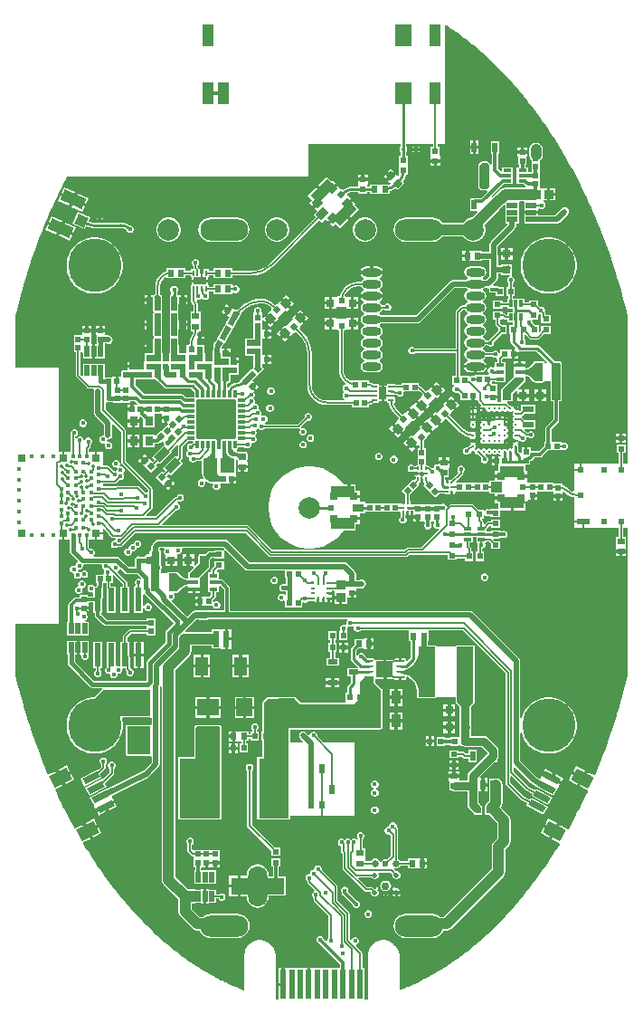
<source format=gtl>
G04*
G04 #@! TF.GenerationSoftware,Altium Limited,Altium Designer,21.2.2 (38)*
G04*
G04 Layer_Physical_Order=1*
G04 Layer_Color=255*
%FSAX25Y25*%
%MOIN*%
G70*
G04*
G04 #@! TF.SameCoordinates,38C7B28B-D0CA-4A75-A604-0C26E738F23A*
G04*
G04*
G04 #@! TF.FilePolarity,Positive*
G04*
G01*
G75*
%ADD11C,0.03937*%
%ADD12C,0.01181*%
%ADD13C,0.00984*%
%ADD15C,0.01968*%
%ADD16C,0.00787*%
%ADD19C,0.00598*%
%ADD20C,0.01063*%
G04:AMPARAMS|DCode=21|XSize=29.53mil|YSize=31.5mil|CornerRadius=0mil|HoleSize=0mil|Usage=FLASHONLY|Rotation=225.000|XOffset=0mil|YOffset=0mil|HoleType=Round|Shape=Rectangle|*
%AMROTATEDRECTD21*
4,1,4,-0.00070,0.02158,0.02158,-0.00070,0.00070,-0.02158,-0.02158,0.00070,-0.00070,0.02158,0.0*
%
%ADD21ROTATEDRECTD21*%

G04:AMPARAMS|DCode=22|XSize=19.68mil|YSize=22.84mil|CornerRadius=0mil|HoleSize=0mil|Usage=FLASHONLY|Rotation=225.000|XOffset=0mil|YOffset=0mil|HoleType=Round|Shape=Rectangle|*
%AMROTATEDRECTD22*
4,1,4,-0.00111,0.01503,0.01503,-0.00111,0.00111,-0.01503,-0.01503,0.00111,-0.00111,0.01503,0.0*
%
%ADD22ROTATEDRECTD22*%

%ADD23R,0.02953X0.03150*%
%ADD24R,0.01968X0.02284*%
%ADD25R,0.02756X0.04724*%
%ADD26R,0.01968X0.00984*%
%ADD27R,0.02165X0.02165*%
%ADD28R,0.03937X0.03150*%
%ADD29R,0.08661X0.04134*%
%ADD30R,0.03150X0.02953*%
%ADD31R,0.02284X0.01968*%
%ADD32R,0.03937X0.03937*%
%ADD33R,0.02520X0.02362*%
%ADD34R,0.02362X0.01968*%
%ADD35R,0.03937X0.07874*%
%ADD36R,0.05906X0.07874*%
%ADD37R,0.02362X0.02362*%
%ADD38R,0.04724X0.02362*%
%ADD39R,0.02165X0.02165*%
%ADD40P,0.03062X4X360.0*%
%ADD41P,0.03062X4X270.0*%
%ADD42R,0.03150X0.03150*%
%ADD43R,0.01575X0.01575*%
%ADD44R,0.01575X0.01496*%
%ADD45R,0.03150X0.03150*%
%ADD46R,0.01575X0.01181*%
%ADD47P,0.03062X4X105.0*%
%ADD48P,0.03062X4X375.0*%
%ADD49R,0.01850X0.03937*%
%ADD50R,0.03150X0.03543*%
G04:AMPARAMS|DCode=51|XSize=29.53mil|YSize=55.12mil|CornerRadius=0mil|HoleSize=0mil|Usage=FLASHONLY|Rotation=315.000|XOffset=0mil|YOffset=0mil|HoleType=Round|Shape=Rectangle|*
%AMROTATEDRECTD51*
4,1,4,-0.02993,-0.00905,0.00905,0.02993,0.02993,0.00905,-0.00905,-0.02993,-0.02993,-0.00905,0.0*
%
%ADD51ROTATEDRECTD51*%

%ADD52R,0.05118X0.05118*%
G04:AMPARAMS|DCode=53|XSize=11.81mil|YSize=27.56mil|CornerRadius=2.95mil|HoleSize=0mil|Usage=FLASHONLY|Rotation=0.000|XOffset=0mil|YOffset=0mil|HoleType=Round|Shape=RoundedRectangle|*
%AMROUNDEDRECTD53*
21,1,0.01181,0.02165,0,0,0.0*
21,1,0.00591,0.02756,0,0,0.0*
1,1,0.00591,0.00295,-0.01083*
1,1,0.00591,-0.00295,-0.01083*
1,1,0.00591,-0.00295,0.01083*
1,1,0.00591,0.00295,0.01083*
%
%ADD53ROUNDEDRECTD53*%
G04:AMPARAMS|DCode=54|XSize=11.81mil|YSize=27.56mil|CornerRadius=2.95mil|HoleSize=0mil|Usage=FLASHONLY|Rotation=90.000|XOffset=0mil|YOffset=0mil|HoleType=Round|Shape=RoundedRectangle|*
%AMROUNDEDRECTD54*
21,1,0.01181,0.02165,0,0,90.0*
21,1,0.00591,0.02756,0,0,90.0*
1,1,0.00591,0.01083,0.00295*
1,1,0.00591,0.01083,-0.00295*
1,1,0.00591,-0.01083,-0.00295*
1,1,0.00591,-0.01083,0.00295*
%
%ADD54ROUNDEDRECTD54*%
%ADD55R,0.02362X0.02520*%
%ADD56R,0.00984X0.01968*%
%ADD57R,0.04724X0.02756*%
%ADD58R,0.01063X0.00984*%
G04:AMPARAMS|DCode=59|XSize=41.34mil|YSize=86.61mil|CornerRadius=0mil|HoleSize=0mil|Usage=FLASHONLY|Rotation=246.000|XOffset=0mil|YOffset=0mil|HoleType=Round|Shape=Rectangle|*
%AMROTATEDRECTD59*
4,1,4,-0.03116,0.03650,0.04797,0.00127,0.03116,-0.03650,-0.04797,-0.00127,-0.03116,0.03650,0.0*
%
%ADD59ROTATEDRECTD59*%

%ADD60P,0.05568X4X291.0*%
G04:AMPARAMS|DCode=61|XSize=41.34mil|YSize=86.61mil|CornerRadius=0mil|HoleSize=0mil|Usage=FLASHONLY|Rotation=135.000|XOffset=0mil|YOffset=0mil|HoleType=Round|Shape=Rectangle|*
%AMROTATEDRECTD61*
4,1,4,0.04524,0.01601,-0.01601,-0.04524,-0.04524,-0.01601,0.01601,0.04524,0.04524,0.01601,0.0*
%
%ADD61ROTATEDRECTD61*%

G04:AMPARAMS|DCode=62|XSize=31.5mil|YSize=39.37mil|CornerRadius=0mil|HoleSize=0mil|Usage=FLASHONLY|Rotation=135.000|XOffset=0mil|YOffset=0mil|HoleType=Round|Shape=Rectangle|*
%AMROTATEDRECTD62*
4,1,4,0.02506,0.00278,-0.00278,-0.02506,-0.02506,-0.00278,0.00278,0.02506,0.02506,0.00278,0.0*
%
%ADD62ROTATEDRECTD62*%

G04:AMPARAMS|DCode=63|XSize=29.53mil|YSize=31.5mil|CornerRadius=0mil|HoleSize=0mil|Usage=FLASHONLY|Rotation=315.000|XOffset=0mil|YOffset=0mil|HoleType=Round|Shape=Rectangle|*
%AMROTATEDRECTD63*
4,1,4,-0.02158,-0.00070,0.00070,0.02158,0.02158,0.00070,-0.00070,-0.02158,-0.02158,-0.00070,0.0*
%
%ADD63ROTATEDRECTD63*%

G04:AMPARAMS|DCode=64|XSize=19.68mil|YSize=22.84mil|CornerRadius=0mil|HoleSize=0mil|Usage=FLASHONLY|Rotation=315.000|XOffset=0mil|YOffset=0mil|HoleType=Round|Shape=Rectangle|*
%AMROTATEDRECTD64*
4,1,4,-0.01503,-0.00111,0.00111,0.01503,0.01503,0.00111,-0.00111,-0.01503,-0.01503,-0.00111,0.0*
%
%ADD64ROTATEDRECTD64*%

%ADD65O,0.07087X0.03150*%
%ADD66R,0.02441X0.02244*%
G04:AMPARAMS|DCode=67|XSize=25.2mil|YSize=23.62mil|CornerRadius=0mil|HoleSize=0mil|Usage=FLASHONLY|Rotation=45.000|XOffset=0mil|YOffset=0mil|HoleType=Round|Shape=Rectangle|*
%AMROTATEDRECTD67*
4,1,4,-0.00056,-0.01726,-0.01726,-0.00056,0.00056,0.01726,0.01726,0.00056,-0.00056,-0.01726,0.0*
%
%ADD67ROTATEDRECTD67*%

%ADD68R,0.01417X0.00984*%
%ADD69R,0.01890X0.03740*%
%ADD70R,0.03150X0.01181*%
%ADD71R,0.03347X0.03347*%
%ADD72R,0.03937X0.01850*%
%ADD73R,0.01181X0.02638*%
%ADD74R,0.01968X0.02362*%
%ADD75R,0.03150X0.01378*%
%ADD76R,0.02756X0.06693*%
%ADD77R,0.04331X0.02362*%
%ADD78C,0.01181*%
%ADD79R,0.01299X0.00591*%
%ADD80R,0.00591X0.01299*%
%ADD81R,0.02638X0.01181*%
%ADD82R,0.03347X0.03347*%
%ADD83R,0.00394X0.00394*%
%ADD84R,0.01181X0.00984*%
%ADD85R,0.00984X0.01181*%
%ADD86R,0.04724X0.07087*%
%ADD87R,0.02362X0.06102*%
%ADD88R,0.02362X0.08661*%
%ADD89R,0.02362X0.08661*%
G04:AMPARAMS|DCode=90|XSize=23.62mil|YSize=61.02mil|CornerRadius=0mil|HoleSize=0mil|Usage=FLASHONLY|Rotation=117.000|XOffset=0mil|YOffset=0mil|HoleType=Round|Shape=Rectangle|*
%AMROTATEDRECTD90*
4,1,4,0.03255,0.00333,-0.02182,-0.02438,-0.03255,-0.00333,0.02182,0.02438,0.03255,0.00333,0.0*
%
%ADD90ROTATEDRECTD90*%

G04:AMPARAMS|DCode=91|XSize=47.24mil|YSize=70.87mil|CornerRadius=0mil|HoleSize=0mil|Usage=FLASHONLY|Rotation=117.000|XOffset=0mil|YOffset=0mil|HoleType=Round|Shape=Rectangle|*
%AMROTATEDRECTD91*
4,1,4,0.04230,-0.00496,-0.02085,-0.03713,-0.04230,0.00496,0.02085,0.03713,0.04230,-0.00496,0.0*
%
%ADD91ROTATEDRECTD91*%

%ADD92R,0.08268X0.06102*%
%ADD93R,0.09055X0.22047*%
%ADD94R,0.05984X0.06614*%
%ADD95R,0.05906X0.18504*%
%ADD96R,0.06299X0.05906*%
G04:AMPARAMS|DCode=97|XSize=9.84mil|YSize=33.47mil|CornerRadius=2.46mil|HoleSize=0mil|Usage=FLASHONLY|Rotation=270.000|XOffset=0mil|YOffset=0mil|HoleType=Round|Shape=RoundedRectangle|*
%AMROUNDEDRECTD97*
21,1,0.00984,0.02854,0,0,270.0*
21,1,0.00492,0.03347,0,0,270.0*
1,1,0.00492,-0.01427,-0.00246*
1,1,0.00492,-0.01427,0.00246*
1,1,0.00492,0.01427,0.00246*
1,1,0.00492,0.01427,-0.00246*
%
%ADD97ROUNDEDRECTD97*%
%ADD98R,0.03740X0.01890*%
%ADD99R,0.03543X0.05118*%
G04:AMPARAMS|DCode=100|XSize=23.62mil|YSize=61.02mil|CornerRadius=0mil|HoleSize=0mil|Usage=FLASHONLY|Rotation=242.000|XOffset=0mil|YOffset=0mil|HoleType=Round|Shape=Rectangle|*
%AMROTATEDRECTD100*
4,1,4,-0.02140,0.02475,0.03249,-0.00390,0.02140,-0.02475,-0.03249,0.00390,-0.02140,0.02475,0.0*
%
%ADD100ROTATEDRECTD100*%

G04:AMPARAMS|DCode=101|XSize=47.24mil|YSize=70.87mil|CornerRadius=0mil|HoleSize=0mil|Usage=FLASHONLY|Rotation=242.000|XOffset=0mil|YOffset=0mil|HoleType=Round|Shape=Rectangle|*
%AMROTATEDRECTD101*
4,1,4,-0.02020,0.03749,0.04238,0.00422,0.02020,-0.03749,-0.04238,-0.00422,-0.02020,0.03749,0.0*
%
%ADD101ROTATEDRECTD101*%

%ADD102C,0.01811*%
%ADD103C,0.02559*%
%ADD104C,0.02362*%
%ADD105C,0.00984*%
%ADD106R,0.06299X0.06299*%
%ADD167C,0.01575*%
%ADD171R,0.00984X0.00984*%
%ADD193C,0.02953*%
%ADD195C,0.01378*%
%ADD202C,0.00539*%
%ADD203R,0.02165X0.11024*%
G04:AMPARAMS|DCode=204|XSize=145.67mil|YSize=145.67mil|CornerRadius=3.64mil|HoleSize=0mil|Usage=FLASHONLY|Rotation=0.000|XOffset=0mil|YOffset=0mil|HoleType=Round|Shape=RoundedRectangle|*
%AMROUNDEDRECTD204*
21,1,0.14567,0.13839,0,0,0.0*
21,1,0.13839,0.14567,0,0,0.0*
1,1,0.00728,0.06919,-0.06919*
1,1,0.00728,-0.06919,-0.06919*
1,1,0.00728,-0.06919,0.06919*
1,1,0.00728,0.06919,0.06919*
%
%ADD204ROUNDEDRECTD204*%
%ADD205C,0.00500*%
%ADD206C,0.00500*%
%ADD207C,0.01575*%
%ADD208C,0.02953*%
%ADD209C,0.01221*%
%ADD210C,0.01102*%
%ADD211C,0.01772*%
%ADD212R,0.00600X0.02200*%
%ADD213R,0.02200X0.03150*%
%ADD214R,0.03150X0.02200*%
%ADD215C,0.07874*%
%ADD216O,0.17717X0.07874*%
G04:AMPARAMS|DCode=217|XSize=70.87mil|YSize=149.61mil|CornerRadius=35.43mil|HoleSize=0mil|Usage=FLASHONLY|Rotation=0.000|XOffset=0mil|YOffset=0mil|HoleType=Round|Shape=RoundedRectangle|*
%AMROUNDEDRECTD217*
21,1,0.07087,0.07874,0,0,0.0*
21,1,0.00000,0.14961,0,0,0.0*
1,1,0.07087,0.00000,-0.03937*
1,1,0.07087,0.00000,-0.03937*
1,1,0.07087,0.00000,0.03937*
1,1,0.07087,0.00000,0.03937*
%
%ADD217ROUNDEDRECTD217*%
%ADD218C,0.19685*%
%ADD219C,0.01772*%
G36*
X0500169Y0676142D02*
X0500050D01*
Y0674158D01*
X0500247D01*
Y0672717D01*
X0499538D01*
Y0669516D01*
X0499538Y0669473D01*
Y0669016D01*
X0499538Y0668973D01*
Y0665772D01*
X0499538D01*
X0499562Y0665736D01*
X0499532Y0665648D01*
X0499417Y0665583D01*
X0499119Y0665530D01*
X0498962Y0665536D01*
X0498243Y0666255D01*
X0496915Y0664927D01*
X0495587Y0663599D01*
X0496334Y0662852D01*
X0496442Y0662744D01*
X0496168Y0662343D01*
X0496168Y0662343D01*
Y0662343D01*
X0492889D01*
X0492806Y0662343D01*
X0492389D01*
X0492306Y0662343D01*
X0489026D01*
Y0661595D01*
X0488372D01*
X0488045Y0661922D01*
X0488029Y0662095D01*
X0488137Y0662504D01*
X0488137Y0662617D01*
Y0663654D01*
X0484460D01*
Y0662617D01*
X0484459Y0662504D01*
X0484578Y0662053D01*
X0484578Y0661909D01*
X0484224Y0661555D01*
X0483231D01*
Y0661574D01*
X0481693Y0661422D01*
X0480215Y0660974D01*
X0478948Y0660297D01*
X0478497Y0660747D01*
X0478376Y0660626D01*
X0477979Y0660875D01*
X0476916Y0661939D01*
X0475365Y0660388D01*
X0474530Y0661223D01*
X0476081Y0662774D01*
X0475017Y0663837D01*
X0474697Y0663517D01*
X0473046Y0665167D01*
X0469964Y0662085D01*
X0471863Y0660187D01*
X0471028Y0659352D01*
X0469129Y0661250D01*
X0466047Y0658169D01*
X0467698Y0656518D01*
X0466627Y0655447D01*
X0467690Y0654383D01*
X0469241Y0655934D01*
X0470076Y0655099D01*
X0468525Y0653548D01*
X0469514Y0652560D01*
X0468163Y0651209D01*
X0469034Y0650338D01*
X0451840Y0633143D01*
X0451821Y0633115D01*
X0450454Y0631993D01*
X0448864Y0631143D01*
X0447139Y0630620D01*
X0445378Y0630446D01*
X0445345Y0630453D01*
X0438294D01*
Y0631398D01*
X0435015D01*
X0434932Y0631398D01*
X0434515D01*
X0434432Y0631398D01*
X0431152D01*
Y0630549D01*
X0429456D01*
Y0631122D01*
X0427999D01*
Y0631241D01*
X0427479D01*
Y0631123D01*
X0427471D01*
Y0629638D01*
X0426306D01*
Y0631123D01*
X0426298D01*
Y0631241D01*
X0425793D01*
X0425778Y0631313D01*
X0425612Y0631561D01*
X0425440Y0631733D01*
X0425390Y0632203D01*
X0425780Y0632593D01*
X0425991Y0633103D01*
Y0633654D01*
X0425780Y0634163D01*
X0425390Y0634553D01*
X0424881Y0634764D01*
X0424330D01*
X0423820Y0634553D01*
X0423430Y0634163D01*
X0423219Y0633654D01*
Y0633103D01*
X0423430Y0632593D01*
X0423820Y0632203D01*
X0423841Y0632195D01*
Y0631486D01*
X0423403Y0631122D01*
X0422747D01*
Y0630549D01*
X0420971D01*
Y0631398D01*
X0417692D01*
X0417609Y0631398D01*
X0417192D01*
X0417109Y0631398D01*
X0413830D01*
Y0630307D01*
X0412628Y0629809D01*
X0411434Y0628893D01*
X0410517Y0627698D01*
X0409941Y0626308D01*
X0409745Y0624815D01*
X0409777D01*
Y0621914D01*
X0409657Y0621794D01*
X0409239Y0621595D01*
X0408129D01*
Y0620977D01*
X0408818D01*
Y0618193D01*
X0409064D01*
Y0615760D01*
X0409105Y0615661D01*
Y0614876D01*
X0409064Y0614776D01*
Y0612343D01*
X0408818D01*
Y0608941D01*
X0409064D01*
Y0606508D01*
X0409105Y0606409D01*
Y0605623D01*
X0409064Y0605524D01*
Y0603091D01*
X0408818D01*
Y0600209D01*
X0406456D01*
Y0600308D01*
X0405837D01*
Y0599689D01*
X0405837D01*
X0405914Y0599422D01*
Y0597256D01*
X0405530Y0597039D01*
Y0594225D01*
X0400294D01*
X0400255Y0594185D01*
Y0594678D01*
X0399637D01*
Y0593742D01*
X0397735D01*
X0397733Y0593741D01*
X0397730Y0593742D01*
X0397539Y0593661D01*
X0397352Y0593584D01*
X0397351Y0593581D01*
X0397349Y0593580D01*
X0397317Y0593501D01*
X0397273Y0593393D01*
X0397194Y0593201D01*
X0397195Y0593199D01*
X0397194Y0593196D01*
X0397207Y0591773D01*
X0396855Y0591418D01*
X0396298D01*
Y0589717D01*
X0395117D01*
Y0591418D01*
X0394007D01*
Y0591300D01*
X0391109D01*
Y0596162D01*
X0383141D01*
Y0591924D01*
X0382679Y0591733D01*
X0382152Y0592259D01*
Y0600575D01*
X0382920D01*
X0383141Y0600167D01*
Y0598311D01*
X0385582D01*
Y0598193D01*
X0386534D01*
Y0600780D01*
Y0603367D01*
X0386491D01*
X0386149Y0603725D01*
Y0606756D01*
X0386267D01*
Y0607867D01*
X0384566D01*
X0382865D01*
Y0606890D01*
X0379755D01*
Y0603725D01*
Y0600575D01*
X0380523D01*
Y0591922D01*
X0380585Y0591610D01*
X0380761Y0591346D01*
X0384713Y0587393D01*
X0384978Y0587217D01*
X0385290Y0587155D01*
X0386975D01*
X0387243Y0586655D01*
X0387147Y0586174D01*
Y0578300D01*
X0387147Y0578300D01*
X0387262Y0577720D01*
X0387590Y0577229D01*
X0390850Y0573970D01*
Y0570222D01*
X0390813Y0569864D01*
X0390362Y0569760D01*
X0390251D01*
X0389742Y0569549D01*
X0389352Y0569159D01*
X0389141Y0568649D01*
Y0568098D01*
X0389352Y0567589D01*
X0389742Y0567199D01*
X0390251Y0566988D01*
X0390803D01*
X0390952Y0567050D01*
X0391334Y0566667D01*
X0391212Y0566371D01*
Y0565819D01*
X0391423Y0565310D01*
X0391812Y0564920D01*
X0392322Y0564709D01*
X0392873D01*
X0393382Y0564920D01*
X0393772Y0565310D01*
X0393983Y0565819D01*
Y0566371D01*
X0393772Y0566880D01*
X0393382Y0567270D01*
X0392873Y0567481D01*
X0392408D01*
X0392124Y0567727D01*
X0391995Y0567887D01*
X0392009Y0567990D01*
X0392363Y0568359D01*
X0392942Y0568474D01*
X0393433Y0568802D01*
X0393761Y0569293D01*
X0393876Y0569873D01*
Y0573980D01*
X0394376Y0574187D01*
X0397294Y0571269D01*
Y0559974D01*
X0397356Y0559663D01*
X0397533Y0559398D01*
X0407137Y0549794D01*
Y0549272D01*
X0406637Y0548938D01*
X0406542Y0548977D01*
X0406033D01*
X0403918Y0551092D01*
X0403653Y0551269D01*
X0403342Y0551331D01*
X0395474D01*
X0395162Y0551269D01*
X0394898Y0551092D01*
X0394892Y0551087D01*
X0390424D01*
Y0552016D01*
X0394991D01*
X0395303Y0552078D01*
X0395567Y0552255D01*
X0396697Y0553385D01*
X0397206D01*
X0397716Y0553596D01*
X0398106Y0553986D01*
X0398316Y0554495D01*
Y0555047D01*
X0398106Y0555556D01*
X0397824Y0555837D01*
X0397830Y0555865D01*
X0398220Y0556255D01*
X0398431Y0556764D01*
Y0557315D01*
X0398220Y0557825D01*
X0397830Y0558215D01*
X0397321Y0558426D01*
X0396958D01*
X0396646Y0558824D01*
X0396627Y0558887D01*
X0396739Y0559158D01*
Y0559709D01*
X0396528Y0560219D01*
X0396138Y0560608D01*
X0395629Y0560819D01*
X0395078D01*
X0394568Y0560608D01*
X0394178Y0560219D01*
X0393967Y0559709D01*
Y0559158D01*
X0394178Y0558649D01*
X0394568Y0558259D01*
X0395078Y0558048D01*
X0395440D01*
X0395752Y0557649D01*
X0395771Y0557586D01*
X0395659Y0557315D01*
Y0557013D01*
X0395206Y0556666D01*
X0395197Y0556663D01*
X0395011Y0556741D01*
X0394460D01*
X0394450Y0556737D01*
X0392662Y0558525D01*
X0392397Y0558702D01*
X0392086Y0558764D01*
X0390424D01*
Y0563855D01*
X0385334D01*
Y0564883D01*
X0385658Y0565207D01*
X0385823Y0565455D01*
X0385882Y0565748D01*
Y0566486D01*
X0385902Y0566495D01*
X0386292Y0566885D01*
X0386503Y0567394D01*
Y0567945D01*
X0386292Y0568455D01*
X0385902Y0568845D01*
X0385393Y0569056D01*
X0384841D01*
X0384332Y0568845D01*
X0383942Y0568455D01*
X0383853Y0568240D01*
X0383354Y0568339D01*
X0383353Y0568339D01*
X0383142Y0568848D01*
X0382752Y0569238D01*
X0382243Y0569449D01*
X0381692D01*
X0381182Y0569238D01*
X0380793Y0568848D01*
X0380763Y0568776D01*
X0380263Y0568876D01*
Y0569433D01*
X0380275D01*
X0380784Y0569644D01*
X0381174Y0570034D01*
X0381385Y0570544D01*
Y0571095D01*
X0381174Y0571604D01*
X0380784Y0571994D01*
X0380275Y0572205D01*
X0379723D01*
X0379214Y0571994D01*
X0378824Y0571604D01*
X0378613Y0571095D01*
Y0570544D01*
X0378716Y0570295D01*
X0378695Y0570262D01*
X0378633Y0569951D01*
Y0563855D01*
X0374086D01*
Y0594957D01*
X0374086D01*
Y0594957D01*
X0358211Y0594957D01*
Y0613734D01*
X0358857Y0616308D01*
X0359542Y0618916D01*
X0360242Y0621476D01*
X0360959Y0623988D01*
X0361703Y0626493D01*
X0361703Y0626494D01*
X0361703Y0626495D01*
X0362169Y0628074D01*
X0362170Y0628080D01*
X0362172Y0628085D01*
X0362396Y0628876D01*
X0362397Y0628880D01*
X0362398Y0628883D01*
X0362615Y0629670D01*
X0362648Y0629783D01*
X0362662Y0629827D01*
X0363164Y0631389D01*
X0363941Y0633733D01*
X0364716Y0635994D01*
X0365488Y0638173D01*
X0366268Y0640310D01*
X0367040Y0642364D01*
X0367818Y0644375D01*
X0368600Y0646342D01*
X0369387Y0648268D01*
X0370176Y0650147D01*
X0370981Y0652020D01*
X0371789Y0653849D01*
X0372596Y0655632D01*
X0373420Y0657410D01*
X0374242Y0659144D01*
X0375081Y0660869D01*
X0375936Y0662588D01*
X0376787Y0664261D01*
X0377332Y0665307D01*
X0466225D01*
Y0677154D01*
X0500169D01*
Y0676142D01*
D02*
G37*
G36*
X0532991Y0669264D02*
Y0661548D01*
X0532086Y0660642D01*
X0530196D01*
X0529290Y0661548D01*
Y0669264D01*
X0530196Y0670170D01*
X0532086D01*
X0532991Y0669264D01*
D02*
G37*
G36*
X0517432Y0720743D02*
X0518261Y0720191D01*
X0519046Y0719659D01*
X0519825Y0719120D01*
X0520599Y0718575D01*
X0521370Y0718021D01*
X0522136Y0717461D01*
X0522898Y0716894D01*
X0523655Y0716321D01*
X0524408Y0715741D01*
X0525156Y0715154D01*
X0525899Y0714562D01*
X0526639Y0713962D01*
X0527373Y0713356D01*
X0528104Y0712744D01*
X0528829Y0712126D01*
X0529589Y0711469D01*
X0530343Y0710805D01*
X0531092Y0710136D01*
X0531835Y0709459D01*
X0532574Y0708778D01*
X0533308Y0708089D01*
X0534035Y0707395D01*
X0534795Y0706660D01*
X0535548Y0705919D01*
X0536297Y0705171D01*
X0537039Y0704418D01*
X0537775Y0703658D01*
X0538540Y0702857D01*
X0539298Y0702049D01*
X0540051Y0701235D01*
X0540831Y0700379D01*
X0541603Y0699515D01*
X0542402Y0698609D01*
X0543193Y0697695D01*
X0544009Y0696737D01*
X0544816Y0695772D01*
X0545647Y0694763D01*
X0546499Y0693708D01*
X0547373Y0692607D01*
X0548267Y0691458D01*
X0549179Y0690264D01*
X0550139Y0688981D01*
X0551173Y0687568D01*
X0551569Y0687018D01*
X0552328Y0685952D01*
X0553076Y0684882D01*
X0553816Y0683806D01*
X0554549Y0682723D01*
X0555289Y0681611D01*
X0556021Y0680493D01*
X0556745Y0679368D01*
X0557459Y0678239D01*
X0558167Y0677102D01*
X0558881Y0675936D01*
X0559586Y0674764D01*
X0560283Y0673587D01*
X0560986Y0672378D01*
X0561679Y0671167D01*
X0562364Y0669948D01*
X0563054Y0668698D01*
X0563734Y0667445D01*
X0564420Y0666159D01*
X0565110Y0664842D01*
X0565789Y0663520D01*
X0566486Y0662141D01*
X0567042Y0661019D01*
X0567912Y0659232D01*
X0568779Y0657405D01*
X0569630Y0655569D01*
X0570476Y0653694D01*
X0571320Y0651779D01*
X0572159Y0649821D01*
X0572992Y0647825D01*
X0573819Y0645788D01*
X0574638Y0643711D01*
X0575451Y0641590D01*
X0576265Y0639398D01*
X0577081Y0637133D01*
X0577896Y0634794D01*
X0578708Y0632380D01*
X0579536Y0629830D01*
X0579568Y0629721D01*
X0579582Y0629673D01*
X0579582Y0629673D01*
X0579582Y0629673D01*
X0580024Y0628089D01*
X0580027Y0628084D01*
X0580027Y0628079D01*
X0580257Y0627289D01*
X0580259Y0627286D01*
X0580259Y0627282D01*
X0580495Y0626494D01*
X0580496Y0626493D01*
X0580496Y0626491D01*
X0581437Y0623376D01*
X0582320Y0620206D01*
X0583183Y0616946D01*
X0583991Y0613718D01*
Y0559954D01*
X0583822Y0559524D01*
X0582371D01*
Y0563429D01*
X0583141D01*
Y0566398D01*
X0579778D01*
Y0563429D01*
X0580548D01*
Y0559524D01*
X0564137D01*
Y0549417D01*
X0563721Y0549139D01*
X0563249Y0549335D01*
X0562520Y0549895D01*
X0562154Y0550218D01*
X0562154Y0550218D01*
X0561232Y0550926D01*
X0560157Y0551371D01*
X0559762Y0551423D01*
Y0552174D01*
X0556652D01*
Y0552445D01*
X0550392D01*
Y0552449D01*
X0547227D01*
Y0552449D01*
X0547227Y0552449D01*
X0546766Y0552728D01*
X0546759Y0552760D01*
X0546759D01*
Y0554264D01*
X0544566D01*
Y0555445D01*
X0546759D01*
Y0556949D01*
X0546286D01*
Y0559040D01*
X0548038D01*
Y0560497D01*
X0548416Y0560572D01*
X0548776Y0560813D01*
X0549415Y0561451D01*
X0549415Y0561451D01*
X0549597Y0561724D01*
X0549709Y0561770D01*
X0549772Y0561833D01*
X0551722D01*
X0551722Y0561833D01*
X0552147Y0561918D01*
X0552508Y0562159D01*
X0554694Y0564344D01*
X0559436D01*
Y0564344D01*
X0559936Y0564639D01*
X0560181Y0564537D01*
X0560733D01*
X0561242Y0564748D01*
X0561632Y0565138D01*
X0561843Y0565647D01*
Y0566198D01*
X0561632Y0566708D01*
X0561242Y0567098D01*
X0560733Y0567309D01*
X0560181D01*
X0559936Y0567207D01*
X0559436Y0567510D01*
Y0567510D01*
X0555816D01*
Y0572032D01*
X0558344Y0574561D01*
X0558344Y0574561D01*
X0558585Y0574921D01*
X0558670Y0575347D01*
X0558670Y0575347D01*
Y0582463D01*
X0559133D01*
X0559232Y0582504D01*
X0559633D01*
Y0582905D01*
X0559674Y0583004D01*
Y0596311D01*
X0559674Y0596311D01*
X0559515Y0596694D01*
X0559515Y0596694D01*
X0559397Y0596813D01*
Y0597048D01*
X0558996D01*
X0558897Y0597089D01*
X0558897Y0597089D01*
X0557115D01*
X0551446Y0602758D01*
X0551098Y0602991D01*
X0550688Y0603072D01*
X0550688Y0603072D01*
X0546462D01*
X0546333Y0603260D01*
X0546208Y0603572D01*
X0546385Y0604000D01*
Y0604552D01*
X0546174Y0605061D01*
X0545784Y0605451D01*
X0545764Y0605459D01*
Y0605948D01*
X0545841Y0606133D01*
Y0606764D01*
X0546341Y0606971D01*
X0547844Y0605468D01*
X0548093Y0605302D01*
X0548385Y0605243D01*
X0550787D01*
X0551079Y0605302D01*
X0551327Y0605468D01*
X0553140Y0607280D01*
X0555420D01*
Y0610248D01*
X0552058D01*
Y0608361D01*
X0551552Y0607855D01*
X0551090Y0608046D01*
Y0610603D01*
X0549694D01*
X0548786Y0611510D01*
Y0611882D01*
X0548682Y0612134D01*
X0548986Y0612634D01*
X0550972D01*
Y0614320D01*
X0551472Y0614597D01*
X0551770Y0614473D01*
X0551918D01*
X0552043Y0614348D01*
Y0613386D01*
X0552058Y0613307D01*
Y0611217D01*
X0555420D01*
Y0614185D01*
X0553672D01*
Y0614685D01*
X0553610Y0614997D01*
X0553434Y0615262D01*
X0553338Y0615357D01*
X0553432Y0615583D01*
Y0616134D01*
X0553221Y0616644D01*
X0552831Y0617033D01*
X0552322Y0617244D01*
X0551770D01*
X0551544Y0617151D01*
X0550972Y0617724D01*
Y0619540D01*
X0547610D01*
Y0618870D01*
X0545775D01*
Y0620288D01*
X0541512D01*
Y0621059D01*
X0542232D01*
Y0624422D01*
X0541593D01*
Y0625505D01*
X0541512Y0625701D01*
Y0625978D01*
X0541516Y0625980D01*
X0541878Y0626342D01*
X0542074Y0626815D01*
Y0627327D01*
X0541878Y0627800D01*
X0541516Y0628163D01*
X0541043Y0628359D01*
X0541128Y0628823D01*
X0541365D01*
Y0631342D01*
X0541394Y0631489D01*
X0541365Y0631635D01*
Y0632973D01*
X0540027D01*
X0539881Y0633002D01*
X0539735Y0632973D01*
X0537216D01*
Y0632411D01*
X0536079D01*
Y0636016D01*
X0536079Y0636016D01*
X0536060Y0636115D01*
Y0639582D01*
X0542363Y0645885D01*
X0542363Y0645885D01*
X0542691Y0646376D01*
X0542806Y0646955D01*
Y0647959D01*
X0543761D01*
Y0650518D01*
Y0653077D01*
Y0655927D01*
X0544174Y0656137D01*
X0545498D01*
X0545911Y0655927D01*
X0545911Y0655637D01*
Y0653486D01*
X0545793D01*
Y0652534D01*
X0548379D01*
X0550966D01*
Y0653186D01*
X0551452Y0653406D01*
X0551962Y0653195D01*
X0552513D01*
X0553022Y0653406D01*
X0553412Y0653796D01*
X0553623Y0654305D01*
Y0654857D01*
X0553412Y0655366D01*
X0553022Y0655756D01*
X0552765Y0655863D01*
X0552864Y0656363D01*
X0554212D01*
Y0658654D01*
Y0660945D01*
X0552702D01*
X0552511Y0660945D01*
X0552062Y0660828D01*
X0551582Y0660851D01*
Y0664000D01*
Y0667111D01*
Y0671073D01*
X0551857Y0671258D01*
X0552403Y0672074D01*
X0552595Y0673037D01*
Y0675150D01*
X0552403Y0676113D01*
X0551857Y0676930D01*
X0551041Y0677475D01*
X0550078Y0677667D01*
X0549115Y0677475D01*
X0548298Y0676930D01*
X0547752Y0676113D01*
X0547561Y0675150D01*
Y0673037D01*
X0547752Y0672074D01*
X0548298Y0671258D01*
X0548416Y0671179D01*
Y0666695D01*
X0547153D01*
Y0668642D01*
X0546190D01*
Y0669394D01*
X0546660D01*
Y0672426D01*
X0546778D01*
Y0673536D01*
X0545078D01*
X0543377D01*
Y0672426D01*
X0543495D01*
Y0669394D01*
X0543966D01*
Y0668642D01*
X0543003D01*
Y0666461D01*
Y0662524D01*
X0544869D01*
X0545078Y0662483D01*
X0545480D01*
X0545570Y0662348D01*
X0546247Y0661671D01*
X0546230Y0661511D01*
X0546077Y0661171D01*
X0538739D01*
X0537776Y0660979D01*
X0536959Y0660434D01*
X0534069Y0657543D01*
X0533975Y0657557D01*
X0533798Y0658088D01*
X0538213Y0662503D01*
X0539566D01*
X0539673Y0662524D01*
X0541641D01*
Y0664493D01*
Y0668642D01*
X0537491D01*
Y0667300D01*
X0536991Y0667093D01*
X0536071Y0668012D01*
Y0673567D01*
X0536404D01*
Y0678307D01*
X0533515D01*
Y0673567D01*
X0533848D01*
Y0669809D01*
X0533478Y0669683D01*
X0533348Y0669673D01*
X0532585Y0670435D01*
Y0670670D01*
X0532185D01*
X0532086Y0670711D01*
X0532086Y0670711D01*
X0530196D01*
X0530096Y0670670D01*
X0529696D01*
Y0670435D01*
X0528908Y0669647D01*
X0528749Y0669264D01*
X0528749Y0669264D01*
Y0661548D01*
X0528908Y0661165D01*
X0528908Y0661165D01*
X0529696Y0660377D01*
Y0660142D01*
X0530096D01*
X0530196Y0660101D01*
X0530196Y0660101D01*
X0531960D01*
X0532181Y0659730D01*
X0532205Y0659639D01*
X0529832Y0657266D01*
X0527676D01*
X0527676Y0657266D01*
X0527569Y0657244D01*
X0525877D01*
Y0652504D01*
X0528323D01*
X0528530Y0652004D01*
X0526585Y0650060D01*
X0526442D01*
X0525314Y0649757D01*
X0524302Y0649173D01*
X0523476Y0648347D01*
X0523356Y0648139D01*
X0515629D01*
X0515132Y0648787D01*
X0514205Y0649498D01*
X0513126Y0649945D01*
X0511968Y0650098D01*
X0502125D01*
X0500967Y0649945D01*
X0499887Y0649498D01*
X0498960Y0648787D01*
X0498249Y0647860D01*
X0497802Y0646781D01*
X0497650Y0645622D01*
X0497802Y0644464D01*
X0498249Y0643385D01*
X0498960Y0642458D01*
X0499887Y0641747D01*
X0500967Y0641300D01*
X0502125Y0641147D01*
X0511968D01*
X0513126Y0641300D01*
X0514205Y0641747D01*
X0515132Y0642458D01*
X0515629Y0643106D01*
X0523356D01*
X0523476Y0642898D01*
X0524302Y0642072D01*
X0525314Y0641488D01*
X0526442Y0641185D01*
X0527611D01*
X0528739Y0641488D01*
X0529751Y0642072D01*
X0530577Y0642898D01*
X0531161Y0643910D01*
X0531463Y0645038D01*
Y0646207D01*
X0531161Y0647335D01*
X0531095Y0647450D01*
X0536149Y0652504D01*
X0536404D01*
Y0652760D01*
X0538362Y0654718D01*
X0538824Y0654526D01*
Y0650518D01*
Y0647959D01*
X0539481D01*
X0539656Y0647459D01*
X0533476Y0641279D01*
X0533148Y0640788D01*
X0533033Y0640209D01*
X0533033Y0640209D01*
Y0637510D01*
X0530302D01*
Y0637697D01*
X0527092D01*
X0526641Y0637815D01*
X0526489Y0637815D01*
X0525432D01*
Y0635937D01*
Y0634059D01*
X0526489D01*
X0526641Y0634059D01*
X0527092Y0634178D01*
X0530302D01*
Y0634483D01*
X0533052D01*
Y0630529D01*
X0533052Y0630529D01*
X0533052Y0630529D01*
Y0628375D01*
X0532000Y0627322D01*
X0530855D01*
X0530633Y0627471D01*
X0530589Y0627683D01*
Y0627814D01*
X0530633Y0628026D01*
X0531219Y0628418D01*
X0531678Y0629104D01*
X0531839Y0629914D01*
X0531678Y0630723D01*
X0531219Y0631410D01*
X0530533Y0631868D01*
X0529723Y0632029D01*
X0525786D01*
X0524977Y0631868D01*
X0524291Y0631410D01*
X0523832Y0630723D01*
X0523671Y0629914D01*
X0523832Y0629104D01*
X0524291Y0628418D01*
X0524877Y0628026D01*
X0524920Y0627814D01*
Y0627683D01*
X0524877Y0627471D01*
X0524317Y0627096D01*
X0519408D01*
X0519408Y0627096D01*
X0518829Y0626981D01*
X0518338Y0626653D01*
X0518338Y0626653D01*
X0505789Y0614104D01*
X0493004D01*
X0492444Y0614478D01*
X0492401Y0614690D01*
Y0614822D01*
X0492444Y0615034D01*
X0493030Y0615426D01*
X0493489Y0616112D01*
X0493503Y0616186D01*
X0494326D01*
X0494608Y0615904D01*
X0495117Y0615693D01*
X0495668D01*
X0496178Y0615904D01*
X0496567Y0616294D01*
X0496778Y0616804D01*
Y0617355D01*
X0496567Y0617864D01*
X0496178Y0618254D01*
X0495668Y0618465D01*
X0495117D01*
X0494608Y0618254D01*
X0494218Y0617864D01*
X0494198Y0617815D01*
X0493433D01*
X0493030Y0618418D01*
X0492550Y0618738D01*
X0492540Y0618766D01*
X0492564Y0619303D01*
X0493115Y0619671D01*
X0493600Y0620397D01*
X0493653Y0620662D01*
X0489566D01*
X0485479D01*
X0485532Y0620397D01*
X0486016Y0619671D01*
X0486567Y0619303D01*
X0486591Y0618766D01*
X0486582Y0618738D01*
X0486101Y0618418D01*
X0485643Y0617731D01*
X0485482Y0616922D01*
X0485643Y0616112D01*
X0486101Y0615426D01*
X0486688Y0615034D01*
X0486731Y0614822D01*
Y0614690D01*
X0486688Y0614478D01*
X0486101Y0614087D01*
X0485643Y0613401D01*
X0485482Y0612591D01*
X0485643Y0611781D01*
X0486101Y0611095D01*
X0486688Y0610703D01*
X0486731Y0610491D01*
Y0610360D01*
X0486688Y0610148D01*
X0486101Y0609756D01*
X0485643Y0609070D01*
X0485482Y0608260D01*
X0485643Y0607451D01*
X0486101Y0606764D01*
X0486688Y0606373D01*
X0486731Y0606161D01*
Y0606029D01*
X0486688Y0605817D01*
X0486101Y0605425D01*
X0485643Y0604739D01*
X0485482Y0603930D01*
X0485643Y0603120D01*
X0486101Y0602434D01*
X0486688Y0602042D01*
X0486731Y0601830D01*
Y0601698D01*
X0486688Y0601486D01*
X0486101Y0601095D01*
X0485643Y0600408D01*
X0485482Y0599599D01*
X0485643Y0598789D01*
X0486101Y0598103D01*
X0486688Y0597711D01*
X0486731Y0597499D01*
Y0597368D01*
X0486688Y0597156D01*
X0486101Y0596764D01*
X0485643Y0596078D01*
X0485482Y0595268D01*
X0485643Y0594459D01*
X0486101Y0593772D01*
X0486788Y0593314D01*
X0487597Y0593153D01*
X0491534D01*
X0492344Y0593314D01*
X0493030Y0593772D01*
X0493489Y0594459D01*
X0493650Y0595268D01*
X0493489Y0596078D01*
X0493030Y0596764D01*
X0492444Y0597156D01*
X0492401Y0597368D01*
Y0597499D01*
X0492444Y0597711D01*
X0493030Y0598103D01*
X0493489Y0598789D01*
X0493650Y0599599D01*
X0493489Y0600408D01*
X0493030Y0601095D01*
X0492444Y0601486D01*
X0492401Y0601698D01*
Y0601830D01*
X0492444Y0602042D01*
X0493030Y0602434D01*
X0493489Y0603120D01*
X0493650Y0603930D01*
X0493489Y0604739D01*
X0493030Y0605425D01*
X0492444Y0605817D01*
X0492401Y0606029D01*
Y0606161D01*
X0492444Y0606373D01*
X0493030Y0606764D01*
X0493489Y0607451D01*
X0493650Y0608260D01*
X0493489Y0609070D01*
X0493030Y0609756D01*
X0492444Y0610148D01*
X0492401Y0610360D01*
Y0610491D01*
X0492444Y0610703D01*
X0493004Y0611078D01*
X0506416D01*
X0506416Y0611078D01*
X0506995Y0611193D01*
X0507486Y0611521D01*
X0520035Y0624070D01*
X0524317D01*
X0524877Y0623696D01*
X0524920Y0623484D01*
Y0623352D01*
X0524877Y0623140D01*
X0524291Y0622748D01*
X0523832Y0622062D01*
X0523671Y0621252D01*
X0523832Y0620443D01*
X0524291Y0619757D01*
X0524877Y0619365D01*
X0524920Y0619153D01*
Y0619021D01*
X0524877Y0618809D01*
X0524291Y0618418D01*
X0523836Y0617736D01*
X0523030D01*
X0522719Y0617674D01*
X0522454Y0617498D01*
X0520722Y0615766D01*
X0520545Y0615501D01*
X0520483Y0615189D01*
Y0601949D01*
X0505553D01*
X0505193Y0602309D01*
X0504684Y0602520D01*
X0504133D01*
X0503623Y0602309D01*
X0503233Y0601919D01*
X0503022Y0601410D01*
Y0600859D01*
X0503233Y0600349D01*
X0503623Y0599959D01*
X0504133Y0599748D01*
X0504684D01*
X0505193Y0599959D01*
X0505553Y0600319D01*
X0520483D01*
Y0591693D01*
X0519164D01*
Y0588528D01*
X0519740D01*
X0519831Y0588352D01*
X0519893Y0588028D01*
X0519572Y0587707D01*
X0519361Y0587197D01*
Y0586646D01*
X0519572Y0586137D01*
X0519962Y0585747D01*
X0520471Y0585536D01*
X0521023D01*
X0521383Y0585685D01*
X0522156Y0584911D01*
Y0582898D01*
X0525188D01*
Y0582780D01*
X0526298D01*
Y0584481D01*
X0527479D01*
Y0582780D01*
X0528589D01*
X0528857Y0582391D01*
X0528859Y0582379D01*
X0529036Y0582115D01*
X0529915Y0581235D01*
X0529826Y0580617D01*
X0529697Y0580546D01*
X0529537Y0580707D01*
X0529443Y0580745D01*
Y0579682D01*
Y0578618D01*
X0529537Y0578657D01*
X0529836Y0578957D01*
X0530136Y0578657D01*
X0530230Y0578618D01*
Y0579682D01*
X0531411D01*
Y0578618D01*
X0531505Y0578657D01*
X0531845Y0578997D01*
X0531917Y0579011D01*
X0532171Y0578757D01*
X0532572Y0578591D01*
X0533006D01*
X0533407Y0578757D01*
X0533447Y0578797D01*
X0533773Y0579023D01*
X0534100Y0578797D01*
X0534140Y0578757D01*
X0534541Y0578591D01*
X0534974D01*
X0535375Y0578757D01*
X0535415Y0578797D01*
X0535742Y0579023D01*
X0536068Y0578797D01*
X0536108Y0578757D01*
X0536509Y0578591D01*
X0536943D01*
X0537344Y0578757D01*
X0537384Y0578797D01*
X0537710Y0579023D01*
X0538037Y0578797D01*
X0538077Y0578757D01*
X0538478Y0578591D01*
X0538911D01*
X0539312Y0578757D01*
X0539352Y0578797D01*
X0539679Y0579023D01*
X0540005Y0578797D01*
X0540045Y0578757D01*
X0540446Y0578591D01*
X0540880D01*
X0541281Y0578757D01*
X0541535Y0579011D01*
X0541607Y0578997D01*
X0541947Y0578657D01*
X0541961Y0578585D01*
X0541707Y0578331D01*
X0541541Y0577930D01*
Y0577496D01*
X0541707Y0577096D01*
X0541747Y0577056D01*
X0541972Y0576729D01*
X0541747Y0576402D01*
X0541707Y0576363D01*
X0541541Y0575962D01*
Y0575528D01*
X0541707Y0575127D01*
X0541747Y0575087D01*
X0541972Y0574760D01*
X0541747Y0574434D01*
X0541707Y0574394D01*
X0541541Y0573993D01*
Y0573559D01*
X0541707Y0573159D01*
X0541747Y0573119D01*
X0541972Y0572792D01*
X0541747Y0572465D01*
X0541707Y0572426D01*
X0541541Y0572025D01*
Y0571591D01*
X0541707Y0571190D01*
X0541747Y0571150D01*
X0541972Y0570823D01*
X0541747Y0570497D01*
X0541707Y0570457D01*
X0541541Y0570056D01*
Y0569622D01*
X0541707Y0569221D01*
X0541961Y0568967D01*
X0541947Y0568895D01*
X0541607Y0568555D01*
X0541568Y0568461D01*
X0542631D01*
Y0567280D01*
X0541568D01*
X0541607Y0567186D01*
X0541947Y0566846D01*
X0541961Y0566774D01*
X0541707Y0566520D01*
X0541541Y0566119D01*
Y0565685D01*
X0541560Y0565640D01*
Y0565233D01*
X0541060Y0564950D01*
X0540880Y0565024D01*
X0540446D01*
X0540045Y0564858D01*
X0540005Y0564818D01*
X0539679Y0564593D01*
X0539352Y0564818D01*
X0539312Y0564858D01*
X0538911Y0565024D01*
X0538478D01*
X0538077Y0564858D01*
X0538037Y0564818D01*
X0537710Y0564593D01*
X0537384Y0564818D01*
X0537344Y0564858D01*
X0536943Y0565024D01*
X0536509D01*
X0536108Y0564858D01*
X0536068Y0564818D01*
X0535742Y0564593D01*
X0535415Y0564818D01*
X0535375Y0564858D01*
X0534974Y0565024D01*
X0534541D01*
X0534140Y0564858D01*
X0534100Y0564818D01*
X0533773Y0564593D01*
X0533447Y0564818D01*
X0533407Y0564858D01*
X0533006Y0565024D01*
X0532572D01*
X0532171Y0564858D01*
X0532131Y0564818D01*
X0531805Y0564593D01*
X0531478Y0564818D01*
X0531438Y0564858D01*
X0531037Y0565024D01*
X0530604D01*
X0530203Y0564858D01*
X0530163Y0564818D01*
X0529836Y0564593D01*
X0529509Y0564818D01*
X0529470Y0564858D01*
X0529069Y0565024D01*
X0528635D01*
X0528234Y0564858D01*
X0527980Y0564604D01*
X0527908Y0564618D01*
X0527568Y0564958D01*
X0527554Y0565030D01*
X0527808Y0565284D01*
X0527974Y0565685D01*
Y0566119D01*
X0527808Y0566520D01*
X0527554Y0566774D01*
X0527568Y0566846D01*
X0527908Y0567186D01*
X0527947Y0567280D01*
X0526883D01*
X0525820D01*
X0525859Y0567186D01*
X0526199Y0566846D01*
X0526213Y0566774D01*
X0525959Y0566520D01*
X0525844Y0566242D01*
X0525788D01*
X0525476Y0566180D01*
X0525211Y0566003D01*
X0524760Y0565552D01*
X0524251D01*
X0523741Y0565341D01*
X0523352Y0564951D01*
X0523141Y0564441D01*
Y0563890D01*
X0523352Y0563381D01*
X0523741Y0562991D01*
X0524251Y0562780D01*
X0524802D01*
X0525312Y0562991D01*
X0525391Y0563071D01*
X0525848Y0563245D01*
X0526041Y0563067D01*
X0526199Y0562909D01*
X0526293Y0562870D01*
Y0563934D01*
X0527474D01*
Y0562870D01*
X0527568Y0562909D01*
X0527908Y0563249D01*
X0527980Y0563263D01*
X0528234Y0563009D01*
X0528635Y0562843D01*
X0528790D01*
X0529954Y0561679D01*
X0529794Y0561292D01*
Y0560741D01*
X0530005Y0560231D01*
X0530395Y0559841D01*
X0530904Y0559630D01*
X0531456D01*
X0531965Y0559841D01*
X0532355Y0560231D01*
X0532566Y0560741D01*
Y0561292D01*
X0532355Y0561801D01*
X0531965Y0562191D01*
X0531565Y0562357D01*
X0531532Y0562406D01*
X0531411Y0562527D01*
X0531493Y0563027D01*
X0531865Y0563233D01*
X0532131Y0563049D01*
X0532171Y0563009D01*
X0532572Y0562843D01*
X0533006D01*
X0533407Y0563009D01*
X0533447Y0563049D01*
X0533773Y0563275D01*
X0534100Y0563049D01*
X0534140Y0563009D01*
X0534541Y0562843D01*
X0534974D01*
X0535375Y0563009D01*
X0535415Y0563049D01*
X0535742Y0563275D01*
X0536068Y0563049D01*
X0536108Y0563009D01*
X0536509Y0562843D01*
X0536943D01*
X0537205Y0562561D01*
X0536837Y0562166D01*
X0536141D01*
Y0560465D01*
Y0558764D01*
X0536389D01*
Y0556949D01*
X0534893D01*
Y0555445D01*
X0537085D01*
Y0554264D01*
X0534893D01*
Y0553288D01*
X0532964D01*
Y0552445D01*
X0526873D01*
Y0552445D01*
X0526770D01*
Y0552445D01*
X0520909D01*
X0520702Y0552945D01*
X0523095Y0555338D01*
X0523272Y0555602D01*
X0523334Y0555914D01*
Y0556288D01*
X0523694Y0556648D01*
X0523904Y0557158D01*
Y0557709D01*
X0523694Y0558218D01*
X0523304Y0558608D01*
X0522794Y0558819D01*
X0522243D01*
X0521734Y0558608D01*
X0521344Y0558218D01*
X0521133Y0557709D01*
Y0557158D01*
X0521344Y0556648D01*
X0521704Y0556288D01*
Y0556252D01*
X0519059Y0553607D01*
X0518581Y0553552D01*
Y0553552D01*
X0518062D01*
Y0553434D01*
X0518054D01*
Y0552441D01*
X0516881D01*
Y0553552D01*
X0516601D01*
Y0554532D01*
X0518019D01*
Y0557742D01*
X0518137Y0558193D01*
X0518137Y0558193D01*
X0518137Y0558193D01*
Y0559402D01*
X0514201D01*
X0514022Y0559283D01*
X0513471D01*
X0512962Y0559072D01*
X0512572Y0558682D01*
X0512412Y0558297D01*
X0512125Y0557874D01*
X0511616D01*
X0511166Y0558325D01*
X0510901Y0558501D01*
X0510590Y0558563D01*
X0510204D01*
Y0558898D01*
X0509613D01*
Y0561874D01*
Y0565040D01*
X0508845D01*
Y0568011D01*
X0510006Y0569171D01*
X0509885Y0569292D01*
X0510134Y0569689D01*
X0511197Y0570753D01*
X0509646Y0572303D01*
X0508096Y0573854D01*
X0507032Y0572791D01*
X0507469Y0572354D01*
X0504725Y0569609D01*
X0504287Y0570046D01*
X0503224Y0568982D01*
X0504775Y0567432D01*
X0506325Y0565881D01*
X0506754Y0566309D01*
X0507215Y0566118D01*
Y0565040D01*
X0506448D01*
Y0561874D01*
Y0558898D01*
X0505857D01*
Y0558603D01*
X0505317D01*
X0504957Y0558963D01*
X0504448Y0559174D01*
X0503897D01*
X0503387Y0558963D01*
X0502997Y0558573D01*
X0502786Y0558064D01*
Y0557512D01*
X0502997Y0557003D01*
X0503387Y0556613D01*
X0503897Y0556402D01*
X0504448D01*
X0504727Y0556518D01*
X0504983Y0556370D01*
X0506495D01*
Y0556075D01*
X0506910D01*
X0506956Y0556077D01*
X0507047Y0556096D01*
X0507132Y0556131D01*
X0507209Y0556182D01*
X0507243Y0556213D01*
X0507243Y0556213D01*
X0507280Y0556250D01*
X0507369Y0556309D01*
X0507466Y0556350D01*
X0507570Y0556370D01*
X0507623Y0556370D01*
X0507623Y0556370D01*
X0508485Y0556370D01*
X0508532Y0556370D01*
X0508622Y0556352D01*
X0508708Y0556317D01*
X0508785Y0556265D01*
X0508818Y0556233D01*
X0508818Y0556233D01*
X0508857Y0556197D01*
X0508945Y0556139D01*
X0509042Y0556098D01*
X0509145Y0556078D01*
X0509198Y0556075D01*
X0510215D01*
Y0555485D01*
X0508991Y0555485D01*
X0508964Y0555483D01*
X0508911Y0555473D01*
X0508861Y0555452D01*
X0508816Y0555422D01*
X0508796Y0555404D01*
X0508796Y0555404D01*
X0508407Y0555015D01*
X0508389Y0554994D01*
X0508358Y0554949D01*
X0508338Y0554899D01*
X0508327Y0554846D01*
X0508326Y0554819D01*
X0508326Y0554819D01*
X0508326Y0553811D01*
X0508581D01*
X0508613Y0553573D01*
Y0552662D01*
X0508621D01*
Y0552544D01*
X0508873D01*
X0509011Y0552210D01*
X0509165Y0552009D01*
X0508576Y0551421D01*
X0510803Y0549194D01*
X0513042Y0546956D01*
X0514534Y0548448D01*
X0516479D01*
Y0548300D01*
X0517936D01*
Y0548181D01*
X0518455D01*
Y0548300D01*
X0518463D01*
Y0549292D01*
X0519636D01*
Y0548181D01*
X0520156D01*
Y0548904D01*
X0520455Y0549280D01*
X0526770D01*
Y0549280D01*
X0526873D01*
Y0549280D01*
X0532964D01*
Y0548351D01*
X0534893D01*
Y0547374D01*
X0537085D01*
Y0546193D01*
X0534893D01*
Y0544689D01*
X0536389D01*
Y0542815D01*
X0533554D01*
X0533554Y0542815D01*
X0533054Y0542656D01*
X0532716Y0542796D01*
X0532164D01*
X0531655Y0542585D01*
X0531314Y0542244D01*
X0531086Y0542275D01*
X0530814Y0542397D01*
Y0542540D01*
X0528927D01*
X0527233Y0544234D01*
X0526985Y0544400D01*
X0526692Y0544458D01*
X0518700D01*
X0518407Y0544400D01*
X0518159Y0544234D01*
X0517586Y0543661D01*
X0517039Y0543821D01*
X0516913Y0544124D01*
X0516523Y0544514D01*
X0516014Y0544725D01*
X0515462D01*
X0515082Y0544567D01*
X0512246D01*
X0511960Y0544567D01*
X0511960Y0544567D01*
X0511763Y0544528D01*
Y0544528D01*
X0508598D01*
Y0544528D01*
X0508196Y0544528D01*
Y0544528D01*
X0508098Y0544528D01*
X0505030D01*
Y0544351D01*
X0503786D01*
Y0545906D01*
X0503705D01*
Y0548114D01*
X0507248Y0551657D01*
X0507009Y0551896D01*
X0506949Y0552114D01*
X0507315Y0552544D01*
X0507440D01*
Y0552662D01*
X0507448D01*
Y0553591D01*
X0507492Y0553811D01*
X0507735D01*
X0507735Y0554819D01*
X0507734Y0554846D01*
X0507723Y0554899D01*
X0507702Y0554949D01*
X0507672Y0554994D01*
X0507654Y0555015D01*
Y0555015D01*
X0507251Y0555417D01*
X0507234Y0555433D01*
X0507197Y0555458D01*
X0507156Y0555475D01*
X0507111Y0555484D01*
X0507089Y0555485D01*
X0507089Y0555485D01*
X0506495Y0555485D01*
Y0555189D01*
X0505227D01*
Y0554867D01*
X0505857D01*
Y0554304D01*
X0505835Y0553811D01*
X0505825Y0553788D01*
X0505251Y0553655D01*
X0505010Y0553896D01*
X0502772Y0551657D01*
X0500545Y0549430D01*
X0501883Y0548092D01*
Y0546024D01*
X0501810D01*
Y0545906D01*
X0501802D01*
Y0544914D01*
X0500629D01*
Y0546024D01*
X0500109D01*
Y0545330D01*
X0499889Y0544922D01*
X0487314D01*
X0487133Y0545347D01*
Y0545414D01*
X0485218D01*
Y0546784D01*
X0483025D01*
Y0547965D01*
X0485218D01*
Y0549469D01*
X0483708D01*
Y0551831D01*
X0479217D01*
X0478027Y0553382D01*
X0476628Y0554782D01*
X0475058Y0555986D01*
X0473344Y0556976D01*
X0471516Y0557733D01*
X0469604Y0558246D01*
X0467642Y0558504D01*
X0466652Y0558504D01*
X0465659Y0558504D01*
X0463690Y0558245D01*
X0461771Y0557730D01*
X0459936Y0556970D01*
X0458216Y0555977D01*
X0456640Y0554768D01*
X0455236Y0553364D01*
X0454027Y0551788D01*
X0453034Y0550068D01*
X0452274Y0548233D01*
X0451759Y0546314D01*
X0451500Y0544345D01*
X0451500Y0543352D01*
X0451500Y0543352D01*
X0451500Y0543352D01*
X0451500Y0542358D01*
X0451760Y0540388D01*
X0452274Y0538468D01*
X0453035Y0536632D01*
X0454028Y0534911D01*
X0455238Y0533334D01*
X0456643Y0531929D01*
X0458220Y0530719D01*
X0459941Y0529725D01*
X0461777Y0528965D01*
X0463697Y0528451D01*
X0465667Y0528191D01*
X0466661Y0528191D01*
X0467650Y0528191D01*
X0469611Y0528449D01*
X0471521Y0528961D01*
X0473349Y0529718D01*
X0475061Y0530707D01*
X0476631Y0531911D01*
X0478029Y0533310D01*
X0479209Y0534847D01*
X0483708D01*
Y0537209D01*
X0485218D01*
Y0538713D01*
X0483025D01*
Y0539894D01*
X0485218D01*
Y0541264D01*
X0487133D01*
Y0541331D01*
X0487314Y0541756D01*
X0499889D01*
X0500227Y0541397D01*
Y0540772D01*
X0500306D01*
Y0540015D01*
X0500238Y0539986D01*
X0499848Y0539596D01*
X0499637Y0539087D01*
Y0538536D01*
X0499848Y0538026D01*
X0500238Y0537637D01*
X0500747Y0537426D01*
X0501298D01*
X0501807Y0537637D01*
X0502197Y0538026D01*
X0502408Y0538536D01*
Y0539087D01*
X0502197Y0539596D01*
X0501936Y0539858D01*
Y0540654D01*
X0502204D01*
Y0540772D01*
X0502212D01*
Y0541764D01*
X0503385D01*
Y0540654D01*
X0503904D01*
Y0542327D01*
X0505030D01*
Y0541497D01*
X0504912D01*
Y0540386D01*
X0506613D01*
Y0539796D01*
X0507204D01*
Y0538095D01*
X0508314D01*
X0508314Y0538095D01*
X0508314Y0538095D01*
X0508615Y0538174D01*
X0509115Y0537898D01*
Y0537486D01*
X0509100Y0537470D01*
X0508889Y0536961D01*
Y0536410D01*
X0509100Y0535900D01*
X0509489Y0535511D01*
X0509999Y0535300D01*
X0510550D01*
X0511060Y0535511D01*
X0511449Y0535900D01*
X0511660Y0536410D01*
Y0536961D01*
X0511449Y0537470D01*
X0511353Y0537566D01*
X0511401Y0538055D01*
X0511763Y0538213D01*
X0511960Y0538252D01*
Y0538252D01*
X0512470D01*
Y0537306D01*
X0512393Y0537119D01*
Y0536567D01*
X0512604Y0536058D01*
X0512993Y0535668D01*
X0513503Y0535457D01*
X0514054D01*
X0514107Y0535479D01*
X0514390Y0535055D01*
X0507887Y0528552D01*
X0502794D01*
X0502794Y0528552D01*
X0502502Y0528494D01*
X0502253Y0528329D01*
X0501611Y0527686D01*
X0452953D01*
X0444044Y0536596D01*
X0443795Y0536762D01*
X0443503Y0536820D01*
X0412441D01*
X0412250Y0537282D01*
X0417175Y0542207D01*
X0417684D01*
X0418193Y0542418D01*
X0418583Y0542808D01*
X0418794Y0543317D01*
Y0543869D01*
X0418583Y0544378D01*
X0418193Y0544768D01*
X0418093Y0544809D01*
X0417882Y0545398D01*
X0417930Y0545485D01*
X0418087Y0545595D01*
X0418203D01*
X0418349Y0545624D01*
X0418700Y0545479D01*
X0419251D01*
X0419760Y0545690D01*
X0420150Y0546080D01*
X0420361Y0546589D01*
Y0547140D01*
X0420150Y0547650D01*
X0419760Y0548039D01*
X0419251Y0548250D01*
X0418700D01*
X0418190Y0548039D01*
X0417801Y0547650D01*
X0417625Y0547225D01*
X0417401D01*
X0417089Y0547163D01*
X0416824Y0546986D01*
X0409976Y0540138D01*
X0406635D01*
X0406444Y0540600D01*
X0408528Y0542684D01*
X0408705Y0542948D01*
X0408767Y0543260D01*
Y0550132D01*
X0408705Y0550444D01*
X0408528Y0550708D01*
X0398924Y0560312D01*
Y0571607D01*
X0398862Y0571918D01*
X0398685Y0572183D01*
X0391444Y0579424D01*
Y0581953D01*
X0391944Y0582221D01*
X0392017Y0582171D01*
X0392558Y0582064D01*
X0394151D01*
Y0581894D01*
X0400466D01*
Y0582365D01*
X0402393D01*
X0403147Y0581611D01*
X0402830Y0581221D01*
X0401771D01*
Y0579520D01*
X0401180D01*
Y0578930D01*
X0399479D01*
Y0578027D01*
X0399479Y0577819D01*
X0399479D01*
X0399558Y0577559D01*
X0399558Y0577559D01*
Y0575760D01*
X0401751D01*
X0403944D01*
Y0576603D01*
X0404444Y0576810D01*
X0405385Y0575869D01*
Y0572898D01*
X0409534D01*
Y0577441D01*
X0409534D01*
X0409544Y0577937D01*
X0412078D01*
Y0576922D01*
X0413778D01*
Y0576331D01*
X0414369D01*
Y0574569D01*
X0414535Y0574168D01*
X0414164Y0573797D01*
X0414144Y0573817D01*
X0411906Y0571579D01*
X0410034Y0569707D01*
X0409534Y0569914D01*
Y0570158D01*
X0405385D01*
Y0565615D01*
X0409534D01*
Y0566774D01*
X0410452D01*
X0410452Y0566774D01*
X0410877Y0566859D01*
X0411238Y0567100D01*
X0411584Y0567446D01*
X0411917Y0567113D01*
X0412442Y0567639D01*
X0412689Y0567551D01*
X0412904Y0567394D01*
Y0567334D01*
X0412877Y0567197D01*
X0412904Y0567061D01*
Y0566922D01*
X0412958Y0566793D01*
X0412985Y0566656D01*
X0413062Y0566541D01*
X0413115Y0566412D01*
X0413142Y0566385D01*
X0408651Y0561894D01*
X0409612Y0560932D01*
X0408781Y0560102D01*
X0408333Y0560550D01*
X0408417Y0560634D01*
X0407632Y0561419D01*
X0406429Y0560216D01*
X0405226Y0559013D01*
X0406011Y0558228D01*
X0406095Y0558312D01*
X0408239Y0556168D01*
X0410477Y0558406D01*
X0409934Y0558950D01*
X0410764Y0559780D01*
X0411446Y0559098D01*
X0416050Y0563703D01*
X0415589Y0564164D01*
X0417762Y0566336D01*
X0418222Y0566090D01*
X0418200Y0565977D01*
Y0562261D01*
X0417700Y0562054D01*
X0417292Y0562461D01*
X0412687Y0557857D01*
X0413586Y0556959D01*
X0412775Y0556148D01*
X0412232Y0556691D01*
X0409994Y0554453D01*
X0412137Y0552309D01*
X0412054Y0552225D01*
X0412839Y0551440D01*
X0414041Y0552643D01*
X0415244Y0553846D01*
X0414459Y0554631D01*
X0414375Y0554547D01*
X0413927Y0554995D01*
X0414738Y0555806D01*
X0415483Y0555062D01*
X0420087Y0559666D01*
X0419164Y0560590D01*
X0419591Y0561017D01*
X0419768Y0561281D01*
X0419830Y0561593D01*
Y0565639D01*
X0421994Y0567804D01*
X0422522D01*
X0422523Y0567804D01*
X0423647D01*
X0423948Y0567466D01*
X0423977Y0567252D01*
X0423860Y0567099D01*
X0423653Y0567057D01*
X0423415Y0566898D01*
X0423149Y0567008D01*
X0422597D01*
X0422088Y0566797D01*
X0421698Y0566407D01*
X0421487Y0565898D01*
Y0565347D01*
X0421698Y0564837D01*
X0421722Y0564814D01*
X0421734Y0564278D01*
X0421669Y0564213D01*
X0421344Y0563888D01*
X0421133Y0563378D01*
Y0562827D01*
X0421344Y0562318D01*
X0421734Y0561928D01*
X0422243Y0561717D01*
X0422394Y0561491D01*
X0422393Y0561488D01*
Y0560937D01*
X0422604Y0560428D01*
X0422994Y0560038D01*
X0423503Y0559827D01*
X0424054D01*
X0424564Y0560038D01*
X0424954Y0560428D01*
X0424962Y0560448D01*
X0426101D01*
X0426394Y0560506D01*
X0426517Y0560589D01*
X0427017Y0560402D01*
X0427017Y0555866D01*
X0427038Y0555815D01*
X0427027Y0555760D01*
X0427163Y0555080D01*
X0427193Y0555033D01*
Y0554978D01*
X0427459Y0554337D01*
X0427498Y0554298D01*
X0427509Y0554243D01*
X0427657Y0554022D01*
X0427325Y0553618D01*
X0427125Y0553701D01*
X0426574D01*
X0426064Y0553490D01*
X0425674Y0553100D01*
X0425463Y0552591D01*
Y0552040D01*
X0425674Y0551530D01*
X0426064Y0551140D01*
X0426574Y0550930D01*
X0427125D01*
X0427634Y0551140D01*
X0428024Y0551530D01*
X0428235Y0552040D01*
Y0552591D01*
X0428190Y0552701D01*
X0428272Y0552779D01*
X0428620Y0552969D01*
X0429112Y0552640D01*
X0429166Y0552630D01*
X0429205Y0552590D01*
X0429847Y0552325D01*
X0429902D01*
X0429948Y0552294D01*
X0430629Y0552159D01*
X0430683Y0552169D01*
X0430734Y0552148D01*
X0430762D01*
X0431074Y0551648D01*
X0430975Y0551410D01*
Y0550859D01*
X0431186Y0550349D01*
X0431576Y0549959D01*
X0432086Y0549748D01*
X0432637D01*
X0433146Y0549959D01*
X0433536Y0550349D01*
X0433747Y0550859D01*
Y0551410D01*
X0433648Y0551648D01*
X0433960Y0552148D01*
X0435885D01*
X0436251Y0552071D01*
Y0552071D01*
X0437361D01*
Y0553772D01*
X0437952D01*
Y0554363D01*
X0439652D01*
Y0555473D01*
X0439652D01*
X0439475Y0555899D01*
Y0556113D01*
X0439516Y0556213D01*
Y0560705D01*
X0440017Y0560957D01*
X0440169Y0560845D01*
X0440208Y0560773D01*
Y0560550D01*
X0440090Y0560099D01*
X0440090Y0559947D01*
Y0558890D01*
X0441967D01*
X0443845D01*
Y0559947D01*
X0443845Y0560099D01*
X0443727Y0560550D01*
Y0560816D01*
X0443769Y0560915D01*
Y0563260D01*
X0443727Y0563360D01*
Y0563760D01*
X0443327D01*
X0443227Y0563801D01*
X0440721D01*
X0440486Y0563813D01*
X0440014Y0563907D01*
X0439764Y0564010D01*
X0439760Y0564368D01*
X0439788Y0564528D01*
X0439796Y0564544D01*
X0440021Y0564695D01*
X0440197Y0564958D01*
X0440259Y0565268D01*
Y0565586D01*
X0442721D01*
X0442993Y0565314D01*
X0443503Y0565103D01*
X0444054D01*
X0444563Y0565314D01*
X0444953Y0565704D01*
X0445164Y0566213D01*
Y0566764D01*
X0445162Y0566770D01*
X0445545Y0567152D01*
X0445550Y0567150D01*
X0446101D01*
X0446611Y0567361D01*
X0447001Y0567751D01*
X0447212Y0568260D01*
Y0568812D01*
X0447001Y0569321D01*
X0446892Y0569430D01*
X0446645Y0569756D01*
X0446892Y0570083D01*
X0447001Y0570192D01*
X0447212Y0570701D01*
Y0571252D01*
X0447043Y0571658D01*
X0447011Y0571784D01*
X0447233Y0572237D01*
X0447317Y0572272D01*
X0447799Y0572415D01*
X0448189Y0572025D01*
X0448698Y0571814D01*
X0449249D01*
X0449759Y0572025D01*
X0450148Y0572415D01*
X0450157Y0572435D01*
X0462694D01*
X0462808Y0572458D01*
X0463066Y0572008D01*
X0462855Y0571499D01*
Y0570948D01*
X0463066Y0570438D01*
X0463455Y0570049D01*
X0463965Y0569838D01*
X0464516D01*
X0465026Y0570049D01*
X0465415Y0570438D01*
X0465626Y0570948D01*
Y0571499D01*
X0465415Y0572008D01*
X0465026Y0572398D01*
X0464516Y0572609D01*
X0463965D01*
X0463841Y0572558D01*
X0463558Y0572982D01*
X0465923Y0575347D01*
X0465944Y0575339D01*
X0466495D01*
X0467004Y0575550D01*
X0467394Y0575940D01*
X0467605Y0576449D01*
Y0577001D01*
X0467394Y0577510D01*
X0467004Y0577900D01*
X0466495Y0578111D01*
X0465944D01*
X0465434Y0577900D01*
X0465044Y0577510D01*
X0464834Y0577001D01*
Y0576449D01*
X0464842Y0576429D01*
X0462378Y0573964D01*
X0450527D01*
X0450354Y0574186D01*
X0450469Y0574763D01*
X0450859Y0575152D01*
X0451070Y0575662D01*
Y0576213D01*
X0450859Y0576722D01*
X0450469Y0577112D01*
X0449960Y0577323D01*
X0449408D01*
X0449221Y0577246D01*
X0448838Y0577628D01*
X0448904Y0577788D01*
Y0578339D01*
X0448694Y0578848D01*
X0448304Y0579238D01*
X0448085Y0579329D01*
X0447785Y0579911D01*
X0447802Y0579953D01*
Y0580504D01*
X0447591Y0581014D01*
X0447201Y0581404D01*
X0446692Y0581615D01*
X0446524Y0582115D01*
X0446542Y0582158D01*
Y0582709D01*
X0446331Y0583218D01*
X0446183Y0583367D01*
X0445945Y0583614D01*
X0446183Y0584020D01*
X0446252Y0584089D01*
X0446463Y0584599D01*
Y0585150D01*
X0446252Y0585659D01*
X0446026Y0585886D01*
X0446292Y0586152D01*
X0445090Y0587355D01*
X0445507Y0587772D01*
X0445090Y0588190D01*
X0446292Y0589392D01*
X0445631Y0590054D01*
X0447352Y0591774D01*
X0447393Y0591874D01*
X0447948Y0592429D01*
X0448047Y0592470D01*
X0449579Y0594001D01*
X0449620Y0594101D01*
X0449903Y0594384D01*
X0449620Y0594667D01*
X0449579Y0594767D01*
X0449241Y0595104D01*
Y0596146D01*
X0450176D01*
Y0597847D01*
Y0599548D01*
X0449241D01*
Y0601981D01*
X0449200Y0602080D01*
Y0602866D01*
X0449241Y0602965D01*
Y0605398D01*
X0450176D01*
Y0607099D01*
Y0608800D01*
X0449241D01*
Y0611233D01*
X0449200Y0611332D01*
Y0612203D01*
X0449700Y0612410D01*
X0450397Y0611713D01*
X0451461Y0612776D01*
X0450328Y0613909D01*
X0449700Y0613281D01*
X0449200Y0613488D01*
Y0614882D01*
X0449200D01*
X0448893Y0615382D01*
X0448944Y0615504D01*
Y0616056D01*
X0448733Y0616565D01*
X0448343Y0616955D01*
X0447834Y0617166D01*
X0447282D01*
X0446773Y0616955D01*
X0446383Y0616565D01*
X0446172Y0616056D01*
Y0615504D01*
X0446223Y0615382D01*
X0446034Y0614882D01*
X0446034D01*
Y0611332D01*
X0445993Y0611233D01*
Y0605672D01*
X0443483D01*
X0443384Y0605630D01*
X0442983D01*
Y0605230D01*
X0442942Y0605130D01*
Y0602965D01*
X0442983Y0602866D01*
Y0602080D01*
X0442942Y0601981D01*
Y0599815D01*
X0442983Y0599716D01*
Y0599315D01*
X0443384D01*
X0443483Y0599274D01*
X0445993D01*
Y0595009D01*
X0445751Y0594767D01*
X0445710Y0594667D01*
X0445154Y0594112D01*
X0445055Y0594071D01*
X0442898Y0591913D01*
X0441366Y0590382D01*
X0441360Y0590367D01*
X0441042Y0589999D01*
X0441042Y0589999D01*
X0440869Y0589474D01*
X0440724Y0589413D01*
X0440006Y0589319D01*
X0439999Y0589325D01*
Y0589325D01*
X0439005Y0589194D01*
X0438079Y0588810D01*
X0437284Y0588200D01*
X0436727Y0587474D01*
X0436468Y0587500D01*
X0436227Y0587611D01*
Y0588743D01*
X0436621Y0589136D01*
X0436889D01*
X0436988Y0589178D01*
X0437389D01*
Y0589578D01*
X0437430Y0589678D01*
Y0592188D01*
X0439940D01*
X0440039Y0592229D01*
X0440440D01*
Y0592629D01*
X0440481Y0592729D01*
Y0594894D01*
X0440558Y0595260D01*
X0440558D01*
Y0596371D01*
X0439940D01*
Y0595681D01*
X0437676D01*
Y0598662D01*
X0437507D01*
Y0598831D01*
X0434526D01*
X0434526Y0601094D01*
X0435215Y0601096D01*
Y0601713D01*
X0434671D01*
X0434386Y0602213D01*
X0435254Y0603715D01*
X0435268Y0603822D01*
X0435468Y0604169D01*
X0435734Y0604558D01*
X0435746Y0604567D01*
X0435746Y0604568D01*
X0435746Y0604568D01*
X0438286Y0608992D01*
X0438300Y0609098D01*
X0438499Y0609444D01*
X0438766Y0609834D01*
X0438777Y0609843D01*
X0438778Y0609845D01*
X0438779Y0609846D01*
X0441304Y0614295D01*
X0441306Y0614307D01*
X0441517Y0614745D01*
Y0614745D01*
X0441604Y0615263D01*
X0442160Y0615818D01*
X0442179Y0615846D01*
X0443546Y0616969D01*
X0445136Y0617818D01*
X0446861Y0618342D01*
X0448168Y0618470D01*
X0448655Y0618503D01*
X0448655Y0618503D01*
X0448655Y0618503D01*
X0449814Y0618389D01*
X0450928Y0618050D01*
X0451956Y0617501D01*
X0452533Y0617028D01*
X0452557Y0616528D01*
X0452354Y0616325D01*
X0452475Y0616205D01*
X0452226Y0615808D01*
X0451163Y0614744D01*
X0452714Y0613194D01*
X0454264Y0611643D01*
X0455328Y0612706D01*
X0454891Y0613143D01*
X0457635Y0615888D01*
X0458073Y0615451D01*
X0459136Y0616515D01*
X0457585Y0618065D01*
X0456035Y0619616D01*
X0454971Y0618552D01*
X0454574Y0618303D01*
X0454454Y0618424D01*
X0453992Y0617963D01*
X0452876Y0618879D01*
X0451562Y0619581D01*
X0450137Y0620013D01*
X0448655Y0620159D01*
Y0620156D01*
X0446960Y0620022D01*
X0445307Y0619626D01*
X0443737Y0618975D01*
X0442287Y0618087D01*
X0440995Y0616983D01*
X0441007Y0616971D01*
X0440223Y0616186D01*
X0439393D01*
X0438950Y0616363D01*
X0438950Y0616363D01*
X0437989Y0616918D01*
X0437139Y0615445D01*
X0436288Y0613972D01*
X0437116Y0613495D01*
X0435963Y0611463D01*
X0435950Y0611358D01*
X0435750Y0611013D01*
X0435484Y0610624D01*
X0435472Y0610614D01*
X0435472Y0610614D01*
X0435472Y0610613D01*
X0432933Y0606190D01*
X0432919Y0606084D01*
X0432719Y0605738D01*
X0432453Y0605348D01*
X0432441Y0605339D01*
X0431358Y0603464D01*
X0431344Y0603357D01*
X0431144Y0603010D01*
X0431252Y0602948D01*
X0431089Y0601595D01*
X0431074D01*
X0431036Y0601160D01*
X0431046Y0601127D01*
X0431033Y0601095D01*
Y0600040D01*
X0430786D01*
Y0597059D01*
X0428129D01*
Y0600040D01*
X0427883D01*
Y0602473D01*
X0427960Y0602839D01*
X0427960D01*
Y0603260D01*
X0425196Y0603262D01*
Y0605622D01*
X0425668D01*
Y0606241D01*
X0425553D01*
X0425219Y0606741D01*
X0425365Y0607093D01*
X0425484Y0607996D01*
X0425885Y0608233D01*
X0426444D01*
Y0611512D01*
X0426444Y0611595D01*
Y0612012D01*
X0426444Y0612095D01*
Y0615374D01*
X0425595D01*
Y0617720D01*
X0425619D01*
X0425456Y0618540D01*
X0424991Y0619236D01*
X0424991Y0619236D01*
X0424960Y0619283D01*
X0425174Y0619592D01*
X0425273Y0619693D01*
X0425794D01*
X0426304Y0619904D01*
X0426650Y0620251D01*
X0426826Y0620290D01*
X0427228Y0620279D01*
X0427535Y0619972D01*
X0428045Y0619761D01*
X0428596D01*
X0429105Y0619972D01*
X0429495Y0620362D01*
X0429706Y0620871D01*
Y0621422D01*
X0429565Y0621764D01*
X0429456Y0622248D01*
X0429456D01*
X0429456Y0622249D01*
Y0622822D01*
X0431152D01*
Y0621934D01*
X0434432D01*
X0434515Y0621934D01*
X0434932D01*
X0435015Y0621934D01*
X0438294D01*
Y0622155D01*
X0438794Y0622431D01*
X0439093Y0622307D01*
X0439645D01*
X0440154Y0622518D01*
X0440544Y0622908D01*
X0440755Y0623418D01*
Y0623969D01*
X0440544Y0624478D01*
X0440154Y0624868D01*
X0439645Y0625079D01*
X0439093D01*
X0438794Y0624955D01*
X0438294Y0625232D01*
Y0625453D01*
X0435015D01*
X0434932Y0625453D01*
X0434515D01*
X0434432Y0625453D01*
X0431152D01*
Y0624644D01*
X0429456D01*
Y0625217D01*
X0429082D01*
Y0626095D01*
X0423121D01*
Y0625217D01*
X0422747D01*
Y0622248D01*
X0422828D01*
Y0620001D01*
X0422820D01*
X0422920Y0619241D01*
X0423213Y0618533D01*
X0423680Y0617926D01*
X0423678Y0617923D01*
X0423762Y0617720D01*
X0423773Y0617224D01*
Y0615374D01*
X0422924D01*
Y0612095D01*
X0422924Y0612012D01*
Y0611595D01*
X0422924Y0611512D01*
Y0608233D01*
X0423506D01*
X0423848Y0607733D01*
X0423756Y0607267D01*
X0423607Y0607045D01*
X0423333Y0606658D01*
X0423333Y0606658D01*
X0422833Y0606006D01*
X0422518Y0605247D01*
X0422411Y0604431D01*
X0422423D01*
Y0603635D01*
X0422008Y0603220D01*
X0421562Y0603091D01*
X0421562Y0603091D01*
X0421338D01*
X0421338Y0600209D01*
X0418582D01*
X0418582Y0603091D01*
X0418335D01*
Y0605524D01*
X0418294Y0605623D01*
Y0606409D01*
X0418335Y0606508D01*
Y0608941D01*
X0418582D01*
Y0612343D01*
X0418335D01*
Y0614776D01*
X0418294Y0614876D01*
Y0615661D01*
X0418335Y0615760D01*
Y0618193D01*
X0418582D01*
X0418582Y0620976D01*
X0419271Y0620979D01*
Y0621595D01*
X0418160D01*
X0417753Y0621818D01*
Y0622597D01*
X0417945Y0622790D01*
X0418156Y0623300D01*
Y0623851D01*
X0417945Y0624360D01*
X0417556Y0624750D01*
X0417046Y0624961D01*
X0416495D01*
X0415986Y0624750D01*
X0415596Y0624360D01*
X0415385Y0623851D01*
Y0623300D01*
X0415596Y0622790D01*
X0415730Y0622656D01*
Y0621843D01*
X0415364Y0621477D01*
X0415129D01*
Y0621076D01*
X0415088Y0620977D01*
X0415088Y0620977D01*
Y0618811D01*
Y0615760D01*
X0415129Y0615661D01*
Y0614876D01*
X0415088Y0614776D01*
Y0606508D01*
X0415129Y0606409D01*
Y0605623D01*
X0415088Y0605524D01*
Y0600040D01*
X0414782D01*
Y0597256D01*
X0412617D01*
Y0600040D01*
X0412312D01*
Y0605524D01*
X0412271Y0605623D01*
Y0606409D01*
X0412312Y0606508D01*
Y0614776D01*
X0412271Y0614876D01*
Y0615661D01*
X0412312Y0615760D01*
Y0618811D01*
X0412312Y0618811D01*
Y0620977D01*
X0412312Y0620977D01*
X0412271Y0621076D01*
Y0621477D01*
X0412036D01*
X0411599Y0621914D01*
Y0624815D01*
X0411598Y0624818D01*
X0411731Y0625828D01*
X0412122Y0626772D01*
X0412744Y0627582D01*
X0413330Y0628031D01*
X0413830Y0627878D01*
Y0627878D01*
X0417109D01*
X0417192Y0627878D01*
X0417609D01*
X0417692Y0627878D01*
X0420971D01*
Y0628727D01*
X0422747D01*
Y0628154D01*
X0423121D01*
Y0627276D01*
X0429082D01*
Y0628154D01*
X0429456D01*
Y0628727D01*
X0431152D01*
Y0627878D01*
X0434432D01*
X0434515Y0627878D01*
X0434932D01*
X0435015Y0627878D01*
X0438294D01*
Y0628823D01*
X0445345D01*
Y0628806D01*
X0447040Y0628939D01*
X0448693Y0629336D01*
X0450263Y0629986D01*
X0451712Y0630874D01*
X0453005Y0631978D01*
X0452992Y0631991D01*
X0470187Y0649185D01*
X0471097Y0648275D01*
X0472448Y0649625D01*
X0473397Y0648676D01*
X0474948Y0650227D01*
X0475783Y0649392D01*
X0474232Y0647841D01*
X0475295Y0646778D01*
X0476367Y0647849D01*
X0478057Y0646159D01*
X0481139Y0649241D01*
X0479240Y0651139D01*
X0480075Y0651974D01*
X0481974Y0650076D01*
X0485056Y0653158D01*
X0483366Y0654848D01*
X0483686Y0655168D01*
X0482623Y0656232D01*
X0481072Y0654681D01*
X0480237Y0655516D01*
X0481788Y0657067D01*
X0480724Y0658130D01*
X0480689Y0658186D01*
X0480604Y0658608D01*
X0480706Y0658930D01*
X0480997Y0659085D01*
X0482092Y0659417D01*
X0483231Y0659530D01*
Y0659532D01*
X0484578D01*
Y0658922D01*
X0488019D01*
Y0659572D01*
X0489026D01*
Y0658823D01*
X0492306D01*
X0492389Y0658823D01*
X0492806D01*
X0492889Y0658823D01*
X0496168D01*
Y0659782D01*
X0497212Y0660099D01*
X0498443Y0660757D01*
X0498527Y0660826D01*
X0499114Y0660239D01*
X0501603Y0662728D01*
X0501014Y0663317D01*
X0501069Y0663385D01*
X0501736Y0664633D01*
X0502082Y0665772D01*
X0502979D01*
Y0668973D01*
X0502979Y0669016D01*
Y0669473D01*
X0502979Y0669516D01*
Y0672717D01*
X0502270D01*
Y0674158D01*
X0502467D01*
Y0676142D01*
X0502192D01*
Y0677154D01*
X0512176D01*
Y0676182D01*
X0511271D01*
X0511271Y0673050D01*
X0511153Y0672599D01*
X0511153Y0672486D01*
Y0671449D01*
X0512991D01*
X0514830D01*
Y0672486D01*
X0514830Y0672599D01*
X0514712Y0673050D01*
X0514712Y0673099D01*
Y0676182D01*
X0513806D01*
Y0677154D01*
X0516618D01*
Y0720749D01*
X0517058Y0720987D01*
X0517432Y0720743D01*
D02*
G37*
G36*
X0537216Y0628823D02*
X0540445D01*
X0540531Y0628359D01*
X0540057Y0628163D01*
X0539695Y0627800D01*
X0539499Y0627327D01*
Y0626815D01*
X0539695Y0626342D01*
X0539983Y0626055D01*
Y0625679D01*
X0539911Y0625505D01*
Y0624422D01*
X0539263D01*
Y0621059D01*
X0539983D01*
Y0620288D01*
X0539657D01*
Y0618859D01*
X0537743D01*
Y0619579D01*
X0534381D01*
Y0616610D01*
X0537743D01*
Y0617330D01*
X0539657D01*
Y0616650D01*
X0541644D01*
Y0615288D01*
X0539657D01*
Y0614225D01*
X0539156D01*
X0538646Y0614734D01*
X0538382Y0614911D01*
X0538070Y0614973D01*
X0537743D01*
Y0615642D01*
X0534381D01*
Y0612674D01*
X0535247D01*
Y0610851D01*
X0535309Y0610539D01*
X0535486Y0610275D01*
X0536310Y0609450D01*
Y0608393D01*
X0533032Y0605114D01*
X0532616Y0604942D01*
X0532418Y0604744D01*
X0531674D01*
X0531219Y0605425D01*
X0530633Y0605817D01*
X0530589Y0606029D01*
Y0606161D01*
X0530633Y0606373D01*
X0531219Y0606764D01*
X0531678Y0607451D01*
X0531839Y0608260D01*
X0531678Y0609070D01*
X0531219Y0609756D01*
X0530633Y0610148D01*
X0530590Y0610360D01*
Y0610491D01*
X0530633Y0610703D01*
X0531219Y0611095D01*
X0531678Y0611781D01*
X0531839Y0612591D01*
X0531678Y0613401D01*
X0531219Y0614087D01*
X0530633Y0614478D01*
X0530589Y0614690D01*
Y0614822D01*
X0530633Y0615034D01*
X0531219Y0615426D01*
X0531678Y0616112D01*
X0531839Y0616922D01*
X0531678Y0617731D01*
X0531219Y0618418D01*
X0530633Y0618809D01*
X0530589Y0619021D01*
Y0619153D01*
X0530633Y0619365D01*
X0531219Y0619757D01*
X0531678Y0620443D01*
X0531839Y0621252D01*
X0531678Y0622062D01*
X0531219Y0622748D01*
X0530633Y0623140D01*
X0530589Y0623352D01*
Y0623484D01*
X0530633Y0623696D01*
X0531219Y0624087D01*
X0531358Y0624296D01*
X0532389D01*
X0532730Y0623941D01*
X0532767Y0623814D01*
Y0623390D01*
X0532963Y0622917D01*
X0533325Y0622555D01*
X0533798Y0622359D01*
X0534310D01*
X0534552Y0622459D01*
X0535326D01*
Y0621059D01*
X0538295D01*
Y0624422D01*
X0536669D01*
X0536406Y0624598D01*
X0535980Y0624683D01*
X0535980Y0624683D01*
X0534838D01*
X0534784Y0624737D01*
X0534514Y0624849D01*
X0534353Y0625395D01*
X0535636Y0626678D01*
X0535964Y0627169D01*
X0536079Y0627748D01*
X0536079Y0627748D01*
Y0629385D01*
X0537216D01*
Y0628823D01*
D02*
G37*
G36*
X0417794Y0620977D02*
Y0618811D01*
X0417794D01*
Y0615760D01*
X0415629D01*
Y0618811D01*
Y0620977D01*
Y0620977D01*
X0415629D01*
X0416419Y0621767D01*
X0417004D01*
X0417794Y0620977D01*
D02*
G37*
G36*
X0411771Y0620977D02*
Y0618811D01*
X0411771D01*
Y0615760D01*
X0409605D01*
Y0618811D01*
Y0620977D01*
X0410396Y0621767D01*
X0410980D01*
X0411771Y0620977D01*
D02*
G37*
G36*
X0440834Y0614562D02*
X0438309Y0610114D01*
X0436433Y0611196D01*
X0437890Y0613762D01*
X0437876Y0613769D01*
X0437918Y0613811D01*
X0438959Y0615645D01*
X0440834D01*
Y0614562D01*
D02*
G37*
G36*
X0411771Y0606508D02*
X0409605D01*
Y0614776D01*
X0411771D01*
Y0606508D01*
D02*
G37*
G36*
X0417794Y0606508D02*
X0415629D01*
Y0614776D01*
X0417794D01*
Y0606508D01*
D02*
G37*
G36*
X0437816Y0609261D02*
X0435277Y0604838D01*
X0433402Y0605921D01*
X0435941Y0610344D01*
X0437816Y0609261D01*
D02*
G37*
G36*
X0448700Y0602965D02*
X0443483D01*
Y0605130D01*
X0446534D01*
Y0611233D01*
X0448700D01*
Y0602965D01*
D02*
G37*
G36*
X0538242Y0612834D02*
X0538506Y0612657D01*
X0538818Y0612595D01*
X0539657D01*
Y0611650D01*
X0541644D01*
Y0610603D01*
X0540247D01*
Y0607240D01*
X0540660D01*
Y0604402D01*
X0540660Y0604402D01*
X0540741Y0603992D01*
X0540974Y0603644D01*
X0542561Y0602057D01*
X0542369Y0601595D01*
X0542361D01*
Y0600485D01*
X0543471D01*
Y0600623D01*
X0543971Y0600961D01*
X0544133Y0600929D01*
X0550244D01*
X0554163Y0597010D01*
X0553972Y0596548D01*
X0553139D01*
X0553097Y0596647D01*
Y0597048D01*
X0552697D01*
X0552597Y0597089D01*
X0549841D01*
X0549841Y0597089D01*
X0549742Y0597048D01*
X0549341D01*
Y0596813D01*
X0547871Y0595342D01*
X0547637Y0595131D01*
X0547103Y0594774D01*
X0546708Y0594610D01*
X0546208Y0594872D01*
Y0595130D01*
X0544015D01*
X0541822D01*
Y0594414D01*
X0541940Y0594351D01*
Y0593950D01*
X0541899Y0593851D01*
Y0592473D01*
X0541940Y0592373D01*
X0541940Y0591973D01*
X0541880Y0591498D01*
X0537490Y0587108D01*
X0537332Y0586725D01*
X0537332Y0586725D01*
Y0583004D01*
X0537373Y0582905D01*
X0537373Y0582504D01*
X0537031Y0582146D01*
X0536432D01*
X0535991Y0582288D01*
Y0583399D01*
X0534290D01*
Y0584580D01*
X0535991D01*
Y0585690D01*
X0535873D01*
Y0588722D01*
X0534241D01*
X0533865Y0589020D01*
Y0589692D01*
X0534735D01*
Y0589414D01*
X0538885D01*
Y0591792D01*
X0538885D01*
Y0591973D01*
X0538885D01*
Y0594032D01*
X0538885Y0594351D01*
X0538885D01*
Y0594532D01*
X0538885D01*
Y0596910D01*
X0537721D01*
Y0597706D01*
X0538327Y0598311D01*
X0540070D01*
Y0598193D01*
X0541180D01*
Y0599894D01*
Y0601595D01*
X0540070D01*
Y0601477D01*
X0537038D01*
Y0600236D01*
X0536538Y0600137D01*
X0536371Y0600541D01*
X0535981Y0600931D01*
X0535471Y0601142D01*
X0534920D01*
X0534411Y0600931D01*
X0534021Y0600541D01*
X0534001Y0600492D01*
X0531622D01*
X0531219Y0601095D01*
X0530633Y0601486D01*
X0530589Y0601698D01*
Y0601830D01*
X0530633Y0602042D01*
X0531219Y0602434D01*
X0531674Y0603115D01*
X0532261D01*
X0532616Y0602759D01*
X0533089Y0602563D01*
X0533602D01*
X0534075Y0602759D01*
X0534437Y0603122D01*
X0534633Y0603595D01*
Y0604107D01*
X0534544Y0604322D01*
X0537463Y0607240D01*
X0539279D01*
Y0610603D01*
X0537463D01*
X0536877Y0611188D01*
Y0612674D01*
X0537743D01*
Y0612679D01*
X0538205Y0612870D01*
X0538242Y0612834D01*
D02*
G37*
G36*
X0424290Y0602571D02*
Y0600406D01*
X0422125D01*
Y0602571D01*
X0423208Y0603654D01*
X0424290Y0602571D01*
D02*
G37*
G36*
X0427341Y0597256D02*
X0424290D01*
Y0594205D01*
X0422125D01*
Y0597256D01*
X0422125D01*
Y0599422D01*
X0422125D01*
Y0599422D01*
X0424290D01*
Y0599422D01*
X0425176D01*
Y0602473D01*
X0427341D01*
Y0597256D01*
D02*
G37*
G36*
X0417794Y0599422D02*
X0420944D01*
Y0597256D01*
X0415629D01*
Y0605524D01*
X0417794D01*
Y0599422D01*
D02*
G37*
G36*
X0411771D02*
X0411771D01*
Y0597256D01*
X0406456D01*
Y0599422D01*
X0409605D01*
Y0605524D01*
X0411771D01*
Y0599422D01*
D02*
G37*
G36*
X0434785Y0603986D02*
X0433702Y0602110D01*
X0433727Y0600012D01*
X0433739D01*
Y0598931D01*
X0433739Y0598930D01*
X0433739D01*
Y0598044D01*
X0436889D01*
Y0595878D01*
X0431574D01*
Y0600012D01*
X0431574D01*
Y0601095D01*
X0431827Y0603193D01*
X0432910Y0605068D01*
X0434785Y0603986D01*
D02*
G37*
G36*
X0523855Y0616077D02*
X0524291Y0615426D01*
X0524877Y0615034D01*
X0524920Y0614822D01*
Y0614690D01*
X0524877Y0614478D01*
X0524291Y0614087D01*
X0523832Y0613401D01*
X0523671Y0612591D01*
X0523832Y0611781D01*
X0524291Y0611095D01*
X0524877Y0610703D01*
X0524920Y0610491D01*
Y0610360D01*
X0524877Y0610148D01*
X0524291Y0609756D01*
X0523832Y0609070D01*
X0523671Y0608260D01*
X0523832Y0607451D01*
X0524291Y0606764D01*
X0524877Y0606373D01*
X0524920Y0606161D01*
Y0606029D01*
X0524877Y0605817D01*
X0524291Y0605425D01*
X0523832Y0604739D01*
X0523671Y0603930D01*
X0523832Y0603120D01*
X0524291Y0602434D01*
X0524877Y0602042D01*
X0524920Y0601830D01*
Y0601698D01*
X0524877Y0601486D01*
X0524291Y0601095D01*
X0523832Y0600408D01*
X0523671Y0599599D01*
X0523832Y0598789D01*
X0524291Y0598103D01*
X0524770Y0597782D01*
X0524780Y0597755D01*
X0524756Y0597217D01*
X0524205Y0596849D01*
X0523721Y0596124D01*
X0523668Y0595859D01*
X0527755D01*
X0531842D01*
X0531789Y0596124D01*
X0531304Y0596849D01*
X0530753Y0597217D01*
X0530729Y0597755D01*
X0530739Y0597782D01*
X0531219Y0598103D01*
X0531678Y0598789D01*
X0531692Y0598863D01*
X0534129D01*
X0534411Y0598582D01*
X0534920Y0598371D01*
X0535446D01*
X0535478Y0598366D01*
X0535691Y0598222D01*
X0535899Y0598006D01*
Y0596910D01*
X0534735D01*
Y0595299D01*
X0534235Y0594965D01*
X0534054Y0595040D01*
X0533503D01*
X0532994Y0594829D01*
X0532604Y0594439D01*
X0532393Y0593930D01*
Y0593378D01*
X0532604Y0592869D01*
X0532787Y0592686D01*
X0532580Y0592185D01*
X0527550D01*
Y0592185D01*
X0527274Y0592001D01*
X0527257Y0592008D01*
X0526706D01*
X0526197Y0591797D01*
X0525979Y0591580D01*
X0525479Y0591693D01*
Y0591693D01*
X0522113D01*
Y0601242D01*
Y0614852D01*
X0523365Y0616104D01*
X0523855Y0616077D01*
D02*
G37*
G36*
X0448700Y0594880D02*
X0449196Y0594384D01*
X0447665Y0592853D01*
X0446134Y0594384D01*
X0446534Y0594785D01*
Y0599815D01*
X0443483D01*
Y0601981D01*
X0448700D01*
Y0594880D01*
D02*
G37*
G36*
X0420944Y0594107D02*
X0420944D01*
Y0591055D01*
X0418779D01*
Y0594107D01*
X0415629D01*
Y0596272D01*
X0420944D01*
Y0594107D01*
D02*
G37*
G36*
X0408621Y0591055D02*
X0397755Y0591055D01*
X0397735Y0593201D01*
X0408601Y0593201D01*
X0408621Y0591055D01*
D02*
G37*
G36*
X0409605Y0590514D02*
X0409972D01*
X0410699Y0589787D01*
X0410740Y0589770D01*
X0413122Y0587388D01*
X0413450Y0587168D01*
X0413837Y0587091D01*
X0422985D01*
X0424267Y0585810D01*
Y0584232D01*
X0424192Y0584100D01*
Y0583969D01*
X0424070D01*
X0423983Y0583882D01*
X0423831Y0583795D01*
X0422843D01*
X0422814Y0583801D01*
X0421345D01*
X0421142Y0584005D01*
X0420392Y0584755D01*
X0420031Y0584996D01*
X0419605Y0585081D01*
X0419605Y0585081D01*
X0405814D01*
X0402449Y0588445D01*
Y0590514D01*
X0408621Y0590514D01*
X0408624Y0590515D01*
X0408626Y0590514D01*
X0408723Y0590555D01*
X0409506D01*
X0409605Y0590514D01*
D02*
G37*
G36*
X0430491Y0594107D02*
Y0591390D01*
X0430491D01*
Y0591036D01*
X0429822Y0590367D01*
X0428995D01*
X0428326Y0591036D01*
Y0591055D01*
Y0594107D01*
X0425176D01*
Y0596272D01*
X0430491D01*
Y0594107D01*
D02*
G37*
G36*
X0411771Y0596272D02*
X0411771D01*
X0411771Y0591055D01*
Y0590367D01*
X0411082Y0590170D01*
X0410196Y0591055D01*
X0409605D01*
Y0594107D01*
X0406456D01*
Y0596272D01*
X0411771D01*
Y0596272D01*
D02*
G37*
G36*
X0427341Y0591036D02*
Y0590268D01*
X0426948Y0589874D01*
X0426554D01*
X0425393Y0591036D01*
X0422125D01*
Y0593201D01*
X0427341D01*
Y0591036D01*
D02*
G37*
G36*
X0552597Y0589855D02*
X0549841D01*
X0548379Y0591318D01*
X0548379D01*
X0548092Y0591577D01*
X0547449Y0592007D01*
X0546735Y0592303D01*
X0545976Y0592454D01*
X0545589Y0592473D01*
X0542440D01*
Y0593851D01*
X0545589D01*
X0545958Y0593869D01*
X0546679Y0594012D01*
X0547359Y0594294D01*
X0547971Y0594703D01*
X0548244Y0594950D01*
X0549841Y0596548D01*
X0552597D01*
Y0589855D01*
D02*
G37*
G36*
X0439940Y0592729D02*
X0436889D01*
Y0589678D01*
X0436397D01*
X0435609Y0588890D01*
X0435412Y0588890D01*
X0435412Y0589678D01*
X0434723D01*
Y0592729D01*
Y0594894D01*
X0439940D01*
Y0592729D01*
D02*
G37*
G36*
X0433739Y0589678D02*
X0432853D01*
Y0588792D01*
X0431967Y0589678D01*
X0431574D01*
Y0594894D01*
X0433739D01*
Y0589678D01*
D02*
G37*
G36*
X0446969Y0592157D02*
X0443280Y0588468D01*
X0442286D01*
X0441749Y0589005D01*
Y0589999D01*
X0445438Y0593688D01*
X0446969Y0592157D01*
D02*
G37*
G36*
X0547192Y0591528D02*
X0547758Y0591150D01*
X0548005Y0590925D01*
X0549341Y0589589D01*
Y0589355D01*
X0549742D01*
X0549841Y0589314D01*
X0549841Y0589314D01*
X0552597D01*
X0552697Y0589355D01*
X0553097D01*
Y0589755D01*
X0553139Y0589855D01*
X0555442D01*
Y0583004D01*
X0555483Y0582905D01*
Y0582504D01*
X0555884D01*
X0555983Y0582463D01*
X0556446D01*
Y0575807D01*
X0553917Y0573279D01*
X0553676Y0572918D01*
X0553592Y0572493D01*
X0553592Y0572493D01*
Y0567510D01*
X0553121D01*
Y0565917D01*
X0551261Y0564057D01*
X0549772D01*
X0549709Y0564120D01*
X0549200Y0564331D01*
X0548649D01*
X0548572Y0564299D01*
X0548156Y0564577D01*
Y0565473D01*
X0547046D01*
Y0563772D01*
X0545865D01*
Y0565473D01*
X0544755D01*
Y0563562D01*
X0544255Y0563355D01*
X0543722Y0563888D01*
Y0564151D01*
X0543703Y0564196D01*
Y0565640D01*
X0543722Y0565685D01*
Y0566119D01*
X0543556Y0566520D01*
X0543302Y0566774D01*
X0543316Y0566846D01*
X0543656Y0567186D01*
X0543840Y0567630D01*
Y0567798D01*
X0544340Y0567965D01*
X0544585Y0567720D01*
X0545058Y0567524D01*
X0545570D01*
X0546043Y0567720D01*
X0546405Y0568082D01*
X0546601Y0568555D01*
Y0569067D01*
X0546710Y0569230D01*
X0547218Y0569260D01*
X0547459Y0569019D01*
X0547932Y0568823D01*
X0548444D01*
X0548917Y0569019D01*
X0549279Y0569381D01*
X0549475Y0569855D01*
Y0570367D01*
X0549279Y0570840D01*
X0548917Y0571202D01*
X0548444Y0571398D01*
X0547932D01*
X0547459Y0571202D01*
X0547182Y0570926D01*
X0546754D01*
X0545847Y0571832D01*
X0546038Y0572294D01*
X0549936D01*
Y0575656D01*
X0545758D01*
X0545093Y0576321D01*
X0544882Y0576462D01*
X0544852Y0576724D01*
X0544880Y0576997D01*
X0545089Y0577137D01*
X0545758Y0577806D01*
X0549936D01*
Y0581168D01*
X0544605D01*
Y0579081D01*
X0544207Y0578714D01*
X0544045Y0578733D01*
X0543842Y0579091D01*
X0542631D01*
Y0579682D01*
X0542041D01*
Y0580745D01*
X0541947Y0580707D01*
X0541607Y0580367D01*
X0541535Y0580352D01*
X0541281Y0580606D01*
X0540880Y0580772D01*
X0540725D01*
X0539590Y0581907D01*
X0539506Y0581963D01*
X0539658Y0582463D01*
X0541023D01*
X0541122Y0582504D01*
X0541523D01*
Y0582905D01*
X0541564Y0583004D01*
Y0585123D01*
X0542698Y0586257D01*
X0543160Y0586066D01*
Y0585170D01*
X0544763D01*
Y0586772D01*
X0543866D01*
X0543675Y0587234D01*
X0545855Y0589414D01*
X0546090D01*
Y0589814D01*
X0546131Y0589914D01*
X0546131Y0589914D01*
Y0591292D01*
X0546099Y0591368D01*
X0546119Y0591415D01*
X0546577Y0591783D01*
X0547192Y0591528D01*
D02*
G37*
G36*
X0559133Y0596311D02*
Y0583004D01*
X0555983D01*
Y0596390D01*
X0556141Y0596548D01*
X0558897D01*
X0559133Y0596311D01*
D02*
G37*
G36*
X0545589Y0589914D02*
X0541023Y0585347D01*
Y0583004D01*
X0537873D01*
Y0586725D01*
X0542440Y0591292D01*
X0545589D01*
Y0589914D01*
D02*
G37*
G36*
X0433838Y0567926D02*
X0433838Y0564973D01*
X0432656Y0564973D01*
X0432656Y0567926D01*
X0431475Y0569107D01*
X0435019Y0569107D01*
X0433838Y0567926D01*
D02*
G37*
G36*
X0437775Y0566193D02*
X0437789Y0565906D01*
X0437901Y0565342D01*
X0438121Y0564811D01*
X0438440Y0564333D01*
X0438847Y0563926D01*
X0439325Y0563607D01*
X0439856Y0563386D01*
X0440420Y0563274D01*
X0440708Y0563260D01*
X0443227D01*
Y0560915D01*
X0440708Y0560898D01*
X0440707D01*
X0440684Y0561136D01*
X0440502Y0561576D01*
X0440165Y0561913D01*
X0439725Y0562095D01*
X0439487Y0562118D01*
X0439015Y0562118D01*
X0438533D01*
X0437643Y0562487D01*
X0436962Y0563168D01*
X0436593Y0564058D01*
Y0564540D01*
Y0566351D01*
X0437775D01*
Y0566193D01*
D02*
G37*
G36*
X0435806Y0564500D02*
X0435821Y0564190D01*
X0435943Y0563580D01*
X0436180Y0563006D01*
X0436525Y0562490D01*
X0436965Y0562050D01*
X0437481Y0561705D01*
X0438055Y0561468D01*
X0438665Y0561346D01*
X0438975Y0561331D01*
Y0556213D01*
X0433857D01*
Y0561331D01*
X0434007Y0561346D01*
X0434284Y0561460D01*
X0434495Y0561672D01*
X0434610Y0561949D01*
X0434625Y0562099D01*
Y0566351D01*
X0435806D01*
Y0564500D01*
D02*
G37*
G36*
X0431869Y0562138D02*
X0431884Y0561981D01*
X0432005Y0561690D01*
X0432228Y0561467D01*
X0432519Y0561347D01*
X0432676Y0561331D01*
Y0556213D01*
Y0555898D01*
X0432696Y0555694D01*
X0432852Y0555318D01*
X0433140Y0555031D01*
X0433516Y0554875D01*
X0433719Y0554855D01*
X0435885D01*
Y0552689D01*
X0430734D01*
X0430054Y0552825D01*
X0429413Y0553090D01*
X0428835Y0553476D01*
X0428345Y0553967D01*
X0427959Y0554544D01*
X0427693Y0555185D01*
X0427558Y0555866D01*
Y0556213D01*
X0427558Y0561331D01*
X0427558D01*
Y0561331D01*
X0427558D01*
X0427877Y0561383D01*
X0428492Y0561580D01*
X0429056Y0561892D01*
X0429549Y0562309D01*
X0429763Y0562552D01*
X0429763Y0562552D01*
X0429957Y0562742D01*
X0430285Y0563176D01*
X0430522Y0563665D01*
X0430659Y0564190D01*
X0430688Y0564461D01*
X0430688Y0566351D01*
X0431869D01*
Y0562138D01*
D02*
G37*
G36*
X0560838Y0548912D02*
X0560838Y0548903D01*
Y0548903D01*
X0561934Y0548003D01*
X0563185Y0547335D01*
X0564137Y0547046D01*
Y0535902D01*
X0580548D01*
Y0532658D01*
X0579700D01*
Y0529448D01*
X0579582Y0528997D01*
X0579582Y0528845D01*
Y0527788D01*
X0581460D01*
X0583337D01*
Y0528845D01*
X0583337Y0528997D01*
X0583219Y0529448D01*
Y0532658D01*
X0582371D01*
Y0535902D01*
X0583822D01*
X0583991Y0535472D01*
Y0481706D01*
X0583974Y0481633D01*
X0583307Y0478979D01*
X0582632Y0476411D01*
X0581941Y0473891D01*
X0581236Y0471421D01*
X0580496Y0468926D01*
X0580496Y0468925D01*
X0580495Y0468924D01*
X0580029Y0467344D01*
X0580028Y0467338D01*
X0580026Y0467333D01*
X0579802Y0466542D01*
X0579801Y0466538D01*
X0579800Y0466535D01*
X0579582Y0465746D01*
X0579567Y0465693D01*
X0579551Y0465638D01*
X0579537Y0465592D01*
X0578991Y0463898D01*
X0578179Y0461456D01*
X0577373Y0459115D01*
X0576566Y0456846D01*
X0575758Y0454646D01*
X0574939Y0452484D01*
X0574123Y0450394D01*
X0573299Y0448342D01*
X0572467Y0446329D01*
X0571891Y0444972D01*
X0571420Y0444805D01*
X0569161Y0446006D01*
X0567761Y0443375D01*
X0566362Y0440743D01*
X0569317Y0439173D01*
X0569083Y0438664D01*
X0568213Y0436815D01*
X0567323Y0434973D01*
X0566888Y0434087D01*
X0566117Y0432545D01*
X0565357Y0431057D01*
X0564608Y0429619D01*
X0563873Y0428235D01*
X0563150Y0426900D01*
X0562417Y0425571D01*
X0562239Y0425255D01*
X0561963Y0424863D01*
X0558810Y0426540D01*
X0557411Y0423908D01*
X0556012Y0421277D01*
X0558679Y0419859D01*
X0558694Y0419807D01*
X0558741Y0419260D01*
X0558095Y0418207D01*
X0557374Y0417050D01*
X0556644Y0415899D01*
X0555933Y0414797D01*
X0555216Y0413703D01*
X0554489Y0412612D01*
X0553754Y0411529D01*
X0553011Y0410450D01*
X0552290Y0409421D01*
X0551563Y0408398D01*
X0550826Y0407379D01*
X0550082Y0406367D01*
X0549331Y0405361D01*
X0548572Y0404363D01*
X0547806Y0403369D01*
X0547031Y0402383D01*
X0546250Y0401404D01*
X0545460Y0400431D01*
X0544662Y0399464D01*
X0543858Y0398506D01*
X0543044Y0397554D01*
X0542225Y0396611D01*
X0541397Y0395674D01*
X0540560Y0394745D01*
X0539716Y0393823D01*
X0538866Y0392911D01*
X0537969Y0391967D01*
X0537501Y0391480D01*
X0536697Y0390657D01*
X0535907Y0389861D01*
X0535132Y0389094D01*
X0534350Y0388331D01*
X0533582Y0387595D01*
X0532831Y0386886D01*
X0532073Y0386183D01*
X0531332Y0385505D01*
X0530585Y0384834D01*
X0529855Y0384188D01*
X0529120Y0383547D01*
X0528379Y0382913D01*
X0527657Y0382303D01*
X0526930Y0381700D01*
X0526199Y0381103D01*
X0525484Y0380529D01*
X0524767Y0379961D01*
X0524045Y0379399D01*
X0523318Y0378844D01*
X0522587Y0378294D01*
X0521853Y0377751D01*
X0521139Y0377231D01*
X0520419Y0376717D01*
X0519697Y0376209D01*
X0518970Y0375707D01*
X0518239Y0375212D01*
X0517504Y0374723D01*
X0516766Y0374240D01*
X0516023Y0373764D01*
X0515220Y0373259D01*
X0515184Y0373237D01*
X0515144Y0373214D01*
X0515085Y0373181D01*
X0513918Y0372527D01*
X0513915Y0372524D01*
X0513911Y0372523D01*
X0513329Y0372190D01*
X0513327Y0372188D01*
X0513324Y0372187D01*
X0512745Y0371852D01*
X0512164Y0371516D01*
X0511368Y0371064D01*
X0510585Y0370628D01*
X0509809Y0370207D01*
X0509039Y0369797D01*
X0508268Y0369396D01*
X0508055Y0369287D01*
X0507623Y0369067D01*
X0507190Y0368850D01*
X0506756Y0368636D01*
X0506149Y0368340D01*
X0505371Y0367970D01*
X0504588Y0367606D01*
X0503802Y0367251D01*
X0503407Y0367077D01*
X0503135Y0366957D01*
X0502588Y0366720D01*
X0502041Y0366488D01*
X0501491Y0366258D01*
X0501215Y0366145D01*
X0500990Y0366053D01*
X0500537Y0365871D01*
X0500298Y0365776D01*
X0499798Y0366055D01*
Y0378555D01*
X0499779Y0378653D01*
Y0378754D01*
X0499586Y0379720D01*
X0499548Y0379812D01*
X0499528Y0379911D01*
X0499151Y0380821D01*
X0499096Y0380904D01*
X0499057Y0380997D01*
X0498510Y0381816D01*
X0498439Y0381887D01*
X0498383Y0381971D01*
X0497687Y0382667D01*
X0497603Y0382723D01*
X0497532Y0382794D01*
X0496713Y0383341D01*
X0496621Y0383379D01*
X0496537Y0383435D01*
X0495627Y0383812D01*
X0495529Y0383832D01*
X0495436Y0383870D01*
X0494470Y0384062D01*
X0494369D01*
X0494271Y0384082D01*
X0493340D01*
X0493242Y0384062D01*
X0493141D01*
X0492282Y0383891D01*
X0492189Y0383853D01*
X0492091Y0383833D01*
X0491281Y0383498D01*
X0491197Y0383442D01*
X0491105Y0383404D01*
X0490376Y0382917D01*
X0490305Y0382846D01*
X0490222Y0382790D01*
X0489602Y0382170D01*
X0489546Y0382087D01*
X0489475Y0382016D01*
X0488988Y0381287D01*
X0488950Y0381194D01*
X0488894Y0381111D01*
X0488559Y0380301D01*
X0488539Y0380203D01*
X0488501Y0380110D01*
X0488330Y0379251D01*
Y0379150D01*
X0488310Y0379052D01*
Y0378613D01*
Y0362155D01*
X0486857D01*
Y0373722D01*
X0486089D01*
Y0379323D01*
X0486027Y0379635D01*
X0485851Y0379899D01*
X0483786Y0381964D01*
X0483969Y0382488D01*
X0484327Y0382637D01*
X0484717Y0383026D01*
X0484928Y0383536D01*
Y0384087D01*
X0484717Y0384596D01*
X0484327Y0384986D01*
X0483818Y0385197D01*
X0483267D01*
X0482757Y0384986D01*
X0482367Y0384596D01*
X0482257Y0384331D01*
X0481757Y0384186D01*
X0481436Y0384444D01*
Y0393776D01*
X0481374Y0394088D01*
X0481197Y0394353D01*
X0477045Y0398505D01*
Y0403722D01*
X0476983Y0404034D01*
X0476807Y0404298D01*
X0471148Y0409956D01*
Y0410465D01*
X0470937Y0410974D01*
X0470548Y0411364D01*
X0470038Y0411575D01*
X0469487D01*
X0468978Y0411364D01*
X0468588Y0410974D01*
X0468377Y0410465D01*
Y0409969D01*
X0467881D01*
X0467371Y0409758D01*
X0466982Y0409368D01*
X0466771Y0408859D01*
Y0408363D01*
X0466274D01*
X0465765Y0408152D01*
X0465375Y0407762D01*
X0465164Y0407252D01*
Y0406701D01*
X0465375Y0406192D01*
X0465735Y0405832D01*
Y0405549D01*
X0465797Y0405237D01*
X0465974Y0404973D01*
X0468402Y0402544D01*
X0468285Y0401955D01*
X0468190Y0401915D01*
X0467801Y0401526D01*
X0467590Y0401016D01*
Y0400465D01*
X0467801Y0399956D01*
X0468160Y0399596D01*
Y0398711D01*
X0468223Y0398400D01*
X0468399Y0398135D01*
X0473672Y0392862D01*
Y0384956D01*
X0473312Y0384596D01*
X0473101Y0384087D01*
Y0383934D01*
X0472601Y0383726D01*
X0471936Y0384392D01*
Y0384481D01*
X0471725Y0384990D01*
X0471335Y0385380D01*
X0470826Y0385591D01*
X0470274D01*
X0469765Y0385380D01*
X0469375Y0384990D01*
X0469164Y0384481D01*
Y0383929D01*
X0469375Y0383420D01*
X0469765Y0383030D01*
X0470274Y0382819D01*
X0470363D01*
X0477863Y0375319D01*
Y0373722D01*
X0468078D01*
Y0373840D01*
X0466967D01*
Y0367710D01*
X0465786D01*
Y0373840D01*
X0464676D01*
Y0373722D01*
X0458629D01*
Y0373840D01*
X0457519D01*
Y0367710D01*
X0456928D01*
Y0367120D01*
X0455227D01*
Y0362508D01*
X0454874Y0362155D01*
X0454208Y0362155D01*
Y0378062D01*
Y0378555D01*
X0454188Y0378653D01*
Y0378754D01*
X0453996Y0379720D01*
X0453957Y0379812D01*
X0453938Y0379911D01*
X0453561Y0380821D01*
X0453505Y0380904D01*
X0453467Y0380997D01*
X0452919Y0381816D01*
X0452848Y0381887D01*
X0452793Y0381971D01*
X0452096Y0382667D01*
X0452013Y0382723D01*
X0451942Y0382794D01*
X0451123Y0383341D01*
X0451030Y0383379D01*
X0450947Y0383435D01*
X0450036Y0383812D01*
X0449938Y0383832D01*
X0449845Y0383870D01*
X0448879Y0384062D01*
X0448779D01*
X0448680Y0384082D01*
X0447750D01*
X0447651Y0384062D01*
X0447551D01*
X0446691Y0383891D01*
X0446598Y0383853D01*
X0446500Y0383833D01*
X0445690Y0383498D01*
X0445607Y0383442D01*
X0445514Y0383404D01*
X0444785Y0382917D01*
X0444714Y0382846D01*
X0444631Y0382790D01*
X0444011Y0382170D01*
X0443956Y0382087D01*
X0443885Y0382016D01*
X0443398Y0381287D01*
X0443359Y0381194D01*
X0443303Y0381111D01*
X0442968Y0380301D01*
X0442948Y0380203D01*
X0442910Y0380110D01*
X0442739Y0379251D01*
Y0379150D01*
X0442720Y0379052D01*
Y0365905D01*
X0442307Y0365622D01*
X0442229Y0365652D01*
X0440986Y0366150D01*
X0439674Y0366700D01*
X0438236Y0367331D01*
X0438043Y0367418D01*
X0437647Y0367598D01*
X0437252Y0367779D01*
X0436859Y0367963D01*
X0436439Y0368161D01*
X0435991Y0368376D01*
X0435542Y0368593D01*
X0435094Y0368813D01*
X0434599Y0369060D01*
X0434054Y0369337D01*
X0433511Y0369617D01*
X0432970Y0369899D01*
X0432291Y0370260D01*
X0431474Y0370705D01*
X0430664Y0371156D01*
X0429858Y0371616D01*
X0429457Y0371850D01*
X0429454Y0371851D01*
X0429452Y0371853D01*
X0428290Y0372521D01*
X0428286Y0372523D01*
X0428283Y0372526D01*
X0427699Y0372855D01*
X0427696Y0372855D01*
X0427694Y0372857D01*
X0427075Y0373202D01*
X0427035Y0373225D01*
X0426996Y0373248D01*
X0426943Y0373280D01*
X0426440Y0373596D01*
X0425600Y0374131D01*
X0424766Y0374675D01*
X0423936Y0375227D01*
X0423152Y0375759D01*
X0422373Y0376298D01*
X0421599Y0376843D01*
X0420827Y0377397D01*
X0420062Y0377957D01*
X0419300Y0378524D01*
X0418543Y0379097D01*
X0417790Y0379678D01*
X0417042Y0380264D01*
X0416298Y0380857D01*
X0415559Y0381456D01*
X0414824Y0382063D01*
X0414094Y0382674D01*
X0413368Y0383293D01*
X0412609Y0383949D01*
X0411855Y0384613D01*
X0411106Y0385283D01*
X0410363Y0385959D01*
X0409624Y0386641D01*
X0408891Y0387328D01*
X0408162Y0388023D01*
X0407403Y0388758D01*
X0406649Y0389500D01*
X0405902Y0390247D01*
X0405159Y0391001D01*
X0404424Y0391759D01*
X0403657Y0392562D01*
X0402900Y0393369D01*
X0402147Y0394183D01*
X0401367Y0395040D01*
X0400594Y0395903D01*
X0399796Y0396809D01*
X0399004Y0397724D01*
X0398189Y0398681D01*
X0397382Y0399646D01*
X0396551Y0400655D01*
X0395699Y0401710D01*
X0394825Y0402812D01*
X0393931Y0403960D01*
X0393019Y0405154D01*
X0392059Y0406437D01*
X0391025Y0407850D01*
X0390627Y0408402D01*
X0389871Y0409466D01*
X0389123Y0410535D01*
X0388381Y0411613D01*
X0387650Y0412694D01*
X0386909Y0413806D01*
X0386177Y0414925D01*
X0385452Y0416051D01*
X0384738Y0417179D01*
X0384031Y0418316D01*
X0383328Y0419464D01*
X0383265Y0419601D01*
X0383396Y0420060D01*
X0385732Y0421250D01*
X0384379Y0423906D01*
X0383026Y0426561D01*
X0380068Y0425054D01*
X0379834Y0425471D01*
X0379144Y0426721D01*
X0378463Y0427974D01*
X0377778Y0429260D01*
X0377088Y0430577D01*
X0376409Y0431898D01*
X0375712Y0433277D01*
X0375155Y0434399D01*
X0374286Y0436186D01*
X0373418Y0438013D01*
X0372779Y0439394D01*
X0375723Y0440894D01*
X0374370Y0443550D01*
X0373017Y0446205D01*
X0370685Y0445017D01*
X0370215Y0445187D01*
X0370039Y0445596D01*
X0369206Y0447593D01*
X0368379Y0449630D01*
X0367560Y0451708D01*
X0366747Y0453828D01*
X0365933Y0456019D01*
X0365117Y0458284D01*
X0364302Y0460625D01*
X0363490Y0463039D01*
X0362662Y0465589D01*
X0362629Y0465697D01*
X0362616Y0465744D01*
X0362616Y0465745D01*
X0362616Y0465745D01*
X0362173Y0467329D01*
X0362171Y0467334D01*
X0362170Y0467339D01*
X0361941Y0468129D01*
X0361939Y0468132D01*
X0361939Y0468136D01*
X0361703Y0468924D01*
X0361703Y0468925D01*
X0361703Y0468925D01*
X0360774Y0472015D01*
X0359888Y0475183D01*
X0359022Y0478443D01*
X0358211Y0481671D01*
Y0500468D01*
X0374086D01*
Y0531571D01*
X0378088D01*
Y0527283D01*
X0378188Y0526781D01*
X0378473Y0526355D01*
X0381164Y0523665D01*
X0381066Y0523174D01*
X0381014Y0523153D01*
X0380624Y0522763D01*
X0380447Y0522336D01*
X0380132Y0522030D01*
X0380035Y0521966D01*
X0379484D01*
X0378975Y0521755D01*
X0378585Y0521365D01*
X0378374Y0520856D01*
Y0520304D01*
X0378585Y0519795D01*
X0378975Y0519405D01*
X0379450Y0519208D01*
X0379583Y0519124D01*
X0379813Y0518778D01*
X0379794Y0518733D01*
Y0518181D01*
X0380005Y0517672D01*
X0380395Y0517282D01*
X0380904Y0517071D01*
X0381456D01*
X0381965Y0517282D01*
X0382355Y0517672D01*
X0382734Y0517748D01*
X0382867Y0517615D01*
X0383376Y0517404D01*
X0383928D01*
X0384437Y0517615D01*
X0384827Y0518005D01*
X0385038Y0518514D01*
Y0519065D01*
X0384827Y0519575D01*
X0384437Y0519965D01*
X0383928Y0520176D01*
X0383376D01*
X0382867Y0519965D01*
X0382477Y0519575D01*
X0382098Y0519499D01*
X0381965Y0519632D01*
X0381490Y0519829D01*
X0381357Y0519913D01*
X0381126Y0520259D01*
X0381145Y0520304D01*
Y0520339D01*
X0381523Y0520592D01*
X0382075D01*
X0382584Y0520803D01*
X0382974Y0521193D01*
X0383185Y0521702D01*
Y0522254D01*
X0383428Y0522617D01*
X0389833D01*
X0390167Y0522117D01*
X0390132Y0522032D01*
Y0521481D01*
X0390343Y0520971D01*
X0390733Y0520581D01*
X0391027Y0520460D01*
X0391043Y0520380D01*
X0390832Y0519871D01*
Y0519319D01*
X0390913Y0519123D01*
X0390579Y0518622D01*
X0387865D01*
Y0515457D01*
X0388336D01*
Y0514560D01*
X0388267Y0514458D01*
X0388241Y0514324D01*
X0387285D01*
X0386922Y0514687D01*
X0386413Y0514898D01*
X0385861D01*
X0385352Y0514687D01*
X0384962Y0514297D01*
X0384751Y0513788D01*
Y0513237D01*
X0384962Y0512727D01*
X0385352Y0512337D01*
X0385861Y0512126D01*
X0386413D01*
X0386523Y0512172D01*
X0387023Y0511838D01*
Y0510593D01*
X0385046D01*
Y0511063D01*
X0382381D01*
X0381954Y0511063D01*
X0381944Y0511559D01*
X0382454Y0511770D01*
X0382843Y0512160D01*
X0383054Y0512670D01*
Y0513221D01*
X0383036Y0513265D01*
X0383336Y0513848D01*
X0383552Y0513938D01*
X0383942Y0514327D01*
X0384153Y0514837D01*
Y0515388D01*
X0383942Y0515898D01*
X0383552Y0516287D01*
X0383043Y0516498D01*
X0382491D01*
X0381982Y0516287D01*
X0381592Y0515898D01*
X0381381Y0515388D01*
Y0514837D01*
X0381399Y0514793D01*
X0381100Y0514210D01*
X0380884Y0514120D01*
X0380494Y0513730D01*
X0380283Y0513221D01*
Y0512670D01*
X0380494Y0512160D01*
X0380884Y0511770D01*
X0381393Y0511559D01*
X0381871Y0511559D01*
X0381881Y0511063D01*
X0381881Y0511060D01*
X0381881Y0510631D01*
X0381527Y0510278D01*
X0380432D01*
X0380007Y0510193D01*
X0379646Y0509952D01*
X0379646Y0509952D01*
X0377992Y0508298D01*
X0377751Y0507938D01*
X0377666Y0507512D01*
X0377666Y0507512D01*
Y0501280D01*
X0377353D01*
Y0496343D01*
X0385322D01*
Y0501280D01*
X0384069D01*
X0383970Y0501780D01*
X0384327Y0501928D01*
X0384717Y0502318D01*
X0384928Y0502827D01*
Y0503378D01*
X0384717Y0503888D01*
X0384474Y0504130D01*
X0384682Y0504630D01*
X0385164D01*
Y0505741D01*
X0383464D01*
Y0506922D01*
X0385164D01*
Y0508032D01*
X0385525Y0508369D01*
X0387023D01*
Y0504662D01*
X0387592D01*
Y0503650D01*
X0387592Y0503650D01*
X0387677Y0503224D01*
X0387918Y0502863D01*
X0390709Y0500072D01*
X0390709Y0500072D01*
X0391070Y0499831D01*
X0391495Y0499747D01*
X0406684D01*
Y0498474D01*
X0400550D01*
X0400257Y0498416D01*
X0400009Y0498250D01*
X0398163Y0496404D01*
X0397997Y0496156D01*
X0397939Y0495863D01*
Y0493851D01*
X0397023D01*
Y0485093D01*
X0396523Y0484759D01*
X0396416Y0484803D01*
X0395865D01*
X0395801Y0484777D01*
X0395385Y0485055D01*
Y0493851D01*
X0392023D01*
Y0488164D01*
X0392008Y0488090D01*
Y0484674D01*
X0391812Y0484593D01*
X0391423Y0484203D01*
X0391212Y0483693D01*
Y0483142D01*
X0391423Y0482633D01*
X0391812Y0482243D01*
X0392322Y0482032D01*
X0392873D01*
X0393148Y0481605D01*
Y0481536D01*
X0393359Y0481026D01*
X0393749Y0480637D01*
X0394259Y0480426D01*
X0394810D01*
X0395319Y0480637D01*
X0395709Y0481026D01*
X0395920Y0481536D01*
Y0482032D01*
X0396416D01*
X0396926Y0482243D01*
X0397316Y0482633D01*
X0397527Y0483142D01*
Y0483693D01*
X0397493Y0483774D01*
X0397771Y0484190D01*
X0398870D01*
Y0483811D01*
X0398929Y0483518D01*
X0399094Y0483270D01*
X0399195Y0483170D01*
X0399085Y0482906D01*
Y0482355D01*
X0399296Y0481845D01*
X0399686Y0481456D01*
X0400196Y0481245D01*
X0400747D01*
X0401256Y0481456D01*
X0401646Y0481845D01*
X0401857Y0482355D01*
Y0482906D01*
X0401646Y0483415D01*
X0401256Y0483805D01*
X0400747Y0484016D01*
X0400511D01*
X0400400Y0484127D01*
Y0488090D01*
X0400385Y0488164D01*
Y0493851D01*
X0399469D01*
Y0495546D01*
X0400867Y0496944D01*
X0406684D01*
Y0496126D01*
X0409849D01*
Y0499276D01*
Y0502441D01*
X0406684D01*
Y0501971D01*
X0391956D01*
X0389816Y0504110D01*
Y0504662D01*
X0390385D01*
Y0509976D01*
X0390406Y0510084D01*
Y0513657D01*
X0390475Y0513760D01*
X0390560Y0514185D01*
Y0515457D01*
X0391833D01*
Y0513749D01*
X0391891Y0513457D01*
X0392023Y0513259D01*
Y0504662D01*
X0395385D01*
Y0514324D01*
X0393362D01*
Y0515457D01*
X0394180D01*
Y0518345D01*
X0394680Y0518552D01*
X0397939Y0515293D01*
Y0514324D01*
X0397023D01*
Y0504662D01*
X0400385D01*
Y0514324D01*
X0399469D01*
Y0515610D01*
X0399469Y0515610D01*
X0399411Y0515903D01*
X0399245Y0516151D01*
X0399245Y0516151D01*
X0395969Y0519427D01*
X0396086Y0520016D01*
X0396138Y0520038D01*
X0396528Y0520428D01*
X0396563Y0520513D01*
X0397153Y0520630D01*
X0398523Y0519260D01*
X0398949Y0518976D01*
X0399451Y0518876D01*
X0403105D01*
X0404725Y0517255D01*
X0404433Y0516876D01*
X0403924Y0517087D01*
X0403373D01*
X0402864Y0516876D01*
X0402474Y0516486D01*
X0402263Y0515977D01*
Y0515425D01*
X0402474Y0514916D01*
X0402566Y0514824D01*
X0402359Y0514324D01*
X0402023D01*
Y0504662D01*
X0405385D01*
Y0506013D01*
X0405885Y0506113D01*
X0405989Y0505861D01*
X0406379Y0505471D01*
X0406889Y0505260D01*
X0407440D01*
X0407949Y0505471D01*
X0408339Y0505861D01*
X0408550Y0506370D01*
Y0506922D01*
X0408339Y0507431D01*
X0407949Y0507821D01*
X0407440Y0508032D01*
X0406889D01*
X0406379Y0507821D01*
X0405989Y0507431D01*
X0405885Y0507179D01*
X0405385Y0507279D01*
Y0511325D01*
X0405885Y0511477D01*
X0406012Y0511287D01*
X0416423Y0500876D01*
Y0500658D01*
X0413998Y0498233D01*
X0413713Y0497807D01*
X0413613Y0497305D01*
Y0493849D01*
X0407023Y0487259D01*
X0406739Y0486833D01*
X0406639Y0486331D01*
Y0479766D01*
X0406486Y0479612D01*
X0387039D01*
X0380091Y0486560D01*
Y0489138D01*
X0380747D01*
Y0491725D01*
Y0494311D01*
X0379794D01*
Y0494193D01*
X0377353D01*
Y0489256D01*
X0377466D01*
Y0486016D01*
X0377566Y0485514D01*
X0377850Y0485088D01*
X0385567Y0477372D01*
X0385993Y0477087D01*
X0386495Y0476987D01*
X0390131D01*
X0390261Y0476684D01*
X0390284Y0476487D01*
X0387203Y0473406D01*
X0386624D01*
X0385016Y0473151D01*
X0383467Y0472648D01*
X0382017Y0471909D01*
X0380700Y0470952D01*
X0379549Y0469801D01*
X0378592Y0468484D01*
X0377853Y0467034D01*
X0377350Y0465485D01*
X0377095Y0463877D01*
Y0462249D01*
X0377350Y0460641D01*
X0377853Y0459093D01*
X0378592Y0457643D01*
X0379549Y0456326D01*
X0380700Y0455175D01*
X0382017Y0454218D01*
X0383467Y0453479D01*
X0385016Y0452976D01*
X0386624Y0452721D01*
X0388251D01*
X0389859Y0452976D01*
X0391408Y0453479D01*
X0392858Y0454218D01*
X0394175Y0455175D01*
X0395326Y0456326D01*
X0396283Y0457643D01*
X0397022Y0459093D01*
X0397525Y0460641D01*
X0397780Y0462249D01*
Y0463877D01*
X0397525Y0465485D01*
X0397462Y0465681D01*
X0397756Y0466085D01*
X0407755D01*
X0407791Y0466100D01*
X0408316Y0465950D01*
X0408407Y0465689D01*
Y0463666D01*
X0408316Y0463405D01*
X0407791Y0463255D01*
X0407755Y0463270D01*
X0399487D01*
X0399388Y0463229D01*
X0398987D01*
Y0462828D01*
X0398946Y0462729D01*
Y0452433D01*
X0399104Y0452051D01*
X0399487Y0451892D01*
X0407755D01*
X0407907Y0451955D01*
X0408407Y0451667D01*
Y0449416D01*
X0405557Y0446566D01*
X0392268Y0439795D01*
X0392053Y0439865D01*
X0392053Y0439865D01*
X0385725Y0436641D01*
X0387231Y0433683D01*
X0387365Y0433190D01*
X0387353Y0433184D01*
X0387902Y0432107D01*
X0391171Y0433773D01*
X0394441Y0435439D01*
X0393892Y0436516D01*
X0393852Y0436976D01*
X0393893Y0437224D01*
X0393896Y0437228D01*
X0407145Y0443979D01*
X0407331Y0444125D01*
X0407528Y0444257D01*
X0410990Y0447719D01*
X0410990Y0447719D01*
X0411318Y0448210D01*
X0411434Y0448790D01*
Y0477314D01*
X0411628Y0477520D01*
X0412128Y0477322D01*
Y0406310D01*
X0412319Y0405347D01*
X0412865Y0404531D01*
X0418328Y0399068D01*
Y0394466D01*
X0418519Y0393503D01*
X0419065Y0392686D01*
X0423454Y0388297D01*
X0424270Y0387751D01*
X0425234Y0387560D01*
X0426163D01*
X0426360Y0387086D01*
X0427071Y0386159D01*
X0427997Y0385448D01*
X0429077Y0385000D01*
X0430235Y0384848D01*
X0440078D01*
X0441236Y0385000D01*
X0442315Y0385448D01*
X0443242Y0386159D01*
X0443953Y0387086D01*
X0444401Y0388165D01*
X0444553Y0389323D01*
X0444401Y0390481D01*
X0443953Y0391561D01*
X0443242Y0392488D01*
X0442315Y0393199D01*
X0441236Y0393646D01*
X0440078Y0393798D01*
X0430235D01*
X0429077Y0393646D01*
X0427997Y0393199D01*
X0427208Y0392593D01*
X0426276D01*
X0423361Y0395508D01*
Y0397673D01*
X0424484D01*
X0424727Y0397721D01*
X0426566D01*
Y0397603D01*
X0427519D01*
Y0400189D01*
Y0402776D01*
X0426566D01*
Y0402658D01*
X0424727D01*
X0424484Y0402706D01*
X0421808D01*
X0417161Y0407353D01*
Y0483399D01*
X0422430Y0488667D01*
X0422975Y0489484D01*
X0423167Y0490447D01*
Y0492417D01*
X0430444D01*
Y0491384D01*
X0433763D01*
X0433806Y0491384D01*
X0434263Y0491279D01*
Y0491266D01*
X0435471D01*
Y0494935D01*
Y0498604D01*
X0434263D01*
Y0498591D01*
X0433806Y0498486D01*
X0433763Y0498486D01*
X0430444D01*
Y0497450D01*
X0421131D01*
X0420924Y0497950D01*
X0425004Y0502030D01*
X0425950D01*
X0426068Y0501952D01*
X0426647Y0501837D01*
X0426647Y0501837D01*
X0428277D01*
X0428278Y0501837D01*
X0428857Y0501952D01*
X0429348Y0502280D01*
X0429405Y0502338D01*
X0436006D01*
X0436204Y0502298D01*
X0480466D01*
X0480632Y0501798D01*
X0480360Y0501526D01*
X0480149Y0501016D01*
Y0500465D01*
X0480168Y0500417D01*
X0479786Y0500034D01*
X0479487Y0500158D01*
X0478936D01*
X0478427Y0499947D01*
X0478037Y0499557D01*
X0477826Y0499048D01*
Y0498496D01*
X0477917Y0498276D01*
X0477648Y0497776D01*
X0477648D01*
Y0494414D01*
X0480617D01*
Y0497776D01*
X0480617Y0497776D01*
X0480617D01*
X0480506Y0498276D01*
X0480597Y0498496D01*
Y0499048D01*
X0480578Y0499096D01*
X0480960Y0499478D01*
X0481259Y0499355D01*
X0481810D01*
X0482319Y0499566D01*
X0482439Y0499685D01*
X0482744Y0499653D01*
X0483062Y0499166D01*
Y0498615D01*
X0483273Y0498105D01*
X0483663Y0497715D01*
X0484172Y0497504D01*
X0484723D01*
X0485233Y0497715D01*
X0485623Y0498105D01*
X0485643Y0498154D01*
X0503309D01*
X0503318Y0497658D01*
X0503318Y0497654D01*
Y0494138D01*
X0503987D01*
Y0488040D01*
X0502886Y0486939D01*
X0502722Y0486949D01*
X0502357Y0487117D01*
X0502319Y0487308D01*
X0502128Y0487594D01*
X0501842Y0487785D01*
X0501505Y0487852D01*
X0500668D01*
Y0486725D01*
X0499487D01*
Y0487852D01*
X0498651D01*
X0498313Y0487785D01*
X0498028Y0487594D01*
X0497860Y0487343D01*
X0494960D01*
Y0483772D01*
Y0480201D01*
X0497860D01*
X0498028Y0479950D01*
X0498313Y0479759D01*
X0498651Y0479692D01*
X0499487D01*
Y0480819D01*
X0500668D01*
Y0479692D01*
X0501505D01*
X0501842Y0479759D01*
X0502128Y0479950D01*
X0502319Y0480236D01*
X0502386Y0480573D01*
Y0480735D01*
X0502884Y0481070D01*
X0503014Y0481016D01*
X0504029Y0480338D01*
X0504892Y0479475D01*
X0505570Y0478460D01*
X0506037Y0477332D01*
X0506278Y0476121D01*
X0506308Y0475511D01*
Y0473575D01*
X0506349Y0473476D01*
Y0473075D01*
X0506750D01*
X0506849Y0473034D01*
X0512755D01*
X0512854Y0473075D01*
X0513255D01*
Y0473476D01*
X0513296Y0473575D01*
X0520481D01*
Y0471764D01*
X0520640Y0471382D01*
X0520640Y0471382D01*
X0521938Y0470083D01*
Y0459256D01*
X0521562Y0458957D01*
X0521438Y0458957D01*
X0518593D01*
Y0458839D01*
X0518588Y0458831D01*
X0518093Y0458546D01*
X0517814Y0458662D01*
X0517263D01*
X0516983Y0458546D01*
X0516489Y0458831D01*
X0516483Y0458839D01*
Y0458957D01*
X0513515D01*
Y0455595D01*
X0516483D01*
Y0455713D01*
X0516489Y0455721D01*
X0516983Y0456006D01*
X0517263Y0455890D01*
X0517814D01*
X0518093Y0456006D01*
X0518588Y0455721D01*
X0518593Y0455713D01*
Y0455595D01*
X0521562D01*
Y0455696D01*
X0522062Y0455796D01*
X0522097Y0455712D01*
X0522479Y0455554D01*
X0523035D01*
X0523244Y0455414D01*
X0524015Y0455261D01*
X0530109D01*
X0532275Y0453095D01*
Y0452815D01*
X0528629Y0449169D01*
X0528255Y0449502D01*
X0528255Y0449961D01*
Y0454213D01*
X0525365D01*
Y0452754D01*
X0524195D01*
X0523793Y0453157D01*
X0523497Y0453354D01*
X0523148Y0453423D01*
X0521601D01*
Y0453997D01*
X0518239D01*
Y0451028D01*
X0521601D01*
Y0451601D01*
X0522771D01*
X0523174Y0451199D01*
X0523469Y0451001D01*
X0523818Y0450932D01*
X0525365D01*
Y0449473D01*
X0527756D01*
X0528226Y0449473D01*
X0528558Y0449098D01*
X0525385Y0445925D01*
X0524948Y0445271D01*
X0524795Y0444500D01*
Y0442767D01*
X0521798D01*
Y0443929D01*
X0518042D01*
Y0442721D01*
X0518042Y0442721D01*
X0518042Y0442721D01*
X0518160Y0442270D01*
Y0439059D01*
X0519153D01*
X0519406Y0438890D01*
X0520177Y0438737D01*
X0524795D01*
Y0433851D01*
X0524948Y0433080D01*
X0525385Y0432426D01*
X0526784Y0431027D01*
X0527334Y0430660D01*
Y0430162D01*
X0530302D01*
Y0433524D01*
X0529870D01*
X0529634Y0433877D01*
X0528825Y0434686D01*
Y0438292D01*
X0528987Y0438725D01*
X0529325Y0438725D01*
X0529960D01*
Y0441213D01*
Y0443701D01*
X0529568D01*
X0529360Y0444201D01*
X0534632Y0449473D01*
X0535735D01*
Y0450448D01*
X0536152Y0451072D01*
X0536305Y0451843D01*
Y0453930D01*
X0536152Y0454701D01*
X0535715Y0455354D01*
X0532369Y0458701D01*
X0531715Y0459138D01*
X0530944Y0459291D01*
X0526170D01*
X0526170Y0470083D01*
X0527311Y0471224D01*
X0527311Y0471224D01*
X0527469Y0471607D01*
X0527469Y0471607D01*
X0527469Y0492079D01*
X0527428Y0492179D01*
Y0492579D01*
X0527028D01*
X0526928Y0492620D01*
X0521023D01*
X0520923Y0492579D01*
X0520523D01*
Y0492179D01*
X0520481Y0492079D01*
X0513296D01*
X0513255Y0492179D01*
Y0492579D01*
X0512854D01*
X0512755Y0492620D01*
X0510292D01*
Y0494138D01*
X0510460D01*
Y0497654D01*
X0510460Y0497658D01*
X0510469Y0498154D01*
X0523087D01*
X0539058Y0482183D01*
Y0441615D01*
X0539120Y0441303D01*
X0539297Y0441038D01*
X0544738Y0435597D01*
X0544838Y0435530D01*
X0544931Y0435454D01*
X0547012Y0434348D01*
X0546590Y0433554D01*
X0552861Y0430220D01*
X0554440Y0433189D01*
X0548169Y0436523D01*
X0547943Y0436099D01*
X0547465Y0435953D01*
X0545804Y0436836D01*
X0540688Y0441952D01*
Y0444230D01*
X0541150Y0444422D01*
X0546273Y0439298D01*
X0546373Y0439231D01*
X0546467Y0439155D01*
X0548884Y0437869D01*
X0548439Y0437031D01*
X0554709Y0433696D01*
X0556288Y0436665D01*
X0550017Y0439999D01*
X0549816Y0439620D01*
X0549337Y0439474D01*
X0547339Y0440537D01*
X0541786Y0446090D01*
Y0447577D01*
X0542248Y0447768D01*
X0548023Y0441993D01*
X0548209Y0441869D01*
X0548383Y0441727D01*
X0550373Y0440669D01*
X0550287Y0440507D01*
X0556558Y0437172D01*
X0558116Y0440103D01*
X0558443Y0440495D01*
X0558455Y0440489D01*
X0559023Y0441556D01*
X0555783Y0443279D01*
X0552543Y0445001D01*
X0551975Y0443934D01*
X0551612Y0443649D01*
X0551389Y0443557D01*
X0550004Y0444293D01*
X0544268Y0450029D01*
Y0460268D01*
X0544768Y0460347D01*
X0545176Y0459093D01*
X0545915Y0457643D01*
X0546872Y0456326D01*
X0548023Y0455175D01*
X0549340Y0454218D01*
X0550790Y0453479D01*
X0552339Y0452976D01*
X0553946Y0452721D01*
X0555574D01*
X0557182Y0452976D01*
X0558731Y0453479D01*
X0560181Y0454218D01*
X0561498Y0455175D01*
X0562649Y0456326D01*
X0563606Y0457643D01*
X0564345Y0459093D01*
X0564848Y0460641D01*
X0565103Y0462249D01*
Y0463877D01*
X0564848Y0465485D01*
X0564345Y0467034D01*
X0563606Y0468484D01*
X0562649Y0469801D01*
X0561498Y0470952D01*
X0560181Y0471909D01*
X0558731Y0472648D01*
X0557182Y0473151D01*
X0555574Y0473406D01*
X0553946D01*
X0552339Y0473151D01*
X0550790Y0472648D01*
X0549340Y0471909D01*
X0548023Y0470952D01*
X0546872Y0469801D01*
X0545915Y0468484D01*
X0545176Y0467034D01*
X0544768Y0465780D01*
X0544268Y0465859D01*
Y0486922D01*
X0544268Y0486922D01*
X0544153Y0487501D01*
X0543825Y0487992D01*
X0543825Y0487992D01*
X0526935Y0504881D01*
X0526444Y0505210D01*
X0525865Y0505325D01*
X0525865Y0505325D01*
X0437316D01*
Y0513670D01*
X0437316Y0513670D01*
X0437231Y0514095D01*
X0436990Y0514456D01*
X0434880Y0516566D01*
X0434519Y0516807D01*
X0434093Y0516892D01*
X0434093Y0516892D01*
X0433668D01*
X0433275Y0517150D01*
X0433275Y0517469D01*
Y0519528D01*
X0432632D01*
X0432425Y0520028D01*
X0432992Y0520595D01*
X0435066D01*
Y0523563D01*
X0431704D01*
Y0521883D01*
X0430555Y0520735D01*
X0430358Y0520440D01*
X0430289Y0520091D01*
Y0519528D01*
X0429125D01*
Y0517469D01*
X0429125Y0517150D01*
X0429125Y0516650D01*
Y0514910D01*
X0429125Y0514591D01*
X0429125Y0514091D01*
Y0512032D01*
X0430289D01*
Y0511020D01*
X0429702Y0510433D01*
X0427960D01*
Y0510552D01*
X0426849D01*
Y0508851D01*
Y0507150D01*
X0427960D01*
Y0507268D01*
X0430975D01*
X0430975Y0507254D01*
Y0507158D01*
X0431186Y0506648D01*
X0431576Y0506259D01*
X0432086Y0506048D01*
X0432637D01*
X0433146Y0506259D01*
X0433536Y0506648D01*
X0433747Y0507158D01*
Y0507709D01*
X0433536Y0508218D01*
X0433146Y0508608D01*
X0432637Y0508819D01*
X0432086D01*
X0431576Y0508608D01*
X0431543Y0508575D01*
X0431087Y0508755D01*
X0431039Y0509192D01*
X0431844Y0509998D01*
X0432042Y0510293D01*
X0432111Y0510642D01*
Y0512032D01*
X0433275D01*
X0433275Y0514218D01*
X0433681Y0514552D01*
X0433756Y0514545D01*
X0435092Y0513209D01*
Y0505364D01*
X0428779D01*
X0428778Y0505364D01*
X0428778Y0505364D01*
X0424448D01*
X0423869Y0505249D01*
X0423378Y0504921D01*
X0423378Y0504921D01*
X0421630Y0503173D01*
X0416019Y0508785D01*
X0416136Y0509375D01*
X0416217Y0509408D01*
X0416607Y0509798D01*
X0416818Y0510307D01*
Y0510859D01*
X0416607Y0511368D01*
X0416583Y0511392D01*
X0416790Y0511892D01*
X0417597D01*
X0417597Y0511892D01*
X0417697Y0511934D01*
X0418097D01*
Y0512168D01*
X0419097Y0513168D01*
X0419438Y0513477D01*
X0420212Y0513994D01*
X0421061Y0514345D01*
X0421416Y0514416D01*
X0421802Y0514099D01*
Y0513811D01*
X0423995D01*
Y0513221D01*
D01*
Y0513811D01*
X0426188D01*
Y0514528D01*
X0426070Y0514591D01*
Y0514992D01*
X0426111Y0515091D01*
Y0516469D01*
X0426070Y0516568D01*
X0426070Y0516969D01*
X0426129Y0517444D01*
X0429791Y0521106D01*
X0429950Y0521489D01*
X0429950Y0521489D01*
Y0524229D01*
X0430424Y0524704D01*
X0431704D01*
Y0524532D01*
X0435066D01*
Y0527472D01*
X0435439Y0527806D01*
X0442664Y0520581D01*
X0442664Y0520581D01*
X0443155Y0520253D01*
X0443734Y0520138D01*
X0443734Y0520138D01*
X0457708D01*
Y0517426D01*
X0457978D01*
Y0515047D01*
X0457432D01*
X0457164Y0515158D01*
X0456613D01*
X0456104Y0514947D01*
X0455714Y0514557D01*
X0455503Y0514048D01*
Y0513496D01*
X0455714Y0512987D01*
X0456104Y0512597D01*
X0456613Y0512386D01*
X0457164D01*
X0457250Y0512422D01*
X0457978D01*
Y0511202D01*
X0457828Y0511122D01*
X0457478Y0511048D01*
X0457162Y0511364D01*
X0456652Y0511575D01*
X0456101D01*
X0455592Y0511364D01*
X0455202Y0510974D01*
X0454991Y0510465D01*
Y0509914D01*
X0455202Y0509404D01*
X0455592Y0509015D01*
X0456101Y0508804D01*
X0456652D01*
X0457162Y0509015D01*
X0457208Y0509060D01*
X0457708Y0508853D01*
Y0506560D01*
X0464022D01*
Y0508071D01*
X0464523Y0508405D01*
X0464688Y0508336D01*
X0465239D01*
X0465748Y0508547D01*
X0466138Y0508937D01*
X0466147Y0508958D01*
X0466704D01*
Y0508730D01*
X0468652D01*
Y0508514D01*
X0469172D01*
Y0509722D01*
X0470353D01*
Y0508514D01*
X0470621D01*
Y0508514D01*
X0471141D01*
Y0509722D01*
X0472322D01*
Y0508514D01*
X0472841D01*
Y0508612D01*
X0473109D01*
Y0509722D01*
X0473700D01*
Y0510313D01*
X0474908D01*
Y0511100D01*
X0473700D01*
Y0512282D01*
X0474908D01*
Y0512801D01*
X0475390Y0512845D01*
X0475436D01*
X0475818Y0512559D01*
X0475818Y0512367D01*
Y0510858D01*
X0478109D01*
Y0510267D01*
X0478700D01*
Y0507976D01*
X0480401D01*
Y0509758D01*
X0480621Y0510167D01*
X0480901Y0510167D01*
X0481731D01*
Y0511868D01*
X0482322D01*
Y0512459D01*
X0484023D01*
Y0513504D01*
X0485614D01*
X0485615Y0513504D01*
X0486194Y0513620D01*
X0486685Y0513947D01*
X0486974Y0514237D01*
X0487303Y0514728D01*
X0487418Y0515308D01*
X0487303Y0515887D01*
X0486974Y0516378D01*
X0486484Y0516706D01*
X0485904Y0516821D01*
X0485325Y0516706D01*
X0485064Y0516531D01*
X0483904D01*
Y0516600D01*
X0483835D01*
Y0518890D01*
X0483835Y0518890D01*
X0483720Y0519469D01*
X0483392Y0519960D01*
X0480631Y0522721D01*
X0480140Y0523049D01*
X0479561Y0523164D01*
X0479561Y0523164D01*
X0444361D01*
X0436502Y0531023D01*
X0436011Y0531351D01*
X0435432Y0531466D01*
X0435432Y0531466D01*
X0410955D01*
X0410376Y0531351D01*
X0409885Y0531023D01*
X0409885Y0531023D01*
X0408732Y0529870D01*
X0408404Y0529379D01*
X0408289Y0528800D01*
X0408289Y0528800D01*
Y0527737D01*
X0408227D01*
X0407845Y0527578D01*
X0407686Y0527196D01*
Y0526085D01*
X0406578D01*
X0406195Y0525926D01*
X0406037Y0525544D01*
Y0525242D01*
X0404196D01*
X0403924Y0525355D01*
X0403373D01*
X0402864Y0525144D01*
X0402474Y0524754D01*
X0402263Y0524245D01*
Y0523693D01*
X0402336Y0523517D01*
Y0521501D01*
X0399995D01*
X0396638Y0524858D01*
X0396212Y0525142D01*
X0395710Y0525242D01*
X0387216D01*
X0387031Y0525742D01*
X0387289Y0526001D01*
X0387500Y0526510D01*
Y0527062D01*
X0387289Y0527571D01*
X0386899Y0527961D01*
X0386390Y0528172D01*
X0385839D01*
X0385695Y0528112D01*
X0385334Y0528473D01*
Y0531571D01*
X0390424D01*
Y0535427D01*
X0390886Y0535619D01*
X0392570Y0533935D01*
Y0533811D01*
X0392632Y0533500D01*
X0392809Y0533235D01*
X0393627Y0532416D01*
X0393892Y0532240D01*
X0394204Y0532178D01*
X0394743D01*
X0395077Y0531678D01*
X0395038Y0531583D01*
Y0531116D01*
X0394514D01*
X0394004Y0530905D01*
X0393614Y0530515D01*
X0393403Y0530006D01*
Y0529455D01*
X0393614Y0528945D01*
X0394004Y0528555D01*
X0394514Y0528344D01*
X0395065D01*
X0395574Y0528555D01*
X0395926Y0528907D01*
X0397102D01*
X0397394Y0528965D01*
X0397642Y0529131D01*
X0397666Y0529155D01*
X0397718Y0529190D01*
X0402442Y0533913D01*
X0443150D01*
X0451682Y0525381D01*
X0451930Y0525215D01*
X0452222Y0525157D01*
X0502342D01*
X0502635Y0525215D01*
X0502883Y0525381D01*
X0503478Y0525976D01*
X0517688D01*
Y0524099D01*
X0521050D01*
Y0524582D01*
X0523987D01*
Y0523666D01*
X0526956D01*
Y0527028D01*
X0526236D01*
Y0528182D01*
X0526178Y0528474D01*
X0526012Y0528722D01*
X0525724Y0529010D01*
Y0530437D01*
X0526837D01*
Y0532405D01*
X0528200D01*
Y0530437D01*
X0528352D01*
X0528686Y0529937D01*
X0528633Y0529809D01*
Y0529257D01*
X0528728Y0529026D01*
X0528655Y0528917D01*
X0528593Y0528605D01*
Y0527028D01*
X0527924D01*
Y0523666D01*
X0530893D01*
Y0527028D01*
X0530223D01*
Y0528147D01*
X0530294D01*
X0530804Y0528358D01*
X0531193Y0528748D01*
X0531404Y0529257D01*
Y0529809D01*
X0531351Y0529937D01*
X0531685Y0530437D01*
X0531838D01*
Y0530713D01*
X0532772D01*
X0533633Y0529852D01*
Y0528036D01*
X0536995D01*
Y0531004D01*
X0534785D01*
X0534279Y0531511D01*
X0534470Y0531973D01*
X0536995D01*
Y0532094D01*
X0537482Y0532243D01*
X0537991Y0532032D01*
X0538542D01*
X0539052Y0532243D01*
X0539441Y0532633D01*
X0539652Y0533142D01*
Y0533693D01*
X0539441Y0534203D01*
X0539052Y0534593D01*
X0538542Y0534803D01*
X0537991D01*
X0537482Y0534593D01*
X0536995Y0534686D01*
Y0534941D01*
X0533633D01*
Y0534549D01*
X0531838D01*
Y0535474D01*
X0532993Y0536629D01*
X0533554D01*
Y0535910D01*
X0536916D01*
Y0538878D01*
X0533554D01*
Y0538159D01*
X0532676D01*
X0532676Y0538159D01*
X0532383Y0538101D01*
X0532135Y0537935D01*
X0532135Y0537935D01*
X0531245Y0537045D01*
X0530783Y0537236D01*
Y0537689D01*
X0530725Y0537982D01*
X0530559Y0538230D01*
X0530112Y0538678D01*
X0530137Y0539178D01*
X0530814D01*
Y0540423D01*
X0531086Y0540544D01*
X0531314Y0540576D01*
X0531655Y0540235D01*
X0532164Y0540024D01*
X0532716D01*
X0533054Y0540164D01*
X0533488Y0539944D01*
X0533554Y0539871D01*
Y0539847D01*
X0536916D01*
Y0542327D01*
X0540747D01*
Y0545012D01*
X0541928D01*
Y0542327D01*
X0546286D01*
Y0544689D01*
X0546759D01*
Y0545661D01*
X0547109Y0546016D01*
X0548219D01*
Y0547717D01*
X0548810D01*
Y0548308D01*
X0550510D01*
Y0549280D01*
X0556036D01*
X0556479Y0549142D01*
Y0548032D01*
X0558180D01*
X0559880D01*
Y0548956D01*
X0560299Y0549316D01*
X0560307Y0549319D01*
X0560838Y0548912D01*
D02*
G37*
G36*
X0435371Y0527874D02*
X0435037Y0527500D01*
X0431704D01*
Y0527329D01*
X0429881D01*
X0429379Y0527229D01*
X0428953Y0526944D01*
X0428093Y0526085D01*
X0426259D01*
X0426159Y0526044D01*
X0425759D01*
Y0525643D01*
X0425718Y0525544D01*
Y0523091D01*
X0424621Y0521994D01*
X0424121Y0522201D01*
Y0523378D01*
X0422519D01*
Y0521776D01*
X0423696D01*
X0423903Y0521276D01*
X0422155Y0519528D01*
X0421920D01*
Y0519128D01*
X0421879Y0519028D01*
X0421879Y0519028D01*
Y0517650D01*
X0421920Y0517551D01*
X0421423Y0517142D01*
X0421061Y0517214D01*
X0420212Y0517566D01*
X0419438Y0518083D01*
X0419097Y0518392D01*
X0418097Y0519392D01*
Y0519626D01*
X0417697D01*
X0417597Y0519668D01*
X0417597Y0519668D01*
X0414841D01*
X0414742Y0519626D01*
X0414341D01*
Y0519226D01*
X0414300Y0519126D01*
X0411918D01*
Y0520464D01*
X0412004Y0520550D01*
X0412215Y0521059D01*
Y0521611D01*
X0412004Y0522120D01*
X0411918Y0522206D01*
Y0525544D01*
X0411918Y0525544D01*
Y0527196D01*
X0411760Y0527578D01*
X0411423Y0527718D01*
X0411378Y0527983D01*
X0411378Y0528236D01*
X0411582Y0528440D01*
X0412905D01*
X0413112Y0527940D01*
X0413076Y0527904D01*
X0412865Y0527394D01*
Y0526843D01*
X0413076Y0526334D01*
X0413466Y0525944D01*
X0413515Y0525923D01*
Y0524559D01*
X0415708D01*
X0417901D01*
Y0525735D01*
X0417911Y0526163D01*
X0418386Y0526197D01*
X0418464D01*
X0418973Y0526408D01*
X0419363Y0526798D01*
X0419574Y0527307D01*
Y0527859D01*
X0419540Y0527940D01*
X0419874Y0528440D01*
X0434805D01*
X0435371Y0527874D01*
D02*
G37*
G36*
X0429408Y0521489D02*
X0425570Y0517650D01*
X0422420D01*
Y0519028D01*
X0426259Y0522867D01*
Y0525544D01*
X0429408D01*
Y0521489D01*
D02*
G37*
G36*
X0468326Y0515480D02*
X0467981Y0515136D01*
X0467243Y0515136D01*
Y0516120D01*
X0468326D01*
X0468326Y0515480D01*
D02*
G37*
G36*
X0418724Y0518000D02*
X0419104Y0517656D01*
X0419956Y0517086D01*
X0420903Y0516694D01*
X0421908Y0516494D01*
X0422420Y0516469D01*
X0425570D01*
Y0515091D01*
X0422420D01*
X0421908Y0515066D01*
X0420903Y0514866D01*
X0419956Y0514474D01*
X0419104Y0513904D01*
X0418724Y0513560D01*
X0417597Y0512433D01*
X0414841D01*
Y0519126D01*
X0417597D01*
X0418724Y0518000D01*
D02*
G37*
G36*
X0411377Y0512512D02*
X0411298Y0512433D01*
X0408542D01*
X0408227Y0512748D01*
Y0525544D01*
X0411377D01*
Y0512512D01*
D02*
G37*
G36*
X0512755Y0473575D02*
X0506849D01*
Y0475524D01*
X0506817Y0476188D01*
X0506558Y0477490D01*
X0506050Y0478716D01*
X0505312Y0479820D01*
X0504374Y0480759D01*
X0503270Y0481496D01*
X0502043Y0482004D01*
X0500741Y0482263D01*
X0500078Y0482296D01*
Y0483280D01*
X0500741Y0483313D01*
X0502043Y0483571D01*
X0503270Y0484080D01*
X0504374Y0484817D01*
X0505312Y0485756D01*
X0506050Y0486860D01*
X0506558Y0488086D01*
X0506817Y0489388D01*
X0506849Y0490052D01*
Y0492079D01*
X0512755D01*
Y0473575D01*
D02*
G37*
G36*
X0407755Y0466626D02*
X0387286D01*
X0387286Y0472723D01*
X0390709Y0476147D01*
X0407755D01*
Y0466626D01*
D02*
G37*
G36*
X0526928Y0471607D02*
X0525629Y0470307D01*
X0525629Y0456095D01*
X0522479D01*
Y0470307D01*
X0521023Y0471764D01*
Y0492079D01*
X0526928D01*
X0526928Y0471607D01*
D02*
G37*
G36*
X0407755Y0452433D02*
X0399487D01*
Y0462729D01*
X0407755D01*
Y0452433D01*
D02*
G37*
%LPC*%
G36*
X0496553Y0667945D02*
X0495643Y0667034D01*
X0496497Y0666180D01*
X0497408Y0667090D01*
X0496553Y0667945D01*
D02*
G37*
G36*
X0488137Y0665985D02*
X0486889D01*
Y0664835D01*
X0488137D01*
Y0665985D01*
D02*
G37*
G36*
X0485708D02*
X0484460D01*
Y0664835D01*
X0485708D01*
Y0665985D01*
D02*
G37*
G36*
X0494807Y0666199D02*
X0493897Y0665289D01*
X0494752Y0664434D01*
X0495662Y0665344D01*
X0494807Y0666199D01*
D02*
G37*
G36*
X0376156Y0661161D02*
X0375304Y0659248D01*
X0379285Y0657475D01*
X0380137Y0659388D01*
X0376156Y0661161D01*
D02*
G37*
G36*
X0381216Y0658908D02*
X0380364Y0656995D01*
X0384346Y0655222D01*
X0385198Y0657135D01*
X0381216Y0658908D01*
D02*
G37*
G36*
X0374823Y0658169D02*
X0373972Y0656255D01*
X0377953Y0654483D01*
X0378805Y0656396D01*
X0374823Y0658169D01*
D02*
G37*
G36*
X0379884Y0655916D02*
X0379032Y0654002D01*
X0383014Y0652230D01*
X0383865Y0654143D01*
X0379884Y0655916D01*
D02*
G37*
G36*
X0390440Y0650010D02*
X0389881D01*
Y0649491D01*
X0390440D01*
Y0650010D01*
D02*
G37*
G36*
X0388700D02*
X0388141D01*
Y0649491D01*
X0388700D01*
Y0650010D01*
D02*
G37*
G36*
X0371432Y0650551D02*
X0370580Y0648638D01*
X0374562Y0646865D01*
X0375413Y0648778D01*
X0371432Y0650551D01*
D02*
G37*
G36*
X0376492Y0648298D02*
X0375640Y0646385D01*
X0379622Y0644612D01*
X0380474Y0646525D01*
X0376492Y0648298D01*
D02*
G37*
G36*
X0381367Y0652247D02*
X0379359Y0647737D01*
X0383869Y0645729D01*
X0384302Y0646703D01*
X0385480Y0646345D01*
X0386847Y0646211D01*
Y0646225D01*
X0397033D01*
X0397043Y0646227D01*
X0398060Y0646093D01*
X0399016Y0645697D01*
X0399164Y0645583D01*
Y0645504D01*
X0399375Y0644995D01*
X0399765Y0644605D01*
X0400274Y0644394D01*
X0400826D01*
X0401335Y0644605D01*
X0401725Y0644995D01*
X0401936Y0645504D01*
Y0646056D01*
X0401725Y0646565D01*
X0401335Y0646955D01*
X0400826Y0647166D01*
X0400463D01*
X0400364Y0647247D01*
X0399327Y0647801D01*
X0398203Y0648142D01*
X0397033Y0648258D01*
Y0648248D01*
X0390440D01*
Y0648310D01*
X0388141D01*
Y0648248D01*
X0386847D01*
X0386810Y0648241D01*
X0385605Y0648400D01*
X0385443Y0648508D01*
X0385283Y0648907D01*
X0385877Y0650239D01*
X0381367Y0652247D01*
D02*
G37*
G36*
X0370100Y0647559D02*
X0369248Y0645645D01*
X0373229Y0643873D01*
X0374081Y0645786D01*
X0370100Y0647559D01*
D02*
G37*
G36*
X0375160Y0645306D02*
X0374308Y0643392D01*
X0378290Y0641620D01*
X0379141Y0643533D01*
X0375160Y0645306D01*
D02*
G37*
G36*
X0455237Y0650060D02*
X0454069D01*
X0452940Y0649757D01*
X0451928Y0649173D01*
X0451102Y0648347D01*
X0450518Y0647335D01*
X0450216Y0646207D01*
Y0645038D01*
X0450518Y0643910D01*
X0451102Y0642898D01*
X0451928Y0642072D01*
X0452940Y0641488D01*
X0454069Y0641185D01*
X0455237D01*
X0456365Y0641488D01*
X0457377Y0642072D01*
X0458203Y0642898D01*
X0458787Y0643910D01*
X0459090Y0645038D01*
Y0646207D01*
X0458787Y0647335D01*
X0458203Y0648347D01*
X0457377Y0649173D01*
X0456365Y0649757D01*
X0455237Y0650060D01*
D02*
G37*
G36*
X0415276D02*
X0414108D01*
X0412979Y0649757D01*
X0411967Y0649173D01*
X0411141Y0648347D01*
X0410557Y0647335D01*
X0410255Y0646207D01*
Y0645038D01*
X0410557Y0643910D01*
X0411141Y0642898D01*
X0411967Y0642072D01*
X0412979Y0641488D01*
X0414108Y0641185D01*
X0415276D01*
X0416404Y0641488D01*
X0417416Y0642072D01*
X0418242Y0642898D01*
X0418826Y0643910D01*
X0419129Y0645038D01*
Y0646207D01*
X0418826Y0647335D01*
X0418242Y0648347D01*
X0417416Y0649173D01*
X0416404Y0649757D01*
X0415276Y0650060D01*
D02*
G37*
G36*
X0440038Y0650098D02*
X0430196D01*
X0429038Y0649945D01*
X0427958Y0649498D01*
X0427031Y0648787D01*
X0426320Y0647860D01*
X0425873Y0646781D01*
X0425721Y0645622D01*
X0425873Y0644464D01*
X0426320Y0643385D01*
X0427031Y0642458D01*
X0427958Y0641747D01*
X0429038Y0641300D01*
X0430196Y0641147D01*
X0440038D01*
X0441197Y0641300D01*
X0442276Y0641747D01*
X0443203Y0642458D01*
X0443914Y0643385D01*
X0444361Y0644464D01*
X0444514Y0645622D01*
X0444361Y0646781D01*
X0443914Y0647860D01*
X0443203Y0648787D01*
X0442276Y0649498D01*
X0441197Y0649945D01*
X0440038Y0650098D01*
D02*
G37*
G36*
X0388251Y0642697D02*
X0386624D01*
X0385016Y0642443D01*
X0383467Y0641939D01*
X0382017Y0641200D01*
X0380700Y0640244D01*
X0379549Y0639092D01*
X0378592Y0637775D01*
X0377853Y0636325D01*
X0377350Y0634777D01*
X0377095Y0633169D01*
Y0631541D01*
X0377350Y0629933D01*
X0377853Y0628385D01*
X0378592Y0626934D01*
X0379549Y0625617D01*
X0380700Y0624466D01*
X0382017Y0623509D01*
X0383467Y0622770D01*
X0385016Y0622267D01*
X0386624Y0622012D01*
X0388251D01*
X0389859Y0622267D01*
X0391408Y0622770D01*
X0392858Y0623509D01*
X0394175Y0624466D01*
X0395326Y0625617D01*
X0396283Y0626934D01*
X0397022Y0628385D01*
X0397525Y0629933D01*
X0397780Y0631541D01*
Y0633169D01*
X0397525Y0634777D01*
X0397022Y0636325D01*
X0396283Y0637775D01*
X0395326Y0639092D01*
X0394175Y0640244D01*
X0392858Y0641200D01*
X0391408Y0641939D01*
X0389859Y0642443D01*
X0388251Y0642697D01*
D02*
G37*
G36*
X0406948Y0621595D02*
X0405837D01*
Y0620485D01*
X0406456D01*
Y0620977D01*
X0406948D01*
Y0621595D01*
D02*
G37*
G36*
X0406456Y0619304D02*
X0405837D01*
Y0618193D01*
X0406456D01*
Y0619304D01*
D02*
G37*
G36*
Y0612343D02*
X0405837D01*
Y0611233D01*
X0406456D01*
Y0612343D01*
D02*
G37*
G36*
X0391385Y0610158D02*
X0390275D01*
Y0609048D01*
X0391385D01*
Y0610158D01*
D02*
G37*
G36*
X0389093D02*
X0387983D01*
Y0609048D01*
X0389093D01*
Y0610158D01*
D02*
G37*
G36*
X0386267D02*
X0385156D01*
Y0609048D01*
X0386267D01*
Y0610158D01*
D02*
G37*
G36*
X0383975D02*
X0382865D01*
Y0609048D01*
X0383975D01*
Y0610158D01*
D02*
G37*
G36*
X0406456Y0610052D02*
X0405837D01*
Y0608941D01*
X0406456D01*
Y0610052D01*
D02*
G37*
G36*
X0391385Y0607867D02*
X0389684D01*
X0387983D01*
Y0606756D01*
X0388101D01*
Y0603725D01*
X0387759Y0603367D01*
X0387716D01*
Y0600780D01*
Y0598193D01*
X0388668D01*
Y0598311D01*
X0391109D01*
Y0603248D01*
X0391109Y0603248D01*
X0391109D01*
X0391109Y0603248D01*
X0391236Y0603696D01*
X0391984D01*
X0392018Y0603673D01*
X0392597Y0603558D01*
X0393177Y0603673D01*
X0393667Y0604001D01*
X0393995Y0604492D01*
X0394111Y0605071D01*
X0393995Y0605650D01*
X0393667Y0606141D01*
X0393530Y0606279D01*
X0393039Y0606607D01*
X0392460Y0606722D01*
X0392460Y0606722D01*
X0391871D01*
X0391385Y0606756D01*
Y0607867D01*
D02*
G37*
G36*
X0406456Y0603091D02*
X0405837D01*
Y0602473D01*
X0406456D01*
Y0603091D01*
D02*
G37*
G36*
X0400255Y0596969D02*
X0399637D01*
Y0595859D01*
X0400255D01*
Y0596969D01*
D02*
G37*
G36*
X0383424Y0575748D02*
X0382873D01*
X0382364Y0575537D01*
X0381974Y0575148D01*
X0381763Y0574638D01*
Y0574087D01*
X0381974Y0573578D01*
X0382364Y0573188D01*
X0382873Y0572977D01*
X0383424D01*
X0383933Y0573188D01*
X0384323Y0573578D01*
X0384534Y0574087D01*
Y0574638D01*
X0384323Y0575148D01*
X0383933Y0575537D01*
X0383424Y0575748D01*
D02*
G37*
G36*
X0528885Y0678426D02*
X0527912D01*
Y0676528D01*
X0528885D01*
Y0678426D01*
D02*
G37*
G36*
X0526731D02*
X0525759D01*
Y0676528D01*
X0526731D01*
Y0678426D01*
D02*
G37*
G36*
X0507310Y0676260D02*
X0506574D01*
Y0675741D01*
X0507310D01*
Y0676260D01*
D02*
G37*
G36*
X0505393D02*
X0504656D01*
Y0675741D01*
X0505393D01*
Y0676260D01*
D02*
G37*
G36*
X0546778Y0675827D02*
X0545668D01*
Y0674717D01*
X0546778D01*
Y0675827D01*
D02*
G37*
G36*
X0544487D02*
X0543377D01*
Y0674717D01*
X0544487D01*
Y0675827D01*
D02*
G37*
G36*
X0507310Y0674559D02*
X0506574D01*
Y0674040D01*
X0507310D01*
Y0674559D01*
D02*
G37*
G36*
X0505393D02*
X0504656D01*
Y0674040D01*
X0505393D01*
Y0674559D01*
D02*
G37*
G36*
X0528885Y0675347D02*
X0527912D01*
Y0673449D01*
X0528885D01*
Y0675347D01*
D02*
G37*
G36*
X0526731D02*
X0525759D01*
Y0673449D01*
X0526731D01*
Y0675347D01*
D02*
G37*
G36*
X0514830Y0670268D02*
X0513582D01*
Y0669118D01*
X0514830D01*
Y0670268D01*
D02*
G37*
G36*
X0512400D02*
X0511153D01*
Y0669118D01*
X0512400D01*
Y0670268D01*
D02*
G37*
G36*
X0555393Y0660945D02*
Y0659244D01*
X0557093D01*
Y0660945D01*
X0555393D01*
D02*
G37*
G36*
X0557093Y0658063D02*
X0555393D01*
Y0656363D01*
X0557093D01*
Y0658063D01*
D02*
G37*
G36*
X0560708Y0653829D02*
X0560128Y0653714D01*
X0559637Y0653385D01*
X0557149Y0650897D01*
X0550966D01*
Y0651353D01*
X0548379D01*
X0545793D01*
Y0650400D01*
X0545911D01*
Y0647959D01*
X0547936D01*
X0548379Y0647871D01*
X0557776D01*
X0557776Y0647871D01*
X0558355Y0647986D01*
X0558846Y0648314D01*
X0561778Y0651245D01*
X0562106Y0651736D01*
X0562221Y0652315D01*
X0562106Y0652894D01*
X0561778Y0653385D01*
X0561287Y0653714D01*
X0560708Y0653829D01*
D02*
G37*
G36*
X0487650Y0650060D02*
X0486482D01*
X0485353Y0649757D01*
X0484341Y0649173D01*
X0483515Y0648347D01*
X0482931Y0647335D01*
X0482629Y0646207D01*
Y0645038D01*
X0482931Y0643910D01*
X0483515Y0642898D01*
X0484341Y0642072D01*
X0485353Y0641488D01*
X0486482Y0641185D01*
X0487650D01*
X0488778Y0641488D01*
X0489790Y0642072D01*
X0490616Y0642898D01*
X0491200Y0643910D01*
X0491503Y0645038D01*
Y0646207D01*
X0491200Y0647335D01*
X0490616Y0648347D01*
X0489790Y0649173D01*
X0488778Y0649757D01*
X0487650Y0650060D01*
D02*
G37*
G36*
X0541483Y0638997D02*
X0539881D01*
Y0637394D01*
X0541483D01*
Y0638997D01*
D02*
G37*
G36*
X0538700D02*
X0537097D01*
Y0637394D01*
X0538700D01*
Y0638997D01*
D02*
G37*
G36*
X0524251Y0637815D02*
X0523042D01*
Y0636528D01*
X0524251D01*
Y0637815D01*
D02*
G37*
G36*
X0541483Y0636213D02*
X0539881D01*
Y0634611D01*
X0541483D01*
Y0636213D01*
D02*
G37*
G36*
X0538700D02*
X0537097D01*
Y0634611D01*
X0538700D01*
Y0636213D01*
D02*
G37*
G36*
X0524251Y0635347D02*
X0523042D01*
Y0634059D01*
X0524251D01*
Y0635347D01*
D02*
G37*
G36*
X0491534Y0632150D02*
X0490156D01*
Y0630504D01*
X0493653D01*
X0493600Y0630769D01*
X0493115Y0631495D01*
X0492390Y0631980D01*
X0491534Y0632150D01*
D02*
G37*
G36*
X0488975D02*
X0487597D01*
X0486742Y0631980D01*
X0486016Y0631495D01*
X0485532Y0630769D01*
X0485479Y0630504D01*
X0488975D01*
Y0632150D01*
D02*
G37*
G36*
X0493653Y0629323D02*
X0489566D01*
X0485479D01*
X0485532Y0629058D01*
X0486016Y0628333D01*
X0486567Y0627965D01*
X0486591Y0627427D01*
X0486582Y0627400D01*
X0486101Y0627079D01*
X0485646Y0626398D01*
X0484566D01*
Y0626416D01*
X0483205Y0626282D01*
X0481897Y0625885D01*
X0480691Y0625240D01*
X0479634Y0624373D01*
X0478767Y0623316D01*
X0478122Y0622110D01*
X0477811Y0621083D01*
X0476940D01*
Y0620912D01*
X0476483Y0620808D01*
Y0620808D01*
X0474979D01*
Y0618615D01*
Y0616422D01*
X0476483D01*
Y0617040D01*
X0480365D01*
Y0616422D01*
X0481869D01*
Y0618615D01*
Y0620808D01*
X0480365D01*
Y0620808D01*
X0480300Y0620822D01*
X0479908Y0621083D01*
X0479688Y0621495D01*
X0479943Y0622110D01*
X0480791Y0623216D01*
X0481897Y0624064D01*
X0483184Y0624598D01*
X0484532Y0624775D01*
X0484566Y0624768D01*
X0485646D01*
X0486101Y0624087D01*
X0486582Y0623767D01*
X0486591Y0623739D01*
X0486567Y0623202D01*
X0486016Y0622833D01*
X0485532Y0622108D01*
X0485479Y0621843D01*
X0489566D01*
X0493653D01*
X0493600Y0622108D01*
X0493115Y0622833D01*
X0492564Y0623202D01*
X0492540Y0623739D01*
X0492550Y0623767D01*
X0493030Y0624087D01*
X0493489Y0624774D01*
X0493650Y0625583D01*
X0493489Y0626393D01*
X0493030Y0627079D01*
X0492550Y0627400D01*
X0492540Y0627427D01*
X0492564Y0627965D01*
X0493115Y0628333D01*
X0493600Y0629058D01*
X0493653Y0629323D01*
D02*
G37*
G36*
X0555574Y0642697D02*
X0553946D01*
X0552339Y0642443D01*
X0550790Y0641939D01*
X0549340Y0641200D01*
X0548023Y0640244D01*
X0546872Y0639092D01*
X0545915Y0637775D01*
X0545176Y0636325D01*
X0544672Y0634777D01*
X0544418Y0633169D01*
Y0631541D01*
X0544672Y0629933D01*
X0545176Y0628385D01*
X0545915Y0626934D01*
X0546872Y0625617D01*
X0548023Y0624466D01*
X0549340Y0623509D01*
X0550790Y0622770D01*
X0552339Y0622267D01*
X0553946Y0622012D01*
X0555574D01*
X0557182Y0622267D01*
X0558731Y0622770D01*
X0560181Y0623509D01*
X0561498Y0624466D01*
X0562649Y0625617D01*
X0563606Y0626934D01*
X0564345Y0628385D01*
X0564848Y0629933D01*
X0565103Y0631541D01*
Y0633169D01*
X0564848Y0634777D01*
X0564345Y0636325D01*
X0563606Y0637775D01*
X0562649Y0639092D01*
X0561498Y0640244D01*
X0560181Y0641200D01*
X0558731Y0641939D01*
X0557182Y0642443D01*
X0555574Y0642697D01*
D02*
G37*
G36*
X0421562Y0621595D02*
X0420452D01*
Y0620983D01*
X0421338Y0620986D01*
Y0620485D01*
X0421562D01*
Y0621595D01*
D02*
G37*
G36*
X0457933Y0621515D02*
X0456870Y0620451D01*
X0458003Y0619318D01*
X0459066Y0620381D01*
X0457933Y0621515D01*
D02*
G37*
G36*
X0484554Y0620808D02*
X0483050D01*
Y0619205D01*
X0484554D01*
Y0620808D01*
D02*
G37*
G36*
X0473798D02*
X0472294D01*
Y0619205D01*
X0473798D01*
Y0620808D01*
D02*
G37*
G36*
X0421562Y0619304D02*
X0421338D01*
Y0618193D01*
X0421562D01*
Y0619304D01*
D02*
G37*
G36*
X0459902Y0619546D02*
X0458838Y0618483D01*
X0459971Y0617350D01*
X0461034Y0618413D01*
X0459902Y0619546D01*
D02*
G37*
G36*
X0436005Y0618064D02*
X0435450Y0617102D01*
X0436411Y0616547D01*
X0436966Y0617509D01*
X0436005Y0618064D01*
D02*
G37*
G36*
X0484554Y0618024D02*
X0483050D01*
Y0616422D01*
X0484554D01*
Y0618024D01*
D02*
G37*
G36*
X0473798D02*
X0472294D01*
Y0616422D01*
X0473798D01*
Y0618024D01*
D02*
G37*
G36*
X0434859Y0616080D02*
X0434304Y0615118D01*
X0435265Y0614563D01*
X0435820Y0615524D01*
X0434859Y0616080D01*
D02*
G37*
G36*
X0463223Y0616225D02*
X0462159Y0615162D01*
X0463292Y0614029D01*
X0464356Y0615092D01*
X0463223Y0616225D01*
D02*
G37*
G36*
X0465191Y0614257D02*
X0464127Y0613193D01*
X0465261Y0612060D01*
X0466324Y0613124D01*
X0465191Y0614257D01*
D02*
G37*
G36*
X0484554Y0613327D02*
X0483050D01*
Y0611725D01*
X0484554D01*
Y0613327D01*
D02*
G37*
G36*
X0473798D02*
X0472294D01*
Y0611725D01*
X0473798D01*
Y0613327D01*
D02*
G37*
G36*
X0421562Y0612343D02*
X0421338D01*
Y0611233D01*
X0421562D01*
Y0612343D01*
D02*
G37*
G36*
X0461324Y0614326D02*
X0460261Y0613263D01*
X0460698Y0612826D01*
X0457953Y0610081D01*
X0457516Y0610518D01*
X0456452Y0609455D01*
X0458003Y0607904D01*
X0459554Y0606354D01*
X0460617Y0607417D01*
X0461014Y0607666D01*
X0461135Y0607545D01*
X0461608Y0608018D01*
X0463147Y0606479D01*
X0463176Y0606460D01*
X0464298Y0605093D01*
X0465148Y0603503D01*
X0465671Y0601778D01*
X0465844Y0600018D01*
X0465838Y0599984D01*
Y0588480D01*
X0465818D01*
X0465960Y0587038D01*
X0466381Y0585651D01*
X0467064Y0584373D01*
X0467983Y0583252D01*
X0469104Y0582333D01*
X0470382Y0581650D01*
X0471769Y0581229D01*
X0473211Y0581087D01*
Y0581107D01*
X0482157D01*
Y0580339D01*
X0488472D01*
Y0581128D01*
X0489297Y0581236D01*
X0490375Y0581683D01*
X0490778Y0581992D01*
X0492192D01*
Y0582367D01*
X0493070D01*
Y0585347D01*
Y0588327D01*
X0492192D01*
Y0588701D01*
X0490771D01*
X0490484Y0588922D01*
X0489537Y0589314D01*
X0488521Y0589447D01*
X0488432Y0589910D01*
Y0590197D01*
X0482117D01*
Y0590197D01*
X0481708Y0589924D01*
X0481467Y0590024D01*
X0480543Y0590733D01*
X0479833Y0591658D01*
X0479387Y0592735D01*
X0479237Y0593879D01*
X0479239Y0593890D01*
Y0608666D01*
X0479908D01*
Y0608837D01*
X0480365Y0608941D01*
Y0608941D01*
X0481869D01*
Y0611134D01*
Y0613327D01*
X0480365D01*
Y0612709D01*
X0476483D01*
Y0613327D01*
X0474979D01*
Y0611134D01*
Y0608941D01*
X0476483D01*
Y0608941D01*
X0476940Y0608837D01*
Y0608666D01*
X0477609D01*
Y0593890D01*
X0477596D01*
X0477713Y0592699D01*
X0478060Y0591554D01*
X0478624Y0590499D01*
X0479383Y0589574D01*
X0479933Y0589122D01*
X0479928Y0588930D01*
X0479810Y0588577D01*
X0479411Y0588412D01*
X0479021Y0588022D01*
X0478810Y0587512D01*
Y0586961D01*
X0479021Y0586452D01*
X0479237Y0586236D01*
X0479312Y0585841D01*
X0479209Y0585611D01*
X0478942Y0585345D01*
X0478731Y0584835D01*
Y0584284D01*
X0478942Y0583775D01*
X0479332Y0583385D01*
X0479690Y0583237D01*
X0479590Y0582736D01*
X0473211D01*
X0473166Y0582728D01*
X0471721Y0582918D01*
X0470332Y0583493D01*
X0469139Y0584408D01*
X0468224Y0585601D01*
X0467649Y0586990D01*
X0467458Y0588435D01*
X0467467Y0588480D01*
Y0599984D01*
X0467485D01*
X0467352Y0601679D01*
X0466955Y0603332D01*
X0466304Y0604902D01*
X0465416Y0606352D01*
X0464312Y0607644D01*
X0464300Y0607632D01*
X0462761Y0609171D01*
X0463234Y0609644D01*
X0463113Y0609765D01*
X0463362Y0610162D01*
X0464425Y0611225D01*
X0462875Y0612776D01*
X0461324Y0614326D01*
D02*
G37*
G36*
X0452296Y0611941D02*
X0451232Y0610877D01*
X0452365Y0609744D01*
X0453429Y0610808D01*
X0452296Y0611941D01*
D02*
G37*
G36*
X0484554Y0610544D02*
X0483050D01*
Y0608941D01*
X0484554D01*
Y0610544D01*
D02*
G37*
G36*
X0473798D02*
X0472294D01*
Y0608941D01*
X0473798D01*
Y0610544D01*
D02*
G37*
G36*
X0421562Y0610052D02*
X0421338D01*
Y0608941D01*
X0421562D01*
Y0610052D01*
D02*
G37*
G36*
X0452467Y0608800D02*
X0451357D01*
Y0607689D01*
X0452467D01*
Y0608800D01*
D02*
G37*
G36*
X0455617Y0608619D02*
X0454554Y0607556D01*
X0455687Y0606423D01*
X0456750Y0607486D01*
X0455617Y0608619D01*
D02*
G37*
G36*
X0427960Y0606241D02*
X0426849D01*
Y0605622D01*
X0427960D01*
Y0606241D01*
D02*
G37*
G36*
X0452467Y0606508D02*
X0451357D01*
Y0605398D01*
X0452467D01*
Y0606508D01*
D02*
G37*
G36*
X0457585Y0606651D02*
X0456522Y0605588D01*
X0457655Y0604455D01*
X0458718Y0605518D01*
X0457585Y0606651D01*
D02*
G37*
G36*
X0437507Y0601713D02*
X0436397D01*
Y0600603D01*
X0437507D01*
Y0601713D01*
D02*
G37*
G36*
X0435806Y0600012D02*
X0435708D01*
Y0600012D01*
X0435806D01*
Y0600012D01*
D02*
G37*
G36*
X0452467Y0599548D02*
X0451357D01*
Y0598437D01*
X0452467D01*
Y0599548D01*
D02*
G37*
G36*
X0440558Y0598662D02*
X0439448D01*
Y0597552D01*
X0440558D01*
Y0598662D01*
D02*
G37*
G36*
X0452467Y0597256D02*
X0451357D01*
Y0596146D01*
X0452467D01*
Y0597256D01*
D02*
G37*
G36*
X0507015Y0589252D02*
X0500700D01*
Y0588524D01*
X0498097D01*
Y0588701D01*
X0495129D01*
Y0588327D01*
X0494251D01*
Y0585347D01*
Y0582367D01*
X0495129D01*
Y0581992D01*
X0495878D01*
X0495914Y0581636D01*
X0496307Y0580338D01*
X0496946Y0579143D01*
X0497806Y0578094D01*
X0497819Y0578107D01*
X0499600Y0576326D01*
X0499126Y0575853D01*
X0499247Y0575732D01*
X0498998Y0575335D01*
X0497935Y0574272D01*
X0499485Y0572721D01*
X0501036Y0571171D01*
X0502099Y0572234D01*
X0501662Y0572671D01*
X0504407Y0575416D01*
X0504844Y0574979D01*
X0505907Y0576042D01*
X0504357Y0577593D01*
X0502806Y0579143D01*
X0501743Y0578080D01*
X0501346Y0577831D01*
X0501225Y0577952D01*
X0500752Y0577479D01*
X0498971Y0579259D01*
X0498943Y0579278D01*
X0498124Y0580345D01*
X0497649Y0581493D01*
X0497823Y0581876D01*
X0497925Y0581992D01*
X0498097D01*
Y0583449D01*
X0498215D01*
Y0584819D01*
X0498783D01*
X0498824Y0584719D01*
X0499214Y0584330D01*
X0499723Y0584119D01*
X0500275D01*
X0500784Y0584330D01*
X0501174Y0584719D01*
X0501385Y0585229D01*
Y0585780D01*
X0501590Y0586087D01*
X0507015D01*
X0507015Y0586087D01*
X0507470Y0585980D01*
X0508421Y0585029D01*
X0507866Y0584475D01*
X0507987Y0584354D01*
X0507738Y0583957D01*
X0506675Y0582894D01*
X0508225Y0581343D01*
X0509776Y0579792D01*
X0510840Y0580856D01*
X0510402Y0581293D01*
X0513147Y0584038D01*
X0513584Y0583601D01*
X0514648Y0584664D01*
X0513097Y0586215D01*
X0511547Y0587766D01*
X0510483Y0586702D01*
X0510086Y0586453D01*
X0509965Y0586574D01*
X0509573Y0586181D01*
X0508569Y0587185D01*
X0508585Y0587201D01*
X0508584Y0587202D01*
X0508199Y0587498D01*
X0507662Y0587910D01*
X0507015Y0588178D01*
Y0589252D01*
D02*
G37*
G36*
X0513445Y0589664D02*
X0512382Y0588601D01*
X0513515Y0587468D01*
X0514578Y0588531D01*
X0513445Y0589664D01*
D02*
G37*
G36*
X0447127Y0588557D02*
X0446342Y0587772D01*
X0447127Y0586987D01*
X0447913Y0587772D01*
X0447127Y0588557D01*
D02*
G37*
G36*
X0515413Y0587696D02*
X0514350Y0586632D01*
X0515483Y0585499D01*
X0516546Y0586563D01*
X0515413Y0587696D01*
D02*
G37*
G36*
X0452715Y0587560D02*
X0452164D01*
X0451655Y0587349D01*
X0451265Y0586959D01*
X0451054Y0586449D01*
Y0585898D01*
X0451265Y0585389D01*
X0451655Y0584999D01*
X0452164Y0584788D01*
X0452715D01*
X0453225Y0584999D01*
X0453615Y0585389D01*
X0453826Y0585898D01*
Y0586449D01*
X0453615Y0586959D01*
X0453225Y0587349D01*
X0452715Y0587560D01*
D02*
G37*
G36*
X0518735Y0584375D02*
X0517671Y0583311D01*
X0518804Y0582178D01*
X0519868Y0583242D01*
X0518735Y0584375D01*
D02*
G37*
G36*
X0505840Y0582059D02*
X0504776Y0580995D01*
X0504705Y0581042D01*
X0503642Y0579979D01*
X0505192Y0578428D01*
X0506743Y0576877D01*
X0507806Y0577941D01*
X0507877Y0577894D01*
X0508941Y0578957D01*
X0507390Y0580508D01*
X0505840Y0582059D01*
D02*
G37*
G36*
X0528261Y0580745D02*
X0528167Y0580707D01*
X0527868Y0580407D01*
X0527568Y0580707D01*
X0527474Y0580745D01*
Y0579682D01*
X0526883D01*
Y0579091D01*
X0525820D01*
X0525859Y0578997D01*
X0526158Y0578698D01*
X0525859Y0578398D01*
X0525820Y0578304D01*
X0526883D01*
X0528112D01*
X0528261Y0578453D01*
Y0579682D01*
Y0580745D01*
D02*
G37*
G36*
X0526293Y0580745D02*
X0526199Y0580707D01*
X0525859Y0580367D01*
X0525820Y0580272D01*
X0526293D01*
Y0580745D01*
D02*
G37*
G36*
X0520703Y0582406D02*
X0519639Y0581343D01*
X0520773Y0580210D01*
X0521836Y0581273D01*
X0520703Y0582406D01*
D02*
G37*
G36*
X0400590Y0581221D02*
X0399479D01*
Y0580111D01*
X0400590D01*
Y0581221D01*
D02*
G37*
G36*
X0452388Y0581326D02*
X0451837D01*
X0451327Y0581115D01*
X0450938Y0580726D01*
X0450727Y0580216D01*
Y0579665D01*
X0450938Y0579156D01*
X0451327Y0578766D01*
X0451837Y0578555D01*
X0452388D01*
X0452897Y0578766D01*
X0453287Y0579156D01*
X0453498Y0579665D01*
Y0580216D01*
X0453287Y0580726D01*
X0452897Y0581115D01*
X0452388Y0581326D01*
D02*
G37*
G36*
X0516836Y0582476D02*
X0515773Y0581413D01*
X0516210Y0580976D01*
X0513465Y0578231D01*
X0513028Y0578668D01*
X0511964Y0577604D01*
X0513515Y0576054D01*
X0515065Y0574503D01*
X0516129Y0575566D01*
X0516526Y0575815D01*
X0516647Y0575695D01*
X0517052Y0576100D01*
X0522280Y0570872D01*
X0522270Y0570863D01*
X0523245Y0570062D01*
X0524358Y0569468D01*
X0525565Y0569102D01*
X0525686Y0569090D01*
X0525872Y0568569D01*
X0525859Y0568555D01*
X0525820Y0568461D01*
X0526883D01*
X0527947D01*
X0527908Y0568555D01*
X0527568Y0568895D01*
X0527554Y0568967D01*
X0527808Y0569221D01*
X0527974Y0569622D01*
Y0570056D01*
X0527808Y0570457D01*
X0527554Y0570711D01*
X0527568Y0570783D01*
X0527908Y0571123D01*
X0527947Y0571217D01*
X0526883D01*
X0525464D01*
X0525333Y0571086D01*
X0524517Y0571424D01*
X0523580Y0572143D01*
X0523568Y0572161D01*
X0518340Y0577388D01*
X0518746Y0577794D01*
X0518625Y0577914D01*
X0518874Y0578311D01*
X0519937Y0579375D01*
X0518387Y0580925D01*
X0516836Y0582476D01*
D02*
G37*
G36*
X0536135Y0576808D02*
X0536041Y0576769D01*
X0535742Y0576470D01*
X0535442Y0576769D01*
X0535348Y0576808D01*
Y0575745D01*
X0534757D01*
Y0575154D01*
X0533529D01*
X0533380Y0575005D01*
Y0573776D01*
X0532198D01*
Y0575005D01*
X0532049Y0575154D01*
X0530820D01*
X0529757D01*
X0529796Y0575060D01*
X0530136Y0574720D01*
X0530150Y0574648D01*
X0529896Y0574394D01*
X0529730Y0573993D01*
Y0573559D01*
X0529896Y0573159D01*
X0529936Y0573119D01*
X0530161Y0572792D01*
X0529936Y0572465D01*
X0529896Y0572426D01*
X0529730Y0572025D01*
Y0571591D01*
X0529896Y0571190D01*
X0529936Y0571150D01*
X0530161Y0570823D01*
X0529936Y0570497D01*
X0529896Y0570457D01*
X0529730Y0570056D01*
Y0569622D01*
X0529896Y0569221D01*
X0529936Y0569182D01*
X0530161Y0568855D01*
X0529936Y0568528D01*
X0529896Y0568489D01*
X0529730Y0568088D01*
Y0567654D01*
X0529896Y0567253D01*
X0530203Y0566946D01*
X0530604Y0566780D01*
X0531037D01*
X0531438Y0566946D01*
X0531478Y0566986D01*
X0531805Y0567212D01*
X0532131Y0566986D01*
X0532171Y0566946D01*
X0532572Y0566780D01*
X0533006D01*
X0533407Y0566946D01*
X0533447Y0566986D01*
X0533773Y0567212D01*
X0534100Y0566986D01*
X0534140Y0566946D01*
X0534541Y0566780D01*
X0534974D01*
X0535375Y0566946D01*
X0535415Y0566986D01*
X0535742Y0567212D01*
X0536068Y0566986D01*
X0536108Y0566946D01*
X0536509Y0566780D01*
X0536943D01*
X0537344Y0566946D01*
X0537598Y0567200D01*
X0537670Y0567186D01*
X0538010Y0566846D01*
X0538104Y0566807D01*
Y0567871D01*
X0538694D01*
Y0568461D01*
X0539758D01*
X0539719Y0568555D01*
X0539379Y0568895D01*
X0539365Y0568967D01*
X0539619Y0569221D01*
X0539785Y0569622D01*
Y0570056D01*
X0539619Y0570457D01*
X0539579Y0570497D01*
X0539354Y0570823D01*
X0539579Y0571150D01*
X0539619Y0571190D01*
X0539785Y0571591D01*
Y0572025D01*
X0539619Y0572426D01*
X0539365Y0572680D01*
X0539379Y0572752D01*
X0539719Y0573092D01*
X0539758Y0573186D01*
X0538694D01*
Y0574367D01*
X0539758D01*
X0539719Y0574461D01*
X0539420Y0574760D01*
X0539719Y0575060D01*
X0539758Y0575154D01*
X0538694D01*
Y0575745D01*
X0538104D01*
Y0576808D01*
X0538010Y0576769D01*
X0537710Y0576470D01*
X0537411Y0576769D01*
X0537317Y0576808D01*
Y0575745D01*
X0536135D01*
Y0576808D01*
D02*
G37*
G36*
X0527947Y0577123D02*
X0526883D01*
X0525820D01*
X0525859Y0577029D01*
X0526158Y0576729D01*
X0525859Y0576429D01*
X0525820Y0576335D01*
X0526883D01*
X0527947D01*
X0527908Y0576429D01*
X0527608Y0576729D01*
X0527908Y0577029D01*
X0527947Y0577123D01*
D02*
G37*
G36*
X0531411Y0576808D02*
Y0576335D01*
X0531884D01*
X0531845Y0576429D01*
X0531505Y0576769D01*
X0531411Y0576808D01*
D02*
G37*
G36*
X0534167D02*
X0534073Y0576769D01*
X0533733Y0576429D01*
X0533694Y0576335D01*
X0534167D01*
Y0576808D01*
D02*
G37*
G36*
X0530230D02*
X0530136Y0576769D01*
X0529796Y0576429D01*
X0529757Y0576335D01*
X0530230D01*
Y0576808D01*
D02*
G37*
G36*
X0539285D02*
Y0576335D01*
X0539758D01*
X0539719Y0576429D01*
X0539379Y0576769D01*
X0539285Y0576808D01*
D02*
G37*
G36*
X0511129Y0576769D02*
X0510066Y0575706D01*
X0509994Y0575753D01*
X0508931Y0574689D01*
X0510482Y0573139D01*
X0512032Y0571588D01*
X0513096Y0572651D01*
X0513167Y0572604D01*
X0514230Y0573668D01*
X0512680Y0575218D01*
X0511129Y0576769D01*
D02*
G37*
G36*
X0413188Y0575741D02*
X0412078D01*
Y0574630D01*
X0413188D01*
Y0575741D01*
D02*
G37*
G36*
X0403944Y0574579D02*
X0402341D01*
Y0572780D01*
X0403944D01*
Y0574579D01*
D02*
G37*
G36*
X0401160D02*
X0399558D01*
Y0572780D01*
X0401160D01*
Y0574579D01*
D02*
G37*
G36*
X0527947Y0575154D02*
X0526883D01*
X0525820D01*
X0525859Y0575060D01*
X0526199Y0574720D01*
X0526213Y0574648D01*
X0525959Y0574394D01*
X0525793Y0573993D01*
Y0573559D01*
X0525959Y0573159D01*
X0526213Y0572904D01*
X0526199Y0572832D01*
X0525859Y0572493D01*
X0525820Y0572398D01*
X0526883D01*
X0527947D01*
X0527908Y0572493D01*
X0527568Y0572832D01*
X0527554Y0572904D01*
X0527808Y0573159D01*
X0527974Y0573559D01*
Y0573993D01*
X0527808Y0574394D01*
X0527554Y0574648D01*
X0527568Y0574720D01*
X0527908Y0575060D01*
X0527947Y0575154D01*
D02*
G37*
G36*
X0497099Y0573436D02*
X0496036Y0572373D01*
X0497169Y0571240D01*
X0498232Y0572303D01*
X0497099Y0573436D01*
D02*
G37*
G36*
X0583259Y0570453D02*
X0582050D01*
Y0569441D01*
X0583259D01*
Y0570453D01*
D02*
G37*
G36*
X0580869D02*
X0579660D01*
Y0569441D01*
X0580869D01*
Y0570453D01*
D02*
G37*
G36*
X0499068Y0571468D02*
X0498004Y0570405D01*
X0499137Y0569272D01*
X0500201Y0570335D01*
X0499068Y0571468D01*
D02*
G37*
G36*
X0403944Y0570276D02*
X0402341D01*
Y0568477D01*
X0403944D01*
Y0570276D01*
D02*
G37*
G36*
X0401160D02*
X0399558D01*
Y0568477D01*
X0401160D01*
Y0570276D01*
D02*
G37*
G36*
X0467282Y0570237D02*
X0466731D01*
X0466222Y0570026D01*
X0465832Y0569636D01*
X0465621Y0569127D01*
Y0568575D01*
X0465832Y0568066D01*
X0466222Y0567676D01*
X0466731Y0567465D01*
X0467282D01*
X0467792Y0567676D01*
X0468182Y0568066D01*
X0468393Y0568575D01*
Y0569127D01*
X0468182Y0569636D01*
X0467792Y0570026D01*
X0467282Y0570237D01*
D02*
G37*
G36*
X0583259Y0568260D02*
X0582050D01*
Y0567248D01*
X0583259D01*
Y0568260D01*
D02*
G37*
G36*
X0580869D02*
X0579660D01*
Y0567248D01*
X0580869D01*
Y0568260D01*
D02*
G37*
G36*
X0539758Y0567280D02*
X0539285D01*
Y0566807D01*
X0539379Y0566846D01*
X0539719Y0567186D01*
X0539758Y0567280D01*
D02*
G37*
G36*
X0502389Y0568147D02*
X0501325Y0567084D01*
X0502458Y0565951D01*
X0503522Y0567014D01*
X0502389Y0568147D01*
D02*
G37*
G36*
X0403944Y0567296D02*
X0402341D01*
Y0565496D01*
X0403944D01*
Y0567296D01*
D02*
G37*
G36*
X0401160D02*
X0399558D01*
Y0565496D01*
X0401160D01*
Y0567296D01*
D02*
G37*
G36*
X0464527Y0567874D02*
X0463975D01*
X0463466Y0567663D01*
X0463076Y0567274D01*
X0462865Y0566764D01*
Y0566213D01*
X0463076Y0565704D01*
X0463466Y0565314D01*
X0463975Y0565103D01*
X0464527D01*
X0465036Y0565314D01*
X0465426Y0565704D01*
X0465637Y0566213D01*
Y0566764D01*
X0465426Y0567274D01*
X0465036Y0567663D01*
X0464527Y0567874D01*
D02*
G37*
G36*
X0504357Y0566179D02*
X0503294Y0565115D01*
X0504427Y0563982D01*
X0505490Y0565046D01*
X0504357Y0566179D01*
D02*
G37*
G36*
X0406011Y0563039D02*
X0405226Y0562254D01*
X0406011Y0561469D01*
X0406796Y0562254D01*
X0406011Y0563039D01*
D02*
G37*
G36*
X0534960Y0562166D02*
X0533849D01*
Y0561056D01*
X0534960D01*
Y0562166D01*
D02*
G37*
G36*
X0492479Y0563544D02*
X0491928D01*
X0491419Y0563333D01*
X0491029Y0562943D01*
X0490818Y0562434D01*
Y0561882D01*
X0491029Y0561373D01*
X0491419Y0560983D01*
X0491928Y0560772D01*
X0492479D01*
X0492989Y0560983D01*
X0493378Y0561373D01*
X0493589Y0561882D01*
Y0562434D01*
X0493378Y0562943D01*
X0492989Y0563333D01*
X0492479Y0563544D01*
D02*
G37*
G36*
X0518137Y0561792D02*
X0516849D01*
Y0560583D01*
X0518137D01*
Y0561792D01*
D02*
G37*
G36*
X0515668D02*
X0514381D01*
Y0560583D01*
X0515668D01*
Y0561792D01*
D02*
G37*
G36*
X0404391Y0561419D02*
X0403606Y0560634D01*
X0404391Y0559849D01*
X0405176Y0560634D01*
X0404391Y0561419D01*
D02*
G37*
G36*
X0497991Y0562363D02*
X0497440D01*
X0496931Y0562152D01*
X0496541Y0561762D01*
X0496330Y0561252D01*
Y0560701D01*
X0496541Y0560192D01*
X0496931Y0559802D01*
X0497440Y0559591D01*
X0497991D01*
X0498500Y0559802D01*
X0498890Y0560192D01*
X0499101Y0560701D01*
Y0561252D01*
X0498890Y0561762D01*
X0498500Y0562152D01*
X0497991Y0562363D01*
D02*
G37*
G36*
X0534960Y0559874D02*
X0533849D01*
Y0558764D01*
X0534960D01*
Y0559874D01*
D02*
G37*
G36*
X0443845Y0557709D02*
X0442558D01*
Y0556500D01*
X0443845D01*
Y0557709D01*
D02*
G37*
G36*
X0441377D02*
X0440090D01*
Y0556500D01*
X0441377D01*
Y0557709D01*
D02*
G37*
G36*
X0439652Y0553182D02*
X0438542D01*
Y0552071D01*
X0439652D01*
Y0553182D01*
D02*
G37*
G36*
X0416079Y0553011D02*
X0415294Y0552225D01*
X0416079Y0551440D01*
X0416864Y0552225D01*
X0416079Y0553011D01*
D02*
G37*
G36*
X0414459Y0551390D02*
X0413674Y0550605D01*
X0414459Y0549820D01*
X0415244Y0550605D01*
X0414459Y0551390D01*
D02*
G37*
G36*
X0506023Y0539205D02*
X0504912D01*
Y0538095D01*
X0506023D01*
Y0539205D01*
D02*
G37*
G36*
X0543471Y0599304D02*
X0542361D01*
Y0598193D01*
X0543471D01*
Y0599304D01*
D02*
G37*
G36*
X0546208Y0597028D02*
X0544605D01*
Y0596311D01*
X0546208D01*
Y0597028D01*
D02*
G37*
G36*
X0543424D02*
X0541822D01*
Y0596311D01*
X0543424D01*
Y0597028D01*
D02*
G37*
G36*
X0531842Y0594678D02*
X0528345D01*
Y0593032D01*
X0529723D01*
X0530579Y0593202D01*
X0531304Y0593687D01*
X0531789Y0594413D01*
X0531842Y0594678D01*
D02*
G37*
G36*
X0527164D02*
X0523668D01*
X0523721Y0594413D01*
X0524205Y0593687D01*
X0524931Y0593202D01*
X0525786Y0593032D01*
X0527164D01*
Y0594678D01*
D02*
G37*
G36*
X0547546Y0586772D02*
X0545944D01*
Y0585170D01*
X0547546D01*
Y0586772D01*
D02*
G37*
G36*
X0553845D02*
X0552243D01*
Y0585170D01*
X0553845D01*
Y0586772D01*
D02*
G37*
G36*
X0551062D02*
X0549460D01*
Y0585170D01*
X0551062D01*
Y0586772D01*
D02*
G37*
G36*
X0553845Y0583989D02*
X0552243D01*
Y0582386D01*
X0553845D01*
Y0583989D01*
D02*
G37*
G36*
X0551062D02*
X0549460D01*
Y0582386D01*
X0551062D01*
Y0583989D01*
D02*
G37*
G36*
X0547546D02*
X0545944D01*
Y0582386D01*
X0547546D01*
Y0583989D01*
D02*
G37*
G36*
X0544763D02*
X0543160D01*
Y0582386D01*
X0544763D01*
Y0583989D01*
D02*
G37*
G36*
X0543222Y0580745D02*
Y0580272D01*
X0543695D01*
X0543656Y0580367D01*
X0543316Y0580707D01*
X0543222Y0580745D01*
D02*
G37*
G36*
X0550510Y0547126D02*
X0549400D01*
Y0546016D01*
X0550510D01*
Y0547126D01*
D02*
G37*
G36*
X0559880Y0546851D02*
X0558770D01*
Y0545741D01*
X0559880D01*
Y0546851D01*
D02*
G37*
G36*
X0557589D02*
X0556479D01*
Y0545741D01*
X0557589D01*
Y0546851D01*
D02*
G37*
G36*
X0403503Y0531260D02*
X0402952D01*
X0402442Y0531049D01*
X0402052Y0530659D01*
X0401841Y0530150D01*
Y0529950D01*
X0401712Y0529863D01*
X0401161D01*
X0400651Y0529652D01*
X0400261Y0529262D01*
X0400050Y0528753D01*
Y0528588D01*
X0400027Y0528339D01*
X0399476D01*
X0398966Y0528128D01*
X0398576Y0527739D01*
X0398365Y0527229D01*
Y0526678D01*
X0398576Y0526169D01*
X0398966Y0525779D01*
X0399476Y0525568D01*
X0400027D01*
X0400536Y0525779D01*
X0400926Y0526169D01*
X0401137Y0526678D01*
Y0526842D01*
X0401161Y0527091D01*
X0401712D01*
X0402221Y0527302D01*
X0402611Y0527692D01*
X0402822Y0528201D01*
Y0528402D01*
X0402952Y0528489D01*
X0403503D01*
X0404012Y0528700D01*
X0404402Y0529089D01*
X0404613Y0529599D01*
Y0530150D01*
X0404402Y0530659D01*
X0404012Y0531049D01*
X0403503Y0531260D01*
D02*
G37*
G36*
X0583337Y0526607D02*
X0582050D01*
Y0525398D01*
X0583337D01*
Y0526607D01*
D02*
G37*
G36*
X0580869D02*
X0579582D01*
Y0525398D01*
X0580869D01*
Y0526607D01*
D02*
G37*
G36*
X0531464Y0519056D02*
X0530912D01*
X0530403Y0518845D01*
X0530013Y0518455D01*
X0529802Y0517945D01*
Y0517394D01*
X0530013Y0516885D01*
X0530403Y0516495D01*
X0530912Y0516284D01*
X0531464D01*
X0531973Y0516495D01*
X0532363Y0516885D01*
X0532574Y0517394D01*
Y0517945D01*
X0532363Y0518455D01*
X0531973Y0518845D01*
X0531464Y0519056D01*
D02*
G37*
G36*
X0453897Y0517874D02*
X0453345D01*
X0452836Y0517663D01*
X0452446Y0517274D01*
X0452235Y0516764D01*
Y0516213D01*
X0452446Y0515704D01*
X0452836Y0515314D01*
X0453345Y0515103D01*
X0453897D01*
X0454406Y0515314D01*
X0454796Y0515704D01*
X0455007Y0516213D01*
Y0516764D01*
X0454796Y0517274D01*
X0454406Y0517663D01*
X0453897Y0517874D01*
D02*
G37*
G36*
X0426188Y0512630D02*
X0424586D01*
Y0511914D01*
X0426188D01*
Y0512630D01*
D02*
G37*
G36*
X0423405D02*
X0421802D01*
Y0511914D01*
X0423405D01*
Y0512630D01*
D02*
G37*
G36*
X0484023Y0511277D02*
X0482912D01*
Y0510167D01*
X0484023D01*
Y0511277D01*
D02*
G37*
G36*
X0425668Y0510552D02*
X0424558D01*
Y0509441D01*
X0425668D01*
Y0510552D01*
D02*
G37*
G36*
X0474908Y0509132D02*
X0474290D01*
Y0508612D01*
X0474908D01*
Y0509132D01*
D02*
G37*
G36*
X0477519Y0509677D02*
X0475818D01*
Y0507976D01*
X0477519D01*
Y0509677D01*
D02*
G37*
G36*
X0425668Y0508260D02*
X0424558D01*
Y0507150D01*
X0425668D01*
Y0508260D01*
D02*
G37*
G36*
X0437861Y0498604D02*
X0436652D01*
Y0495526D01*
X0437861D01*
Y0498604D01*
D02*
G37*
G36*
X0489172Y0495099D02*
Y0493811D01*
X0490381D01*
Y0495099D01*
X0489172D01*
D02*
G37*
G36*
X0480735Y0493563D02*
X0479723D01*
Y0492355D01*
X0480735D01*
Y0493563D01*
D02*
G37*
G36*
X0478542D02*
X0477530D01*
Y0492355D01*
X0478542D01*
Y0493563D01*
D02*
G37*
G36*
X0490381Y0492630D02*
X0489172D01*
Y0491343D01*
X0490381D01*
Y0492630D01*
D02*
G37*
G36*
X0486782Y0495099D02*
X0486331Y0494981D01*
X0483121D01*
Y0492933D01*
X0482158Y0491970D01*
X0481938Y0491642D01*
X0481861Y0491255D01*
Y0487591D01*
X0481938Y0487204D01*
X0482158Y0486876D01*
X0484417Y0484616D01*
X0484226Y0484154D01*
X0480464D01*
Y0481264D01*
X0481822D01*
Y0478994D01*
X0480740Y0477913D01*
X0480521Y0477584D01*
X0480444Y0477197D01*
Y0475178D01*
X0479971D01*
Y0471815D01*
X0479971D01*
X0479862Y0471360D01*
X0463550D01*
X0461660Y0473250D01*
Y0473485D01*
X0461260D01*
X0461160Y0473526D01*
X0461160Y0473526D01*
X0457223D01*
X0457223Y0473526D01*
X0457223Y0473526D01*
X0451239D01*
X0450856Y0473367D01*
X0449459Y0471970D01*
X0449300Y0471587D01*
X0449300Y0471587D01*
Y0460847D01*
X0448987D01*
Y0457485D01*
X0449300D01*
Y0451477D01*
X0447373D01*
Y0428430D01*
X0449742D01*
X0449841Y0428388D01*
X0458897D01*
X0459279Y0428547D01*
X0459438Y0428930D01*
Y0429874D01*
X0483328Y0429874D01*
X0483328Y0456813D01*
X0471930Y0456813D01*
X0469574Y0459169D01*
Y0459678D01*
X0469363Y0460187D01*
X0468973Y0460577D01*
X0468464Y0460788D01*
X0467912D01*
X0467403Y0460577D01*
X0467013Y0460187D01*
X0466802Y0459678D01*
X0466302Y0459491D01*
X0465321Y0460472D01*
X0464830Y0460800D01*
X0464251Y0460915D01*
X0463672Y0460800D01*
X0463181Y0460472D01*
X0462853Y0459981D01*
X0462738Y0459402D01*
X0462853Y0458823D01*
X0463181Y0458332D01*
X0464238Y0457275D01*
X0464047Y0456813D01*
X0459438D01*
Y0461656D01*
X0492912D01*
X0493012Y0461697D01*
X0493412D01*
Y0462098D01*
X0493454Y0462197D01*
Y0476055D01*
X0493454Y0476055D01*
X0493412Y0476155D01*
Y0476555D01*
X0493178D01*
X0490875Y0478858D01*
Y0480201D01*
X0493779D01*
Y0483772D01*
Y0487343D01*
X0490736D01*
X0490625Y0487509D01*
X0490379Y0487674D01*
X0490088Y0487732D01*
X0488685D01*
X0488660Y0487736D01*
X0487898D01*
X0487093Y0488541D01*
Y0488733D01*
X0486882Y0489242D01*
X0486493Y0489632D01*
X0485983Y0489843D01*
X0485432D01*
X0484923Y0489632D01*
X0484533Y0489242D01*
X0484384Y0488884D01*
X0483884Y0488984D01*
Y0490836D01*
X0484510Y0491461D01*
X0486331D01*
X0486782Y0491343D01*
X0486934Y0491343D01*
X0487991D01*
Y0493221D01*
Y0495099D01*
X0486934D01*
X0486782Y0495099D01*
D02*
G37*
G36*
X0437861Y0494345D02*
X0436652D01*
Y0491266D01*
X0437861D01*
Y0494345D01*
D02*
G37*
G36*
X0480735Y0491174D02*
X0479723D01*
Y0489965D01*
X0480735D01*
Y0491174D01*
D02*
G37*
G36*
X0478542D02*
X0477530D01*
Y0489965D01*
X0478542D01*
Y0491174D01*
D02*
G37*
G36*
X0405503Y0493969D02*
X0404294D01*
Y0489611D01*
X0405503D01*
Y0493969D01*
D02*
G37*
G36*
X0403113D02*
X0401905D01*
Y0489611D01*
X0403113D01*
Y0493969D01*
D02*
G37*
G36*
X0382881Y0494311D02*
X0381928D01*
Y0491725D01*
Y0489138D01*
X0382362D01*
X0382550Y0488856D01*
Y0488305D01*
X0382761Y0487796D01*
X0383151Y0487406D01*
X0383660Y0487195D01*
X0384212D01*
X0384721Y0487406D01*
X0385111Y0487796D01*
X0385322Y0488305D01*
Y0488856D01*
X0385220Y0489103D01*
X0385322Y0489256D01*
X0385322D01*
Y0494193D01*
X0382881D01*
Y0494311D01*
D02*
G37*
G36*
X0429987Y0489156D02*
X0427597D01*
Y0485585D01*
X0429987D01*
Y0489156D01*
D02*
G37*
G36*
X0444160D02*
X0441771D01*
Y0485585D01*
X0444160D01*
Y0489156D01*
D02*
G37*
G36*
X0440590D02*
X0438200D01*
Y0485585D01*
X0440590D01*
Y0489156D01*
D02*
G37*
G36*
X0426416D02*
X0424026D01*
Y0485585D01*
X0426416D01*
Y0489156D01*
D02*
G37*
G36*
X0476680Y0497776D02*
X0473711D01*
Y0494414D01*
X0474285D01*
Y0493445D01*
X0473711D01*
Y0490083D01*
X0474285D01*
Y0487973D01*
X0472826D01*
Y0485083D01*
X0477566D01*
Y0487973D01*
X0476107D01*
Y0490083D01*
X0476680D01*
Y0493445D01*
X0476107D01*
Y0494414D01*
X0476680D01*
Y0497776D01*
D02*
G37*
G36*
X0405503Y0488430D02*
X0404294D01*
Y0484072D01*
X0405503D01*
Y0488430D01*
D02*
G37*
G36*
X0403113D02*
X0401905D01*
Y0484072D01*
X0403113D01*
Y0488430D01*
D02*
G37*
G36*
X0390385Y0493852D02*
X0387023D01*
Y0484190D01*
X0387896D01*
Y0483420D01*
X0387875Y0483412D01*
X0387486Y0483022D01*
X0387275Y0482512D01*
Y0481961D01*
X0387486Y0481452D01*
X0387875Y0481062D01*
X0388385Y0480851D01*
X0388936D01*
X0389445Y0481062D01*
X0389835Y0481452D01*
X0390046Y0481961D01*
Y0482512D01*
X0389835Y0483022D01*
X0389445Y0483412D01*
X0389425Y0483420D01*
Y0484190D01*
X0390385D01*
Y0493852D01*
D02*
G37*
G36*
X0444160Y0484404D02*
X0441771D01*
Y0480833D01*
X0444160D01*
Y0484404D01*
D02*
G37*
G36*
X0440590D02*
X0438200D01*
Y0480833D01*
X0440590D01*
Y0484404D01*
D02*
G37*
G36*
X0429987D02*
X0427597D01*
Y0480833D01*
X0429987D01*
Y0484404D01*
D02*
G37*
G36*
X0426416D02*
X0424026D01*
Y0480833D01*
X0426416D01*
Y0484404D01*
D02*
G37*
G36*
X0477684Y0480453D02*
X0475786D01*
Y0479481D01*
X0477684D01*
Y0480453D01*
D02*
G37*
G36*
X0474605D02*
X0472708D01*
Y0479481D01*
X0474605D01*
Y0480453D01*
D02*
G37*
G36*
X0477684Y0478300D02*
X0475786D01*
Y0477327D01*
X0477684D01*
Y0478300D01*
D02*
G37*
G36*
X0474605D02*
X0472708D01*
Y0477327D01*
X0474605D01*
Y0478300D01*
D02*
G37*
G36*
X0501011Y0476674D02*
X0499212D01*
Y0474087D01*
X0501011D01*
Y0476674D01*
D02*
G37*
G36*
X0498030D02*
X0496231D01*
Y0474087D01*
X0498030D01*
Y0476674D01*
D02*
G37*
G36*
X0501011Y0472906D02*
X0499212D01*
Y0470319D01*
X0501011D01*
Y0472906D01*
D02*
G37*
G36*
X0498030D02*
X0496231D01*
Y0470319D01*
X0498030D01*
Y0472906D01*
D02*
G37*
G36*
X0433963Y0473347D02*
X0429802D01*
Y0470268D01*
X0433963D01*
Y0473347D01*
D02*
G37*
G36*
X0446306Y0473603D02*
X0443286D01*
Y0470268D01*
X0446306D01*
Y0473603D01*
D02*
G37*
G36*
X0442105D02*
X0439085D01*
Y0470268D01*
X0442105D01*
Y0473603D01*
D02*
G37*
G36*
X0428621Y0473347D02*
X0424460D01*
Y0470268D01*
X0428621D01*
Y0473347D01*
D02*
G37*
G36*
X0520341Y0470926D02*
X0518739D01*
Y0469323D01*
X0520341D01*
Y0470926D01*
D02*
G37*
G36*
X0517558D02*
X0515956D01*
Y0469323D01*
X0517558D01*
Y0470926D01*
D02*
G37*
G36*
X0520341Y0468142D02*
X0518739D01*
Y0466540D01*
X0520341D01*
Y0468142D01*
D02*
G37*
G36*
X0517558D02*
X0515956D01*
Y0466540D01*
X0517558D01*
Y0468142D01*
D02*
G37*
G36*
X0433963Y0469087D02*
X0429802D01*
Y0466008D01*
X0433963D01*
Y0469087D01*
D02*
G37*
G36*
X0428621D02*
X0424460D01*
Y0466008D01*
X0428621D01*
Y0469087D01*
D02*
G37*
G36*
X0446306D02*
X0443286D01*
Y0465752D01*
X0446306D01*
Y0469087D01*
D02*
G37*
G36*
X0442105D02*
X0439085D01*
Y0465752D01*
X0442105D01*
Y0469087D01*
D02*
G37*
G36*
X0501011Y0467934D02*
X0499212D01*
Y0465347D01*
X0501011D01*
Y0467934D01*
D02*
G37*
G36*
X0498030D02*
X0496231D01*
Y0465347D01*
X0498030D01*
Y0467934D01*
D02*
G37*
G36*
X0433345Y0463270D02*
X0433345Y0463270D01*
X0425078D01*
X0425078Y0463270D01*
X0424978Y0463229D01*
X0424578D01*
Y0462994D01*
X0424262Y0462678D01*
X0424103Y0462296D01*
X0424103Y0462296D01*
Y0451477D01*
X0418239D01*
Y0428430D01*
X0424545D01*
X0424645Y0428388D01*
X0433700D01*
X0434082Y0428547D01*
X0434241Y0428930D01*
Y0462374D01*
X0434082Y0462757D01*
X0434082Y0462757D01*
X0433845Y0462994D01*
Y0463229D01*
X0433445D01*
X0433345Y0463270D01*
D02*
G37*
G36*
X0520341Y0464666D02*
X0518739D01*
Y0463063D01*
X0520341D01*
Y0464666D01*
D02*
G37*
G36*
X0517558D02*
X0515956D01*
Y0463063D01*
X0517558D01*
Y0464666D01*
D02*
G37*
G36*
X0501011Y0464166D02*
X0499212D01*
Y0461579D01*
X0501011D01*
Y0464166D01*
D02*
G37*
G36*
X0498030D02*
X0496231D01*
Y0461579D01*
X0498030D01*
Y0464166D01*
D02*
G37*
G36*
X0520341Y0461882D02*
X0518739D01*
Y0460280D01*
X0520341D01*
Y0461882D01*
D02*
G37*
G36*
X0517558D02*
X0515956D01*
Y0460280D01*
X0517558D01*
Y0461882D01*
D02*
G37*
G36*
X0446810Y0463937D02*
X0446259D01*
X0445749Y0463726D01*
X0445360Y0463337D01*
X0445149Y0462827D01*
Y0462276D01*
X0445360Y0461767D01*
X0445719Y0461407D01*
Y0460847D01*
X0445050D01*
Y0459941D01*
X0444160D01*
Y0460886D01*
X0440950D01*
X0440499Y0461004D01*
X0440347Y0461004D01*
X0439290D01*
Y0459126D01*
Y0457248D01*
X0440347D01*
X0440499Y0457248D01*
X0440950Y0457367D01*
X0441311D01*
X0441664Y0457013D01*
Y0456400D01*
X0441001D01*
Y0453038D01*
X0443970D01*
Y0456400D01*
X0443294D01*
Y0457367D01*
X0444160D01*
Y0458312D01*
X0445050D01*
Y0457485D01*
X0448019D01*
Y0460847D01*
X0447349D01*
Y0461407D01*
X0447709Y0461767D01*
X0447920Y0462276D01*
Y0462827D01*
X0447709Y0463337D01*
X0447319Y0463726D01*
X0446810Y0463937D01*
D02*
G37*
G36*
X0438109Y0461004D02*
X0436901D01*
Y0459717D01*
X0438109D01*
Y0461004D01*
D02*
G37*
G36*
X0512664Y0459075D02*
X0511653D01*
Y0457867D01*
X0512664D01*
Y0459075D01*
D02*
G37*
G36*
X0510471D02*
X0509460D01*
Y0457867D01*
X0510471D01*
Y0459075D01*
D02*
G37*
G36*
X0438109Y0458536D02*
X0436901D01*
Y0457248D01*
X0438109D01*
Y0458536D01*
D02*
G37*
G36*
X0512664Y0456685D02*
X0511653D01*
Y0455477D01*
X0512664D01*
Y0456685D01*
D02*
G37*
G36*
X0510471D02*
X0509460D01*
Y0455477D01*
X0510471D01*
Y0456685D01*
D02*
G37*
G36*
X0440151Y0456518D02*
X0439139D01*
Y0455309D01*
X0440151D01*
Y0456518D01*
D02*
G37*
G36*
X0437958D02*
X0436946D01*
Y0455309D01*
X0437958D01*
Y0456518D01*
D02*
G37*
G36*
X0440151Y0454128D02*
X0439139D01*
Y0452919D01*
X0440151D01*
Y0454128D01*
D02*
G37*
G36*
X0437958D02*
X0436946D01*
Y0452919D01*
X0437958D01*
Y0454128D01*
D02*
G37*
G36*
X0521719Y0450178D02*
X0520511D01*
Y0449166D01*
X0521719D01*
Y0450178D01*
D02*
G37*
G36*
X0519330D02*
X0518121D01*
Y0449166D01*
X0519330D01*
Y0450178D01*
D02*
G37*
G36*
X0521719Y0447985D02*
X0520511D01*
Y0446973D01*
X0521719D01*
Y0447985D01*
D02*
G37*
G36*
X0519330D02*
X0518121D01*
Y0446973D01*
X0519330D01*
Y0447985D01*
D02*
G37*
G36*
X0390904Y0451339D02*
X0390353D01*
X0389844Y0451128D01*
X0389454Y0450738D01*
X0389243Y0450229D01*
Y0449678D01*
X0389454Y0449168D01*
X0389814Y0448808D01*
Y0447843D01*
X0388801Y0446830D01*
X0388478Y0446881D01*
X0388478Y0446881D01*
X0382150Y0443656D01*
X0383676Y0440661D01*
X0390005Y0443885D01*
X0389382Y0445106D01*
X0391205Y0446929D01*
X0391382Y0447193D01*
X0391444Y0447505D01*
Y0448808D01*
X0391804Y0449168D01*
X0392015Y0449678D01*
Y0450229D01*
X0391804Y0450738D01*
X0391414Y0451128D01*
X0390904Y0451339D01*
D02*
G37*
G36*
X0521798Y0446319D02*
X0520511D01*
Y0445111D01*
X0521798D01*
Y0446319D01*
D02*
G37*
G36*
X0519330D02*
X0518042D01*
Y0445111D01*
X0519330D01*
Y0446319D01*
D02*
G37*
G36*
X0377251Y0448363D02*
X0374069Y0446741D01*
X0375154Y0444612D01*
X0378336Y0446233D01*
X0377251Y0448363D01*
D02*
G37*
G36*
X0553665Y0447111D02*
X0553097Y0446044D01*
X0555816Y0444599D01*
X0556383Y0445666D01*
X0553665Y0447111D01*
D02*
G37*
G36*
X0564965Y0448237D02*
X0563843Y0446127D01*
X0566996Y0444451D01*
X0568118Y0446561D01*
X0564965Y0448237D01*
D02*
G37*
G36*
X0394054Y0449764D02*
X0393503D01*
X0392993Y0449553D01*
X0392604Y0449163D01*
X0392393Y0448654D01*
Y0448103D01*
X0392604Y0447593D01*
X0392964Y0447233D01*
Y0445697D01*
X0390588Y0443322D01*
X0390266Y0443373D01*
X0390266Y0443373D01*
X0383937Y0440148D01*
X0385464Y0437153D01*
X0391792Y0440377D01*
X0391170Y0441598D01*
X0394355Y0444783D01*
X0394531Y0445048D01*
X0394593Y0445359D01*
Y0447233D01*
X0394953Y0447593D01*
X0395164Y0448103D01*
Y0448654D01*
X0394953Y0449163D01*
X0394564Y0449553D01*
X0394054Y0449764D01*
D02*
G37*
G36*
X0557426Y0445112D02*
X0556859Y0444044D01*
X0559577Y0442599D01*
X0560144Y0443666D01*
X0557426Y0445112D01*
D02*
G37*
G36*
X0532113Y0443701D02*
X0531141D01*
Y0441804D01*
X0532113D01*
Y0443701D01*
D02*
G37*
G36*
X0378872Y0445181D02*
X0375691Y0443560D01*
X0376776Y0441431D01*
X0379957Y0443052D01*
X0378872Y0445181D01*
D02*
G37*
G36*
X0563288Y0445084D02*
X0562167Y0442974D01*
X0565319Y0441298D01*
X0566441Y0443408D01*
X0563288Y0445084D01*
D02*
G37*
G36*
X0532113Y0440623D02*
X0531141D01*
Y0438725D01*
X0532113D01*
Y0440623D01*
D02*
G37*
G36*
X0490995Y0442761D02*
X0490444D01*
X0489934Y0442550D01*
X0489544Y0442160D01*
X0489334Y0441651D01*
Y0441100D01*
X0489544Y0440590D01*
X0489934Y0440201D01*
X0490247Y0440071D01*
Y0439530D01*
X0489934Y0439400D01*
X0489544Y0439011D01*
X0489334Y0438501D01*
Y0437950D01*
X0489544Y0437441D01*
X0489934Y0437051D01*
X0490444Y0436840D01*
X0490995D01*
X0491504Y0437051D01*
X0491894Y0437441D01*
X0492105Y0437950D01*
Y0438501D01*
X0491894Y0439011D01*
X0491504Y0439400D01*
X0491192Y0439530D01*
Y0440071D01*
X0491504Y0440201D01*
X0491894Y0440590D01*
X0492105Y0441100D01*
Y0441651D01*
X0491894Y0442160D01*
X0491504Y0442550D01*
X0490995Y0442761D01*
D02*
G37*
G36*
X0394977Y0434387D02*
X0392234Y0432989D01*
X0392782Y0431912D01*
X0395526Y0433310D01*
X0394977Y0434387D01*
D02*
G37*
G36*
X0490995Y0433319D02*
X0490444D01*
X0489934Y0433108D01*
X0489544Y0432719D01*
X0489334Y0432209D01*
Y0431658D01*
X0489544Y0431148D01*
X0489934Y0430759D01*
X0490444Y0430548D01*
X0490995D01*
X0491504Y0430759D01*
X0491894Y0431148D01*
X0492105Y0431658D01*
Y0432209D01*
X0491894Y0432719D01*
X0491504Y0433108D01*
X0490995Y0433319D01*
D02*
G37*
G36*
X0391181Y0432453D02*
X0388438Y0431055D01*
X0388987Y0429978D01*
X0391730Y0431376D01*
X0391181Y0432453D01*
D02*
G37*
G36*
X0554614Y0428771D02*
X0553492Y0426661D01*
X0556645Y0424984D01*
X0557767Y0427094D01*
X0554614Y0428771D01*
D02*
G37*
G36*
X0387260Y0428718D02*
X0384079Y0427097D01*
X0385164Y0424968D01*
X0388345Y0426589D01*
X0387260Y0428718D01*
D02*
G37*
G36*
X0552938Y0425618D02*
X0551816Y0423508D01*
X0554969Y0421831D01*
X0556091Y0423941D01*
X0552938Y0425618D01*
D02*
G37*
G36*
X0388881Y0425537D02*
X0385700Y0423916D01*
X0386785Y0421786D01*
X0389966Y0423408D01*
X0388881Y0425537D01*
D02*
G37*
G36*
X0444841Y0448977D02*
X0444290D01*
X0443781Y0448766D01*
X0443391Y0448376D01*
X0443180Y0447867D01*
Y0447315D01*
X0443391Y0446806D01*
X0443655Y0446542D01*
Y0426252D01*
X0443724Y0425904D01*
X0443922Y0425608D01*
X0452530Y0416999D01*
Y0415123D01*
X0455893D01*
Y0418091D01*
X0454016D01*
X0445477Y0426630D01*
Y0446542D01*
X0445741Y0446806D01*
X0445952Y0447315D01*
Y0447867D01*
X0445741Y0448376D01*
X0445351Y0448766D01*
X0444841Y0448977D01*
D02*
G37*
G36*
X0497660Y0427386D02*
X0497109D01*
X0496600Y0427175D01*
X0496210Y0426785D01*
X0495999Y0426276D01*
Y0425780D01*
X0495503D01*
X0494993Y0425569D01*
X0494604Y0425179D01*
X0494393Y0424670D01*
Y0424119D01*
X0494604Y0423609D01*
X0494993Y0423219D01*
X0495503Y0423008D01*
X0495970D01*
X0496607Y0422372D01*
Y0415314D01*
X0495193Y0413900D01*
X0495055Y0413957D01*
X0494387D01*
X0493769Y0413701D01*
X0493296Y0413228D01*
X0493145Y0412865D01*
X0492604D01*
X0492430Y0413284D01*
X0491930Y0413785D01*
X0491276Y0414055D01*
X0490568D01*
X0489914Y0413785D01*
X0489413Y0413284D01*
X0489333Y0413091D01*
X0487074D01*
Y0413914D01*
X0487074Y0413997D01*
Y0414414D01*
X0487074Y0414497D01*
Y0417776D01*
X0486326D01*
Y0421249D01*
X0486686Y0421609D01*
X0486897Y0422119D01*
Y0422670D01*
X0486686Y0423179D01*
X0486296Y0423569D01*
X0485786Y0423780D01*
X0485235D01*
X0484726Y0423569D01*
X0484336Y0423179D01*
X0484125Y0422670D01*
Y0422119D01*
X0484336Y0421609D01*
X0484485Y0421460D01*
X0484457Y0421300D01*
X0483920Y0421130D01*
X0483843Y0421207D01*
X0483334Y0421418D01*
X0482782D01*
X0482273Y0421207D01*
X0481922Y0420856D01*
X0481571Y0421207D01*
X0481062Y0421418D01*
X0480511D01*
X0480001Y0421207D01*
X0479650Y0420856D01*
X0479300Y0421207D01*
X0478790Y0421418D01*
X0478239D01*
X0477730Y0421207D01*
X0477340Y0420817D01*
X0477129Y0420308D01*
Y0419756D01*
X0477340Y0419247D01*
X0477730Y0418857D01*
X0478239Y0418646D01*
X0478286D01*
Y0416703D01*
X0478348Y0416391D01*
X0478525Y0416127D01*
X0478790Y0415862D01*
Y0410583D01*
X0478852Y0410271D01*
X0479029Y0410007D01*
X0486903Y0402133D01*
X0487167Y0401956D01*
X0487479Y0401894D01*
X0489167D01*
X0489319Y0401742D01*
Y0401209D01*
X0489533Y0400692D01*
X0489929Y0400297D01*
X0490445Y0400083D01*
X0491005D01*
X0491521Y0400297D01*
X0491917Y0400692D01*
X0492130Y0401209D01*
Y0401768D01*
X0491917Y0402285D01*
X0491730Y0402471D01*
X0491953Y0402856D01*
X0492001Y0402908D01*
X0492424D01*
X0492833Y0403077D01*
X0492980Y0403047D01*
X0493046Y0402889D01*
X0493602Y0402333D01*
X0493749Y0402272D01*
X0493780Y0402117D01*
X0493648Y0401799D01*
X0494213Y0402079D01*
X0494328Y0402032D01*
X0494721D01*
X0495114D01*
X0495229Y0402079D01*
X0495794Y0401799D01*
X0495662Y0402117D01*
X0495693Y0402272D01*
X0495841Y0402333D01*
X0496396Y0402889D01*
X0496462Y0403046D01*
X0496614Y0403077D01*
X0497022Y0402908D01*
X0497274D01*
X0497493Y0402420D01*
X0497425Y0402352D01*
X0497312Y0402079D01*
X0498717D01*
X0500122D01*
X0500009Y0402352D01*
X0499580Y0402780D01*
X0499020Y0403012D01*
X0498515D01*
X0498320Y0403234D01*
X0498238Y0403427D01*
X0497243D01*
Y0404018D01*
X0496698D01*
Y0404401D01*
X0496653Y0404510D01*
X0496937Y0405093D01*
X0496614Y0404959D01*
X0496453Y0404991D01*
X0496396Y0405128D01*
X0495841Y0405684D01*
X0495693Y0405745D01*
X0495662Y0405899D01*
X0495794Y0406217D01*
X0495229Y0405937D01*
X0495114Y0405985D01*
X0494721D01*
X0494328D01*
X0494213Y0405937D01*
X0493648Y0406217D01*
X0493780Y0405899D01*
X0493749Y0405745D01*
X0493602Y0405684D01*
X0493046Y0405128D01*
X0492988Y0404990D01*
X0492833Y0404959D01*
X0492794Y0404975D01*
Y0404522D01*
X0492744Y0404401D01*
Y0404018D01*
X0492204D01*
Y0403427D01*
X0491247D01*
X0491262Y0403389D01*
X0491365Y0403286D01*
X0491082Y0402862D01*
X0491005Y0402894D01*
X0490472D01*
X0490081Y0403285D01*
X0489816Y0403462D01*
X0489504Y0403524D01*
X0487817D01*
X0484672Y0406669D01*
X0484864Y0407130D01*
X0489552D01*
X0489929Y0406754D01*
X0490445Y0406540D01*
X0491005D01*
X0491521Y0406754D01*
X0491917Y0407149D01*
X0492130Y0407666D01*
Y0408225D01*
X0492024Y0408481D01*
X0492330Y0408981D01*
X0496529D01*
X0497311Y0408198D01*
Y0407666D01*
X0497526Y0407149D01*
X0497921Y0406754D01*
X0498438Y0406540D01*
X0498997D01*
X0499513Y0406754D01*
X0499909Y0407149D01*
X0500122Y0407666D01*
Y0408225D01*
X0499909Y0408741D01*
X0499513Y0409137D01*
X0498997Y0409351D01*
X0498464D01*
X0497643Y0410172D01*
X0497926Y0410596D01*
X0498166Y0410497D01*
X0498874D01*
X0499528Y0410767D01*
X0500029Y0411268D01*
X0500109Y0411461D01*
X0502767D01*
Y0410516D01*
X0505977D01*
X0506428Y0410398D01*
X0506580Y0410398D01*
X0507637D01*
Y0412276D01*
Y0414154D01*
X0506580D01*
X0506428Y0414154D01*
X0505977Y0414036D01*
X0502767D01*
Y0413091D01*
X0500109D01*
X0500029Y0413284D01*
X0499528Y0413785D01*
X0499335Y0413865D01*
Y0423164D01*
Y0424865D01*
X0499273Y0425177D01*
X0499096Y0425441D01*
X0498771Y0425767D01*
Y0426276D01*
X0498560Y0426785D01*
X0498170Y0427175D01*
X0497660Y0427386D01*
D02*
G37*
G36*
X0508818Y0414154D02*
Y0412867D01*
X0510027D01*
Y0414154D01*
X0508818D01*
D02*
G37*
G36*
X0433550Y0412000D02*
X0432440D01*
Y0410890D01*
X0433550D01*
Y0412000D01*
D02*
G37*
G36*
X0422904Y0421811D02*
X0422353D01*
X0421844Y0421600D01*
X0421454Y0421211D01*
X0421243Y0420701D01*
Y0420150D01*
X0421454Y0419641D01*
X0421704Y0419391D01*
Y0416882D01*
X0421766Y0416571D01*
X0421942Y0416306D01*
X0423084Y0415164D01*
X0423349Y0414988D01*
X0423660Y0414926D01*
X0423967D01*
Y0411008D01*
X0424438D01*
Y0409745D01*
X0424125D01*
Y0404808D01*
X0432093D01*
Y0409745D01*
X0426662D01*
Y0410530D01*
X0426999Y0410890D01*
X0428109D01*
Y0412591D01*
X0429290D01*
Y0410890D01*
X0431259D01*
Y0412591D01*
X0431849D01*
Y0413181D01*
X0433550D01*
Y0414292D01*
X0433432D01*
Y0417323D01*
X0423968D01*
Y0417323D01*
X0423499Y0417400D01*
X0423334Y0417518D01*
Y0419217D01*
X0423414Y0419251D01*
X0423804Y0419641D01*
X0424015Y0420150D01*
Y0420701D01*
X0423804Y0421211D01*
X0423414Y0421600D01*
X0422904Y0421811D01*
D02*
G37*
G36*
X0510027Y0411686D02*
X0508818D01*
Y0410398D01*
X0510027D01*
Y0411686D01*
D02*
G37*
G36*
X0455893Y0414154D02*
X0452530D01*
Y0411186D01*
X0453100D01*
Y0407658D01*
X0451555D01*
Y0407945D01*
X0451416Y0409001D01*
X0451009Y0409984D01*
X0450361Y0410829D01*
X0449516Y0411477D01*
X0448532Y0411884D01*
X0447477Y0412023D01*
X0446421Y0411884D01*
X0445438Y0411477D01*
X0444593Y0410829D01*
X0443945Y0409984D01*
X0443538Y0409001D01*
X0443399Y0407945D01*
Y0407776D01*
X0441374D01*
Y0404008D01*
Y0400241D01*
X0443399D01*
Y0400071D01*
X0443538Y0399016D01*
X0443945Y0398032D01*
X0444593Y0397188D01*
X0445438Y0396539D01*
X0446421Y0396132D01*
X0447477Y0395993D01*
X0448532Y0396132D01*
X0449516Y0396539D01*
X0450361Y0397188D01*
X0451009Y0398032D01*
X0451416Y0399016D01*
X0451555Y0400071D01*
Y0400359D01*
X0457819D01*
Y0407658D01*
X0455323D01*
Y0411186D01*
X0455893D01*
Y0414154D01*
D02*
G37*
G36*
X0495311Y0407485D02*
Y0407119D01*
X0495678D01*
X0495662Y0407157D01*
X0495350Y0407469D01*
X0495311Y0407485D01*
D02*
G37*
G36*
X0494130Y0407485D02*
X0494092Y0407469D01*
X0493780Y0407157D01*
X0493764Y0407119D01*
X0494130D01*
Y0407485D01*
D02*
G37*
G36*
X0497834Y0404975D02*
Y0404608D01*
X0498200D01*
X0498184Y0404647D01*
X0497872Y0404959D01*
X0497834Y0404975D01*
D02*
G37*
G36*
X0491613Y0404975D02*
X0491575Y0404959D01*
X0491262Y0404647D01*
X0491247Y0404608D01*
X0491613D01*
Y0404975D01*
D02*
G37*
G36*
X0440193Y0407776D02*
X0437016D01*
Y0404599D01*
X0440193D01*
Y0407776D01*
D02*
G37*
G36*
X0494130Y0400898D02*
X0493764D01*
X0493780Y0400860D01*
X0494092Y0400547D01*
X0494130Y0400531D01*
Y0400898D01*
D02*
G37*
G36*
X0495678D02*
X0495311D01*
Y0400531D01*
X0495350Y0400547D01*
X0495662Y0400860D01*
X0495678Y0400898D01*
D02*
G37*
G36*
X0440193Y0403418D02*
X0437016D01*
Y0400241D01*
X0440193D01*
Y0403418D01*
D02*
G37*
G36*
X0498127Y0400898D02*
X0497312D01*
X0497425Y0400626D01*
X0497854Y0400197D01*
X0498127Y0400084D01*
Y0400898D01*
D02*
G37*
G36*
X0500122D02*
X0499308D01*
Y0400084D01*
X0499580Y0400197D01*
X0500009Y0400626D01*
X0500122Y0400898D01*
D02*
G37*
G36*
X0429653Y0402776D02*
X0428700D01*
Y0400189D01*
Y0397603D01*
X0429653D01*
Y0397721D01*
X0432093D01*
Y0399375D01*
X0433069D01*
X0433155Y0399168D01*
X0433545Y0398778D01*
X0434054Y0398567D01*
X0434605D01*
X0435115Y0398778D01*
X0435504Y0399168D01*
X0435715Y0399677D01*
Y0400229D01*
X0435504Y0400738D01*
X0435115Y0401128D01*
X0434605Y0401339D01*
X0434054D01*
X0433545Y0401128D01*
X0433421Y0401004D01*
X0432093D01*
Y0402658D01*
X0429653D01*
Y0402776D01*
D02*
G37*
G36*
X0479881Y0403701D02*
X0479330D01*
X0478820Y0403490D01*
X0478430Y0403100D01*
X0478219Y0402591D01*
Y0402040D01*
X0478430Y0401530D01*
X0478621Y0401339D01*
X0478691Y0400989D01*
X0478932Y0400629D01*
X0482550Y0397011D01*
Y0396922D01*
X0482761Y0396412D01*
X0483151Y0396022D01*
X0483660Y0395811D01*
X0484212D01*
X0484721Y0396022D01*
X0485111Y0396412D01*
X0485322Y0396922D01*
Y0397473D01*
X0485111Y0397982D01*
X0484721Y0398372D01*
X0484212Y0398583D01*
X0484123D01*
X0480896Y0401810D01*
X0480991Y0402040D01*
Y0402591D01*
X0480780Y0403100D01*
X0480390Y0403490D01*
X0479881Y0403701D01*
D02*
G37*
G36*
X0535314Y0443647D02*
X0535257Y0443635D01*
X0534994Y0443583D01*
X0532845D01*
Y0441372D01*
X0532797Y0441130D01*
Y0435445D01*
X0531957Y0434604D01*
X0531411Y0433788D01*
X0531359Y0433524D01*
X0531271D01*
Y0433080D01*
X0531220Y0432825D01*
X0531271Y0432569D01*
Y0430162D01*
X0532840D01*
X0535817Y0427185D01*
Y0421544D01*
X0534597Y0420324D01*
X0534052Y0419507D01*
X0533860Y0418544D01*
Y0410326D01*
X0521605Y0398072D01*
X0521605Y0398071D01*
X0516112Y0392579D01*
X0515013D01*
X0514205Y0393199D01*
X0513126Y0393646D01*
X0511968Y0393798D01*
X0502125D01*
X0500967Y0393646D01*
X0499887Y0393199D01*
X0498960Y0392488D01*
X0498249Y0391561D01*
X0497802Y0390481D01*
X0497650Y0389323D01*
X0497802Y0388165D01*
X0498249Y0387086D01*
X0498960Y0386159D01*
X0499887Y0385448D01*
X0500967Y0385000D01*
X0502125Y0384848D01*
X0511968D01*
X0513126Y0385000D01*
X0514205Y0385448D01*
X0515132Y0386159D01*
X0515843Y0387086D01*
X0516034Y0387545D01*
X0517155D01*
X0518118Y0387737D01*
X0518935Y0388282D01*
X0525164Y0394512D01*
X0525164Y0394512D01*
X0538157Y0407504D01*
X0538702Y0408321D01*
X0538894Y0409284D01*
Y0417501D01*
X0540113Y0418721D01*
X0540659Y0419538D01*
X0540851Y0420501D01*
Y0428227D01*
X0540659Y0429191D01*
X0540113Y0430007D01*
X0537256Y0432865D01*
X0537639Y0433439D01*
X0537831Y0434402D01*
Y0441130D01*
X0537639Y0442093D01*
X0537094Y0442909D01*
X0536277Y0443455D01*
X0535735Y0443563D01*
Y0443583D01*
X0535314Y0443647D01*
D02*
G37*
G36*
X0488542Y0395040D02*
X0487991D01*
X0487482Y0394829D01*
X0487092Y0394439D01*
X0486881Y0393930D01*
Y0393378D01*
X0487092Y0392869D01*
X0487482Y0392479D01*
X0487991Y0392268D01*
X0488542D01*
X0489052Y0392479D01*
X0489441Y0392869D01*
X0489652Y0393378D01*
Y0393930D01*
X0489441Y0394439D01*
X0489052Y0394829D01*
X0488542Y0395040D01*
D02*
G37*
G36*
X0456337Y0373840D02*
X0455227D01*
Y0368301D01*
X0456337D01*
Y0373840D01*
D02*
G37*
%LPD*%
G36*
X0490334Y0478634D02*
X0492912Y0476055D01*
Y0462197D01*
X0458897D01*
Y0428930D01*
X0449841D01*
Y0471587D01*
X0451239Y0472985D01*
X0461160D01*
X0463326Y0470819D01*
X0482912D01*
X0485393Y0473300D01*
Y0479225D01*
X0486987Y0480819D01*
X0490334D01*
Y0478634D01*
D02*
G37*
G36*
X0433700Y0462374D02*
Y0428930D01*
X0424645D01*
Y0462296D01*
X0425078Y0462729D01*
X0433345D01*
X0433700Y0462374D01*
D02*
G37*
%LPC*%
G36*
X0424121Y0526162D02*
X0422519D01*
Y0524559D01*
X0424121D01*
Y0526162D01*
D02*
G37*
G36*
X0421338D02*
X0419735D01*
Y0524559D01*
X0421338D01*
Y0526162D01*
D02*
G37*
G36*
Y0523378D02*
X0419735D01*
Y0521776D01*
X0421338D01*
Y0523378D01*
D02*
G37*
G36*
X0417901Y0523378D02*
X0416298D01*
Y0521776D01*
X0417901D01*
Y0523378D01*
D02*
G37*
G36*
X0415117D02*
X0413515D01*
Y0521776D01*
X0415117D01*
Y0523378D01*
D02*
G37*
%LPD*%
D11*
X0534960Y0654874D02*
X0538739Y0658654D01*
X0525708Y0645622D02*
X0534960Y0654874D01*
X0414645Y0406310D02*
Y0484441D01*
X0420650Y0490447D02*
Y0494934D01*
X0414645Y0484441D02*
X0420650Y0490447D01*
X0423825Y0494934D02*
X0431268D01*
X0420650D02*
X0423825D01*
X0550078Y0673037D02*
Y0675150D01*
X0538334Y0420501D02*
Y0428227D01*
X0533737Y0432825D02*
X0538334Y0428227D01*
X0536377Y0418544D02*
X0538334Y0420501D01*
X0536377Y0409284D02*
Y0418544D01*
X0420844Y0400111D02*
Y0400111D01*
X0414645Y0406310D02*
X0420844Y0400111D01*
X0535314Y0434402D02*
Y0441130D01*
X0533737Y0432825D02*
X0535314Y0434402D01*
X0420844Y0394466D02*
Y0400111D01*
X0420923Y0400189D01*
X0424484D01*
X0434403Y0390076D02*
X0435156Y0389323D01*
X0420844Y0394466D02*
X0425234Y0390076D01*
X0434403D01*
X0507046Y0389323D02*
X0507785Y0390062D01*
X0517155D02*
X0523385Y0396292D01*
X0523385D01*
X0507785Y0390062D02*
X0517155D01*
X0523385Y0396292D02*
X0536377Y0409284D01*
X0507046Y0645622D02*
X0525708D01*
X0538739Y0658654D02*
X0549716D01*
D12*
X0547432Y0561599D02*
X0547990D01*
X0546637Y0560804D02*
X0547432Y0561599D01*
X0548651Y0562945D02*
X0551722D01*
X0546637Y0560312D02*
Y0560804D01*
X0547990Y0561599D02*
X0548629Y0562238D01*
Y0562945D01*
X0551722D02*
X0554691Y0565915D01*
X0543813Y0560312D02*
X0546637D01*
X0532479Y0541370D02*
X0535314D01*
X0470550Y0384205D02*
X0478975Y0375780D01*
Y0367710D02*
Y0375780D01*
X0479718Y0401415D02*
Y0402202D01*
X0479605Y0402315D02*
X0479718Y0402202D01*
Y0401415D02*
X0483936Y0397197D01*
X0535314Y0533457D02*
X0535334Y0533437D01*
X0538247D01*
X0538267Y0533418D01*
X0517538Y0457276D02*
X0520078D01*
X0514999D02*
X0517538D01*
X0530292Y0656154D02*
X0537753Y0663615D01*
X0527676Y0656154D02*
X0530292D01*
X0537753Y0663615D02*
X0539566D01*
X0527322Y0654874D02*
Y0655800D01*
X0527676Y0656154D01*
X0506613Y0542945D02*
X0506613Y0542945D01*
X0510180D02*
X0510200Y0542965D01*
X0509688Y0542453D02*
X0510180Y0542945D01*
X0506613D02*
X0510180D01*
X0513148Y0543339D02*
X0515738D01*
X0510200Y0542965D02*
X0513522D01*
X0513542Y0542985D01*
X0510227Y0536733D02*
Y0539748D01*
Y0536733D02*
X0510275Y0536686D01*
X0510180Y0539795D02*
X0510227Y0539748D01*
X0514734Y0556804D02*
X0515668D01*
X0513747Y0557791D02*
Y0557897D01*
X0515668Y0556804D02*
X0516259Y0556213D01*
X0513747Y0557791D02*
X0514734Y0556804D01*
X0429133Y0695937D02*
X0435038D01*
X0554704Y0565927D02*
Y0572493D01*
X0557558Y0575347D01*
Y0584579D01*
X0383464Y0509481D02*
X0388704D01*
X0380432Y0509166D02*
X0383149D01*
X0383464Y0509481D01*
X0378778Y0498811D02*
Y0507512D01*
X0380432Y0509166D01*
X0436204Y0503851D02*
Y0513670D01*
Y0503811D02*
Y0503851D01*
X0454170Y0404008D02*
X0454212Y0404050D01*
Y0412670D01*
X0434093Y0515780D02*
X0436204Y0513670D01*
X0431200Y0515780D02*
X0434093D01*
X0425550Y0407276D02*
Y0412591D01*
X0425550Y0407276D02*
X0425550Y0407276D01*
X0532440Y0541410D02*
X0532479Y0541370D01*
X0535314D02*
X0535353Y0541331D01*
X0519408Y0529323D02*
X0519428Y0529343D01*
X0522223D01*
X0522243Y0529363D01*
X0534960Y0667552D02*
Y0675937D01*
X0536928Y0665583D02*
X0539566D01*
X0534960Y0667552D02*
X0536928Y0665583D01*
X0545078Y0667552D02*
Y0670977D01*
X0549999Y0665583D02*
Y0668693D01*
X0549999Y0665583D02*
X0549999Y0665583D01*
X0545078Y0665583D02*
X0549999D01*
X0547513Y0611210D02*
Y0611494D01*
X0549606Y0608922D02*
Y0609118D01*
X0547513Y0611210D02*
X0549606Y0609118D01*
X0547401Y0611607D02*
X0547513Y0611494D01*
X0388704Y0509481D02*
Y0509493D01*
Y0503650D02*
Y0509481D01*
Y0503650D02*
X0391495Y0500859D01*
X0408267D01*
X0389295Y0514032D02*
X0389448Y0514185D01*
X0388704Y0509493D02*
X0389295Y0510084D01*
Y0514032D01*
X0389448Y0514185D02*
Y0517040D01*
X0535980Y0623571D02*
X0536220Y0623331D01*
X0534130Y0623571D02*
X0535980D01*
X0536810Y0622741D02*
Y0622937D01*
X0536417Y0623331D02*
X0536810Y0622937D01*
X0536220Y0623331D02*
X0536417D01*
X0534054Y0623646D02*
X0534130Y0623571D01*
X0404822Y0578004D02*
X0407459Y0575367D01*
X0404330Y0579520D02*
X0404822Y0579028D01*
Y0578004D02*
Y0579028D01*
X0407459Y0575170D02*
Y0575367D01*
X0404330Y0579520D02*
X0407440D01*
X0419507Y0578752D02*
X0422814D01*
X0418778Y0579481D02*
X0419507Y0578752D01*
X0413778Y0579481D02*
X0418778D01*
X0410609Y0579500D02*
X0413759D01*
X0410590Y0579520D02*
X0410609Y0579500D01*
X0413759D02*
X0413778Y0579481D01*
X0407459Y0567886D02*
X0410452D01*
X0411917Y0569351D01*
X0395734Y0583477D02*
X0398884D01*
X0402853D02*
X0404133Y0582197D01*
X0398884Y0583477D02*
X0402853D01*
X0404133Y0582197D02*
X0418857D01*
X0420334Y0580721D01*
X0422814D01*
X0401337Y0587985D02*
Y0592119D01*
Y0587985D02*
X0405353Y0583969D01*
X0419605D02*
X0420356Y0583218D01*
X0405353Y0583969D02*
X0419605D01*
X0420356Y0583218D02*
X0420885Y0582689D01*
X0422814D01*
D13*
X0506613Y0542945D02*
G03*
X0505663Y0543339I-0000950J-0000950D01*
G01*
X0439999Y0588300D02*
G03*
X0442699Y0589418I0000000J0003818D01*
G01*
X0439999Y0588300D02*
G03*
X0437184Y0585485I0000000J-0002815D01*
G01*
X0400550Y0645780D02*
G03*
X0397033Y0647237I-0003517J-0003517D01*
G01*
X0382618Y0648988D02*
G03*
X0386847Y0647237I0004229J0004229D01*
G01*
X0486393Y0660583D02*
G03*
X0486298Y0660544I0000000J-0000134D01*
G01*
X0483231D02*
G03*
X0478386Y0658537I0000000J-0006852D01*
G01*
X0494487Y0660583D02*
G03*
X0498796Y0662368I0000000J0006094D01*
G01*
X0499446Y0663018D02*
G03*
X0501259Y0667394I-0004377J0004377D01*
G01*
X0502794Y0543339D02*
X0505663D01*
X0466652D02*
X0474718D01*
X0474718Y0543339D01*
X0483852D02*
X0488897D01*
X0488897Y0543339D01*
X0515590Y0551607D02*
Y0555544D01*
X0516259Y0556213D01*
X0515590Y0551607D02*
X0516330Y0550867D01*
X0517471D01*
X0484071Y0492453D02*
X0484113D01*
X0482873Y0487591D02*
Y0491255D01*
X0484802Y0493142D02*
Y0493221D01*
X0484113Y0492453D02*
X0484802Y0493142D01*
X0482873Y0491255D02*
X0484071Y0492453D01*
X0481456Y0477197D02*
X0482834Y0478575D01*
Y0482709D01*
X0481456Y0473496D02*
Y0477197D01*
X0482834Y0482709D02*
X0482912Y0482788D01*
X0488660D01*
X0482873Y0487591D02*
X0485708Y0484756D01*
X0488660D01*
X0485747Y0488457D02*
X0487479Y0486725D01*
X0485708Y0488457D02*
X0485747D01*
X0487479Y0486725D02*
X0488660D01*
X0500078Y0484756D02*
X0502134D01*
X0504999Y0487621D02*
Y0495898D01*
X0502134Y0484756D02*
X0504999Y0487621D01*
X0437184Y0585248D02*
Y0585485D01*
X0442699Y0589418D02*
X0443280Y0589999D01*
X0386847Y0647237D02*
X0397033D01*
X0486393Y0660583D02*
X0490708D01*
X0483231Y0660544D02*
X0486298D01*
X0498796Y0662368D02*
X0499135Y0662707D01*
X0499446Y0663018D01*
X0501180Y0675150D02*
Y0695937D01*
X0501259Y0675150D02*
X0501259D01*
X0501180D02*
X0501259D01*
Y0671095D02*
Y0675150D01*
X0416712Y0619894D02*
Y0620189D01*
Y0619894D02*
Y0619894D01*
X0416741Y0619924D01*
X0416712Y0619894D02*
X0416712Y0619894D01*
X0416741Y0619924D02*
Y0623546D01*
X0416771Y0623575D01*
X0435216Y0585248D02*
Y0590170D01*
X0435806Y0590760D01*
X0433247Y0585248D02*
Y0590170D01*
X0429310Y0585248D02*
Y0587808D01*
X0426357Y0590760D02*
X0429310Y0587808D01*
X0426341Y0592138D02*
X0426357Y0592122D01*
X0423208Y0592138D02*
X0426341D01*
X0426357Y0590760D02*
Y0592122D01*
X0419861Y0591745D02*
Y0592122D01*
Y0591745D02*
X0421830Y0589776D01*
X0425373Y0585248D02*
Y0586134D01*
X0427341Y0585248D02*
Y0586823D01*
X0424389Y0589776D02*
X0427341Y0586823D01*
X0421830Y0589776D02*
X0424389D01*
X0423404Y0588103D02*
X0425373Y0586134D01*
X0410688Y0592138D02*
X0411278Y0591548D01*
X0413837Y0588103D02*
X0423404D01*
X0411278Y0590662D02*
X0413837Y0588103D01*
X0411278Y0590662D02*
Y0591548D01*
X0410688Y0616843D02*
Y0619894D01*
Y0610642D02*
Y0613693D01*
Y0607591D02*
Y0610642D01*
Y0601390D02*
Y0604441D01*
Y0598339D02*
Y0601390D01*
X0407538Y0598339D02*
X0410688D01*
X0407538Y0595189D02*
X0410688D01*
X0410688Y0595189D01*
Y0592138D02*
Y0595189D01*
Y0595189D01*
X0416712Y0601390D02*
X0416712Y0601390D01*
Y0598339D02*
X0419861D01*
X0416712Y0601292D02*
Y0601390D01*
Y0604441D01*
X0416712Y0598339D02*
Y0601390D01*
X0416712Y0607591D02*
Y0610642D01*
X0416712D02*
Y0613693D01*
X0416712Y0613693D02*
X0416712Y0613693D01*
X0416712Y0616843D02*
Y0619894D01*
X0416712Y0619894D01*
X0423208Y0595288D02*
Y0598339D01*
X0423208Y0598339D01*
X0429408Y0592122D02*
Y0595189D01*
X0429408Y0595189D01*
X0426259Y0595189D02*
X0429408D01*
X0426259Y0595189D02*
X0426259Y0595189D01*
X0423208Y0598339D02*
X0426259D01*
X0423208D02*
X0423208D01*
X0426259D02*
Y0601390D01*
X0435806Y0593811D02*
X0438857D01*
X0435806Y0590760D02*
Y0593811D01*
X0432656Y0590662D02*
Y0590760D01*
Y0593811D01*
Y0590760D02*
X0433247Y0590170D01*
X0432656Y0596961D02*
Y0600012D01*
Y0596961D02*
X0435904D01*
X0416712Y0595189D02*
X0419861D01*
X0416712Y0595189D02*
X0416712Y0595189D01*
X0419861Y0592237D02*
Y0595189D01*
Y0592237D02*
X0419960Y0592138D01*
X0429408Y0590170D02*
Y0592122D01*
X0431278Y0585248D02*
Y0588300D01*
X0429408Y0590170D02*
X0431278Y0588300D01*
D15*
X0534566Y0630529D02*
Y0636016D01*
Y0627748D02*
Y0630529D01*
X0534935Y0630898D01*
X0539290D01*
X0541293Y0646955D02*
Y0649206D01*
X0534546Y0640209D02*
X0541293Y0646955D01*
X0534546Y0635996D02*
Y0640209D01*
X0426453Y0503544D02*
X0426647Y0503350D01*
X0428278D01*
X0428778Y0503851D01*
X0426453D02*
X0428778D01*
X0424448D02*
X0426453D01*
X0421727Y0501130D02*
X0422927Y0502330D01*
X0424448Y0503851D01*
X0424377Y0503544D02*
X0426453D01*
X0428778Y0503851D02*
X0436204D01*
X0417197Y0492270D02*
Y0496364D01*
X0410223Y0485296D02*
X0417197Y0492270D01*
X0410223Y0478281D02*
Y0485296D01*
X0417197Y0496364D02*
X0424377Y0503544D01*
X0409920Y0448790D02*
Y0477978D01*
X0410223Y0478281D01*
X0406458Y0445327D02*
X0409920Y0448790D01*
X0557776Y0649384D02*
X0560708Y0652315D01*
X0548379Y0649384D02*
X0557776D01*
X0443734Y0521651D02*
X0479561D01*
X0482322Y0518890D01*
X0435432Y0529953D02*
X0443734Y0521651D01*
X0410955Y0529953D02*
X0435432D01*
X0392363Y0569873D02*
Y0574597D01*
X0388660Y0578300D02*
X0392363Y0574597D01*
X0478110Y0515018D02*
X0482322D01*
X0485615D02*
X0485904Y0515308D01*
X0482322Y0515018D02*
X0485615D01*
X0467282Y0439558D02*
Y0456370D01*
X0464251Y0459402D02*
X0467282Y0456370D01*
X0413058Y0509605D02*
X0421533Y0501130D01*
X0421727D01*
X0409920Y0513811D02*
Y0515780D01*
Y0513811D02*
X0413058Y0510673D01*
Y0509605D02*
Y0510673D01*
X0389684Y0605307D02*
X0389782Y0605209D01*
X0392460D01*
X0392597Y0605071D01*
X0388660Y0578300D02*
Y0586174D01*
X0467314Y0433863D02*
Y0439526D01*
X0467282Y0439558D02*
X0467314Y0439526D01*
Y0433863D02*
X0467346Y0433831D01*
X0391490Y0437700D02*
X0406458Y0445327D01*
X0542755Y0449402D02*
X0549093Y0443063D01*
X0542755Y0449402D02*
Y0486922D01*
X0525865Y0503811D02*
X0542755Y0486922D01*
X0495038Y0612591D02*
X0506416D01*
X0489566D02*
X0495038D01*
X0436204Y0503811D02*
X0525865D01*
X0389652Y0436755D02*
X0391490Y0437700D01*
X0482322Y0515018D02*
Y0518890D01*
X0549093Y0443063D02*
X0552394Y0441308D01*
X0554212Y0440324D01*
X0409802Y0528800D02*
X0410955Y0529953D01*
X0409802Y0527349D02*
Y0528800D01*
X0508778Y0483851D02*
X0509802Y0482827D01*
X0508778Y0483851D02*
Y0495898D01*
X0539290Y0630898D02*
X0539881Y0631489D01*
X0416692Y0592119D02*
X0416712Y0592138D01*
X0413818Y0592119D02*
X0416692D01*
X0413798Y0592138D02*
Y0595091D01*
X0413700Y0595189D02*
X0413798Y0595091D01*
Y0592138D02*
X0413818Y0592119D01*
X0529113Y0635996D02*
X0534546D01*
X0529093Y0635977D02*
X0529113Y0635996D01*
X0534546D02*
X0534566Y0636016D01*
X0532626Y0625809D02*
X0534566Y0627748D01*
X0527981Y0625809D02*
X0532626D01*
X0527755Y0625583D02*
X0527981Y0625809D01*
X0519408Y0625583D02*
X0527755D01*
X0506416Y0612591D02*
X0519408Y0625583D01*
D16*
X0561495Y0549559D02*
G03*
X0565953Y0547713I0004458J0004458D01*
G01*
X0561495Y0549559D02*
G03*
X0559005Y0550591I-0002490J-0002490D01*
G01*
X0522924Y0571517D02*
G03*
X0526820Y0569903I0003896J0003896D01*
G01*
X0415511Y0629638D02*
G03*
X0410688Y0624815I0000000J-0004823D01*
G01*
X0432834Y0623693D02*
G03*
X0432738Y0623733I-0000095J-0000095D01*
G01*
X0424684Y0617720D02*
G03*
X0424330Y0618575I-0001210J0000000D01*
G01*
X0423739Y0620001D02*
G03*
X0424330Y0618575I0002016J0000000D01*
G01*
X0541337Y0545012D02*
X0551181D01*
Y0543307D02*
Y0545012D01*
X0381003Y0504151D02*
Y0506193D01*
X0380865Y0506331D02*
X0381003Y0506193D01*
Y0504151D02*
X0381141Y0504014D01*
X0380865Y0506331D02*
Y0506331D01*
X0383464D01*
X0565953Y0547713D02*
X0566499D01*
X0558180Y0550591D02*
X0559005D01*
X0555205Y0550727D02*
X0558044D01*
X0555069Y0550863D02*
X0555205Y0550727D01*
X0558044D02*
X0558180Y0550591D01*
X0581460Y0538264D02*
X0581460Y0538264D01*
X0581460Y0530977D02*
Y0538264D01*
Y0557162D02*
Y0564914D01*
Y0557162D02*
X0581460Y0557162D01*
X0462338Y0394638D02*
X0466377D01*
X0456928D02*
X0462338D01*
X0404802Y0545229D02*
X0404951Y0545080D01*
X0392331Y0545229D02*
X0404802D01*
X0405846Y0545080D02*
X0406034Y0544891D01*
X0404951Y0545080D02*
X0405846D01*
X0390397Y0547163D02*
X0392331Y0545229D01*
X0387020Y0547163D02*
X0390397D01*
X0375826Y0565859D02*
Y0596292D01*
X0359723D02*
X0375826D01*
X0376101Y0605504D02*
X0379054Y0608457D01*
X0384566D01*
X0376101Y0595622D02*
Y0605504D01*
X0386291Y0546433D02*
X0387020Y0547163D01*
X0444566Y0426252D02*
Y0447591D01*
X0454015Y0416607D02*
X0454212D01*
X0453424Y0417197D02*
X0454015Y0416607D01*
X0453424Y0417197D02*
Y0417394D01*
X0444566Y0426252D02*
X0453424Y0417394D01*
X0526820Y0569903D02*
X0526883Y0569839D01*
X0516535Y0577905D02*
X0522924Y0571517D01*
X0502783Y0549430D02*
X0502794Y0549419D01*
Y0544914D02*
Y0549419D01*
X0375550Y0499323D02*
X0375826D01*
X0359172D02*
X0375550D01*
X0375826D02*
Y0529205D01*
X0375550Y0499323D02*
Y0499441D01*
Y0494807D02*
Y0499323D01*
Y0494807D02*
X0381416D01*
X0401751Y0563792D02*
Y0567886D01*
Y0563792D02*
X0402991Y0562552D01*
X0404093D01*
X0406011Y0560634D01*
X0381416Y0491804D02*
Y0494807D01*
X0381877Y0495268D02*
X0385786D01*
X0381337Y0491725D02*
X0381416Y0491804D01*
Y0494807D02*
X0381877Y0495268D01*
X0385668Y0502906D02*
Y0504126D01*
X0383464Y0506331D02*
X0385668Y0504126D01*
Y0502906D02*
X0387204Y0501370D01*
Y0496686D02*
Y0501370D01*
X0385786Y0495268D02*
X0387204Y0496686D01*
X0375826Y0561524D02*
Y0565859D01*
Y0561524D02*
X0375857Y0561492D01*
X0375826Y0533902D02*
X0375857Y0533933D01*
X0375826Y0529205D02*
Y0533902D01*
X0384656Y0542078D02*
X0384816D01*
X0385897Y0541709D02*
X0386291Y0541315D01*
X0385185Y0541709D02*
X0385897D01*
X0384816Y0542078D02*
X0385185Y0541709D01*
X0375948Y0538355D02*
X0376228D01*
X0375464Y0537871D02*
X0375464D01*
X0376228Y0538355D02*
X0376294Y0538421D01*
X0377294D02*
X0377629Y0538756D01*
X0375464Y0537871D02*
X0375948Y0538355D01*
X0375070Y0537477D02*
X0375464Y0537871D01*
X0376294Y0538421D02*
X0377294D01*
X0374004Y0560311D02*
X0374676D01*
X0375857Y0561492D01*
X0373542Y0559850D02*
X0374004Y0560311D01*
X0373542Y0551800D02*
Y0559850D01*
X0377629Y0538756D02*
Y0541315D01*
X0377236Y0541709D02*
X0377629Y0541315D01*
X0375070Y0534721D02*
Y0537477D01*
Y0534721D02*
X0375857Y0533933D01*
X0375070Y0540036D02*
Y0542595D01*
Y0547713D02*
Y0550272D01*
Y0545154D02*
Y0547713D01*
X0373542Y0551800D02*
X0375070Y0550272D01*
X0564816Y0439093D02*
X0566316Y0441914D01*
X0557814Y0425924D02*
X0564816Y0439093D01*
X0558385Y0442513D02*
X0564816Y0439093D01*
X0556060Y0443800D02*
X0558385Y0442513D01*
X0566316Y0441914D02*
X0567240Y0443652D01*
X0556889Y0424186D02*
X0557814Y0425924D01*
X0375790Y0442064D02*
X0382617Y0428665D01*
X0384012Y0425928D01*
X0382617Y0428665D02*
X0389107Y0431972D01*
X0382617Y0428665D02*
X0382617D01*
X0389107Y0431972D02*
X0391439Y0433247D01*
X0374896Y0443818D02*
X0375790Y0442064D01*
X0384012Y0425928D02*
X0384906Y0424174D01*
X0466377Y0367710D02*
Y0394638D01*
X0456928Y0367710D02*
Y0394638D01*
X0440784D02*
X0456928D01*
X0440784D02*
Y0404008D01*
X0434881D02*
Y0412591D01*
Y0403811D02*
Y0404008D01*
X0440784D01*
X0428700Y0412591D02*
X0431849D01*
X0434881D01*
X0428109Y0403811D02*
X0434881D01*
X0428109Y0400189D02*
Y0403811D01*
X0428700Y0415741D02*
X0431849D01*
X0425550D02*
X0428700D01*
X0519920Y0452512D02*
X0523148D01*
X0523818Y0451843D01*
X0526810D01*
X0532864Y0569915D02*
X0533920D01*
X0534443Y0570438D02*
X0534709D01*
X0532789Y0569839D02*
X0532864Y0569915D01*
X0533920D02*
X0534443Y0570438D01*
X0475196Y0491764D02*
Y0496095D01*
Y0486528D02*
Y0491764D01*
X0552198Y0654542D02*
X0552237Y0654581D01*
X0548379Y0654502D02*
X0548419Y0654542D01*
X0552198D01*
X0531141Y0587418D02*
X0532549Y0588827D01*
Y0588840D01*
X0531141Y0587158D02*
Y0587418D01*
X0532549Y0588840D02*
X0534133Y0587256D01*
X0532549Y0588840D02*
Y0590336D01*
X0536810Y0598083D02*
X0538621Y0599894D01*
X0536810Y0595721D02*
Y0598083D01*
X0532282Y0590603D02*
X0532282Y0590603D01*
X0532549Y0590336D01*
X0532282Y0590603D02*
X0536810D01*
X0429408Y0508851D02*
X0431200Y0510642D01*
Y0513221D01*
Y0518339D02*
Y0520091D01*
X0433188Y0522079D01*
X0433385D01*
X0557855Y0565925D02*
X0560455D01*
X0560457Y0565923D01*
X0557853Y0565927D02*
X0557855Y0565925D01*
X0384566Y0600780D02*
Y0605307D01*
X0384566Y0600780D02*
X0384566Y0600780D01*
X0384566Y0605307D02*
X0384566Y0605307D01*
X0381337Y0605307D02*
X0384566D01*
X0410688Y0619894D02*
Y0624815D01*
X0419290Y0629638D02*
X0419290Y0629638D01*
X0423739D01*
X0432834D02*
X0432834Y0629638D01*
X0428464Y0629638D02*
X0432834D01*
X0428464Y0623733D02*
X0432738D01*
X0424684Y0613693D02*
Y0617720D01*
X0423739Y0620001D02*
Y0623733D01*
D19*
X0537085Y0546784D02*
G03*
X0536782Y0547087I-0000303J0000000D01*
G01*
X0546456Y0564047D02*
G03*
X0542631Y0567871I-0003824J0000000D01*
G01*
X0478424Y0593890D02*
G03*
X0483700Y0588615I0005276J0000000D01*
G01*
X0484566Y0625583D02*
G03*
X0478424Y0619441I0000000J-0006142D01*
G01*
X0466652Y0588480D02*
G03*
X0473211Y0581922I0006559J0000000D01*
G01*
X0466652Y0599984D02*
G03*
X0463724Y0607055I-0010000J0000000D01*
G01*
X0448655Y0619323D02*
G03*
X0441583Y0616394I0000000J-0010000D01*
G01*
X0453436Y0617343D02*
G03*
X0448655Y0619323I-0004782J-0004782D01*
G01*
X0496613Y0582985D02*
G03*
X0498395Y0578683I0006083J0000000D01*
G01*
X0508030Y0568715D02*
G03*
X0507795Y0569283I-0000803J0000000D01*
G01*
X0510077Y0584364D02*
G03*
X0509962Y0584640I-0000390J0000000D01*
G01*
X0507993Y0586610D02*
G03*
X0505432Y0587670I-0002561J-0002562D01*
G01*
X0507993Y0586609D02*
G03*
X0507993Y0586610I-0002561J-0002561D01*
G01*
X0488141Y0581922D02*
G03*
X0490708Y0582985I0000000J0003629D01*
G01*
Y0587709D02*
G03*
X0488521Y0588615I-0002186J-0002186D01*
G01*
X0506290Y0552938D02*
G03*
X0506652Y0553811I-0000874J0000874D01*
G01*
X0509408D02*
G03*
X0510104Y0552131I0002376J0000000D01*
G01*
X0426101Y0626685D02*
G03*
X0426889Y0627473I0000000J0000787D01*
G01*
X0445345Y0629638D02*
G03*
X0452416Y0632567I0000000J0010000D01*
G01*
X0479605Y0410583D02*
Y0416199D01*
Y0410583D02*
X0487479Y0402709D01*
X0489504D01*
X0566499Y0557162D02*
Y0561764D01*
X0562676Y0557162D02*
X0566499D01*
X0562676Y0556252D02*
Y0557162D01*
X0567680Y0534599D02*
Y0538264D01*
X0562676D02*
X0567680D01*
X0562676D02*
Y0540111D01*
X0567680Y0534599D02*
X0568188D01*
X0565432Y0561764D02*
X0566499D01*
X0529408Y0528605D02*
X0530019Y0529215D01*
Y0531528D01*
X0529408Y0525347D02*
Y0528605D01*
X0522519Y0555914D02*
Y0557434D01*
X0519046Y0552441D02*
X0522519Y0555914D01*
X0480621Y0383977D02*
Y0393776D01*
X0485275Y0367710D02*
Y0379323D01*
X0480621Y0383977D02*
X0485275Y0379323D01*
X0479523Y0383500D02*
X0482125Y0380898D01*
X0479523Y0383500D02*
Y0393321D01*
X0482125Y0367710D02*
Y0380898D01*
X0478424Y0381843D02*
Y0392867D01*
X0462338Y0405148D02*
X0466219Y0409029D01*
Y0418851D01*
X0462338Y0394638D02*
Y0405148D01*
X0466219Y0418851D02*
X0471126Y0423757D01*
Y0433831D01*
X0496806Y0584367D02*
X0497902D01*
X0496613Y0584559D02*
X0496806Y0584367D01*
X0497902D02*
X0499520Y0582749D01*
X0493660Y0585347D02*
X0494448Y0584559D01*
X0496613D01*
X0394204Y0532993D02*
X0397232D01*
X0401344Y0537105D01*
X0410920D01*
X0526849Y0584441D02*
X0526889Y0584481D01*
X0526499Y0582237D02*
X0526849Y0582587D01*
X0525041Y0582237D02*
X0526499D01*
X0526849Y0582587D02*
Y0584441D01*
X0523700Y0581055D02*
X0523860D01*
X0525041Y0582237D01*
X0531967Y0584205D02*
X0534074D01*
X0534290Y0583989D01*
X0392979Y0546422D02*
X0397909D01*
X0398496Y0547008D01*
X0403067D01*
X0395230Y0550272D02*
X0395474Y0550516D01*
X0403342D01*
X0406267Y0547591D01*
X0407952Y0543260D02*
Y0550132D01*
X0394980Y0540504D02*
X0405196D01*
X0407952Y0543260D01*
X0398109Y0559974D02*
X0407952Y0550132D01*
X0390786Y0548615D02*
X0392979Y0546422D01*
X0386669Y0548615D02*
X0390786D01*
X0390949Y0544924D02*
X0391999Y0543874D01*
X0389688Y0544924D02*
X0390949D01*
X0391999Y0543874D02*
X0401919D01*
X0394476Y0541008D02*
X0394980Y0540504D01*
X0391897Y0541008D02*
X0394476D01*
X0388850Y0542595D02*
X0390310D01*
X0391897Y0541008D01*
X0402455Y0543339D02*
X0402772D01*
X0401919Y0543874D02*
X0402455Y0543339D01*
X0389651Y0544961D02*
X0389688Y0544924D01*
X0389043Y0544961D02*
X0389651D01*
X0388850Y0545154D02*
X0389043Y0544961D01*
X0375944Y0578615D02*
X0383621D01*
X0388062Y0574173D01*
Y0561492D02*
Y0574173D01*
X0521298Y0601242D02*
Y0615189D01*
Y0590662D02*
Y0601242D01*
X0521191Y0601134D02*
X0521298Y0601242D01*
X0504408Y0601134D02*
X0521191D01*
X0418658Y0546865D02*
X0418975D01*
X0418203Y0546410D02*
X0418658Y0546865D01*
X0417401Y0546410D02*
X0418203D01*
X0410314Y0539323D02*
X0417401Y0546410D01*
X0410920Y0537105D02*
X0417408Y0543593D01*
X0393778Y0539323D02*
X0410314D01*
X0388850Y0540036D02*
X0389190Y0539695D01*
X0390156D01*
X0395034Y0534818D01*
X0396079D01*
X0396219Y0534678D01*
X0388850Y0537477D02*
X0388853Y0537473D01*
X0390184D02*
X0393385Y0534273D01*
Y0533811D02*
Y0534273D01*
X0388853Y0537473D02*
X0390184D01*
X0393385Y0533811D02*
X0394204Y0532993D01*
X0391886Y0554678D02*
X0392204D01*
X0388850Y0555390D02*
X0391174D01*
X0391886Y0554678D01*
X0394680Y0555355D02*
X0394735D01*
X0392086Y0557949D02*
X0394680Y0555355D01*
X0377392Y0558580D02*
X0378770D01*
X0380680Y0556670D01*
X0377243Y0558729D02*
X0377392Y0558580D01*
X0402440Y0481055D02*
X0403704Y0482320D01*
Y0489021D01*
X0382510Y0528518D02*
Y0529830D01*
Y0528518D02*
X0382735Y0528294D01*
X0381964Y0530377D02*
X0382510Y0529830D01*
X0381964Y0530377D02*
Y0533142D01*
X0384519Y0528136D02*
X0385869Y0526786D01*
X0386115D01*
X0384519Y0528136D02*
Y0533146D01*
X0394991Y0552831D02*
X0396931Y0554771D01*
X0388850Y0552831D02*
X0394991D01*
X0389387Y0587970D02*
X0390629Y0586727D01*
X0381337Y0591922D02*
X0385290Y0587970D01*
X0389387D01*
X0381337Y0591922D02*
Y0602158D01*
X0390629Y0579087D02*
X0398109Y0571607D01*
X0390629Y0579087D02*
Y0586727D01*
X0398109Y0559974D02*
Y0571607D01*
X0379401Y0562280D02*
X0379448Y0562327D01*
Y0569951D02*
X0379999Y0570502D01*
X0379448Y0562327D02*
Y0569951D01*
X0379999Y0570502D02*
Y0570819D01*
X0474920Y0439558D02*
Y0452670D01*
X0468188Y0459402D02*
X0474920Y0452670D01*
X0388850Y0550272D02*
X0395230D01*
X0442479Y0459126D02*
X0446534D01*
Y0459166D02*
Y0462552D01*
X0388682Y0440263D02*
X0393778Y0445359D01*
Y0448378D01*
X0387865Y0440263D02*
X0388682D01*
X0386895Y0443771D02*
X0390629Y0447505D01*
X0386077Y0443771D02*
X0386895D01*
X0390629Y0447505D02*
Y0449953D01*
X0382007Y0562280D02*
Y0568024D01*
X0381967Y0568063D02*
X0382007Y0568024D01*
X0430668Y0400189D02*
X0434330D01*
X0422519Y0420315D02*
X0422629Y0420426D01*
X0422519Y0416882D02*
Y0420315D01*
Y0416882D02*
X0423660Y0415741D01*
X0425550D01*
X0434330Y0399953D02*
Y0400189D01*
X0442479Y0454719D02*
Y0459126D01*
X0446534D02*
Y0459166D01*
X0442479Y0454719D02*
X0442485D01*
X0442696Y0462945D02*
Y0469678D01*
Y0469678D01*
X0429212Y0469678D02*
X0442696D01*
X0438700Y0462945D02*
X0442696D01*
X0438700Y0459126D02*
Y0462945D01*
X0438548Y0458975D02*
X0438700Y0459126D01*
X0438548Y0454719D02*
Y0458975D01*
X0381960Y0533146D02*
X0381964Y0533142D01*
X0466550Y0405549D02*
X0470660Y0401439D01*
X0466550Y0405549D02*
Y0406977D01*
X0468156Y0408583D02*
X0475067Y0401673D01*
Y0397777D02*
Y0401673D01*
X0469763Y0410189D02*
X0476230Y0403722D01*
Y0398167D02*
Y0403722D01*
X0470660Y0400630D02*
Y0401439D01*
Y0400630D02*
X0478424Y0392867D01*
X0468975Y0398711D02*
Y0400741D01*
Y0398711D02*
X0474487Y0393200D01*
X0476230Y0398167D02*
X0480621Y0393776D01*
X0475067Y0397777D02*
X0479523Y0393321D01*
X0474487Y0383811D02*
Y0393200D01*
X0463227Y0367710D02*
X0463463Y0367947D01*
X0485511Y0416292D02*
Y0422394D01*
X0485314Y0416095D02*
X0485511Y0416292D01*
X0485314Y0412276D02*
X0490922D01*
X0497422Y0414977D02*
Y0422709D01*
X0498520Y0423164D02*
Y0424865D01*
Y0412276D02*
Y0423164D01*
X0497385Y0426000D02*
X0498520Y0424865D01*
X0495779Y0424353D02*
X0497422Y0422709D01*
X0495779Y0424353D02*
Y0424394D01*
X0494721Y0412276D02*
X0497422Y0414977D01*
X0498503Y0423181D02*
X0498520Y0423164D01*
X0482471Y0416681D02*
Y0419445D01*
X0481885Y0416095D02*
X0482471Y0416681D01*
Y0419445D02*
X0483058Y0420032D01*
X0479101Y0416703D02*
Y0419445D01*
Y0416703D02*
X0479605Y0416199D01*
X0478515Y0420032D02*
X0479101Y0419445D01*
X0480786Y0410977D02*
Y0420032D01*
X0481885Y0411453D02*
Y0416095D01*
X0483542Y0409796D02*
X0496867D01*
X0481885Y0411453D02*
X0483542Y0409796D01*
X0496867D02*
X0498717Y0407945D01*
X0480786Y0410977D02*
X0483818Y0407945D01*
X0489504Y0402709D02*
X0490725Y0401489D01*
X0483818Y0407945D02*
X0490725D01*
X0510967Y0462473D02*
X0518149D01*
X0508070D02*
X0510967D01*
X0511062Y0462378D01*
Y0457276D02*
Y0462378D01*
X0471101Y0447195D02*
X0471126Y0447171D01*
Y0433831D02*
Y0447171D01*
X0539873Y0441615D02*
X0545314Y0436174D01*
X0539873Y0441615D02*
Y0482520D01*
X0540971Y0445752D02*
X0546849Y0439874D01*
X0540971Y0445752D02*
Y0483193D01*
X0523424Y0498969D02*
X0539873Y0482520D01*
X0523424Y0500741D02*
X0540971Y0483193D01*
X0428019Y0618242D02*
Y0618560D01*
X0427545Y0615872D02*
Y0617768D01*
X0428333Y0618560D02*
X0429281Y0619508D01*
X0427545Y0617768D02*
X0428019Y0618242D01*
Y0618560D02*
X0428333D01*
X0513097Y0575636D02*
X0516259Y0572475D01*
Y0566526D02*
Y0572475D01*
X0513097Y0575636D02*
Y0575636D01*
X0516259Y0559993D02*
Y0566526D01*
X0510064Y0572721D02*
Y0572721D01*
Y0572721D02*
X0516259Y0566526D01*
Y0559993D02*
X0519881D01*
X0522258Y0562369D01*
X0480117Y0584559D02*
X0490708D01*
X0480513Y0587237D02*
X0481616Y0586134D01*
X0490708D01*
X0480196Y0587237D02*
X0480513D01*
X0495314Y0617000D02*
X0495393Y0617079D01*
X0489566Y0616922D02*
X0489645Y0617000D01*
X0495314D01*
X0503149Y0539835D02*
X0506574D01*
X0506613Y0539796D01*
X0502794Y0540189D02*
X0503149Y0539835D01*
X0502794Y0540189D02*
Y0541764D01*
X0506648Y0557788D02*
X0506652Y0557784D01*
Y0557748D02*
Y0557784D01*
X0504172Y0557788D02*
X0506648D01*
X0501121Y0541666D02*
X0501219Y0541764D01*
X0501121Y0538910D02*
Y0541666D01*
X0501022Y0538811D02*
X0501121Y0538910D01*
X0509408Y0557748D02*
X0510590D01*
X0511849Y0556489D01*
X0531605Y0550819D02*
X0536259D01*
X0531605D02*
Y0550863D01*
X0545393Y0550819D02*
X0548810D01*
Y0550867D02*
X0551920D01*
Y0550863D02*
Y0550867D01*
X0548810Y0550819D02*
Y0550867D01*
X0546456Y0563772D02*
Y0564047D01*
X0540663Y0567871D02*
X0542631D01*
X0478424Y0593890D02*
Y0610308D01*
X0484566Y0625583D02*
X0489566D01*
X0473211Y0581922D02*
X0483739D01*
X0461024Y0609755D02*
X0463724Y0607055D01*
X0466652Y0588480D02*
Y0599984D01*
X0453436Y0617343D02*
X0454565Y0616214D01*
X0439355Y0614166D02*
X0441583Y0616394D01*
X0520747Y0586922D02*
X0520971Y0586697D01*
X0521523D02*
X0523739Y0584481D01*
X0520971Y0586697D02*
X0521523D01*
X0529612Y0582691D02*
X0530972Y0581331D01*
X0529612Y0582691D02*
Y0585471D01*
X0530972Y0581331D02*
X0539014D01*
X0525526Y0589557D02*
X0529612Y0585471D01*
X0523897Y0590111D02*
X0524450Y0589557D01*
X0525526D01*
X0498395Y0578683D02*
X0501337Y0575741D01*
X0508030Y0563457D02*
Y0568715D01*
X0507993Y0586610D02*
X0507993Y0586609D01*
X0509962Y0584640D01*
X0496613Y0587709D02*
X0502243D01*
X0502282Y0587670D01*
X0498215Y0585634D02*
X0499869D01*
X0499999Y0585504D01*
X0497908Y0585941D02*
X0498215Y0585634D01*
X0495353Y0627091D02*
Y0629914D01*
Y0624095D02*
Y0629914D01*
X0520747Y0590111D02*
X0521298Y0590662D01*
X0524654Y0574008D02*
X0526854Y0571808D01*
X0526883D01*
X0524624Y0574008D02*
X0524654D01*
X0525848Y0567871D02*
X0526883D01*
X0522258Y0564280D02*
X0525848Y0567871D01*
X0522258Y0562369D02*
Y0564280D01*
X0526726Y0565902D02*
X0526883D01*
X0525788Y0565427D02*
X0526250D01*
X0526726Y0565902D01*
X0524527Y0564166D02*
X0525788Y0565427D01*
X0496806Y0585941D02*
X0497908D01*
X0496613Y0586134D02*
X0496806Y0585941D01*
X0486889Y0581922D02*
X0488141D01*
X0486849Y0588615D02*
X0488521D01*
X0508030Y0557748D02*
Y0560308D01*
X0505010Y0551657D02*
X0506290Y0552938D01*
X0510104Y0552131D02*
X0510815Y0551421D01*
X0492046Y0543339D02*
X0495156D01*
X0513320Y0549263D02*
X0517443D01*
X0517471Y0549292D01*
X0513264Y0549207D02*
X0513320Y0549263D01*
X0519046Y0550867D02*
X0522034D01*
X0522038Y0550863D01*
X0519046Y0547087D02*
Y0549292D01*
Y0547087D02*
X0536782D01*
X0525188Y0550863D02*
X0528455D01*
X0555541Y0547087D02*
X0558180D01*
X0551756D02*
X0555541D01*
X0388070Y0533929D02*
X0391377D01*
Y0530071D02*
Y0533929D01*
X0388062Y0530071D02*
X0391377D01*
X0388062D02*
Y0533933D01*
X0412265Y0550032D02*
X0414459Y0552225D01*
X0414459D01*
X0409605Y0550032D02*
X0412265D01*
X0403582Y0556055D02*
X0409605Y0550032D01*
X0403582Y0558204D02*
X0406011Y0560634D01*
X0403582Y0556055D02*
Y0558204D01*
X0406011Y0560634D02*
Y0560634D01*
X0386291Y0548992D02*
X0386669Y0548615D01*
X0382806Y0541231D02*
Y0543441D01*
X0382657Y0541082D02*
X0382806Y0541231D01*
Y0543441D02*
X0383239Y0543874D01*
X0384180Y0540080D02*
X0384330Y0540229D01*
X0383239Y0538756D02*
X0384180Y0539697D01*
Y0540080D01*
X0386724Y0537307D02*
Y0538323D01*
Y0537307D02*
X0386873Y0537158D01*
X0386291Y0538756D02*
X0386724Y0538323D01*
X0381756Y0552040D02*
X0382426Y0552709D01*
X0382637D01*
X0380680Y0551552D02*
X0381169Y0552040D01*
X0381756D01*
X0383239Y0556670D02*
X0384165Y0555744D01*
Y0555076D02*
X0384315Y0554926D01*
X0384165Y0555076D02*
Y0555744D01*
X0382804Y0549428D02*
X0383239Y0548992D01*
X0382804Y0549428D02*
Y0550546D01*
X0382655Y0550696D02*
X0382804Y0550546D01*
X0384519Y0562280D02*
Y0565150D01*
X0381960Y0562280D02*
X0382007D01*
X0388850Y0557949D02*
X0392086D01*
X0481534Y0500741D02*
X0523424D01*
X0484448Y0498890D02*
X0484526Y0498969D01*
X0523424D01*
X0545314Y0436174D02*
X0548100Y0434692D01*
X0550515Y0433372D01*
X0546849Y0439874D02*
X0549973Y0438214D01*
X0552363Y0436848D01*
X0473700Y0515628D02*
X0478110D01*
X0473700Y0513659D02*
X0478110D01*
X0530550Y0441213D02*
X0530550Y0441213D01*
X0530550Y0437591D02*
Y0441213D01*
X0519920Y0444520D02*
Y0446548D01*
Y0448575D01*
Y0446548D02*
X0523444D01*
X0523463Y0446567D01*
X0519566Y0537630D02*
Y0539717D01*
X0519369Y0537433D02*
X0519566Y0537630D01*
X0522322Y0537433D02*
X0524290Y0535465D01*
X0519369Y0537433D02*
X0522322D01*
X0524290Y0535465D02*
X0525019D01*
X0525117Y0535563D02*
Y0537867D01*
X0525019Y0535465D02*
X0525117Y0535563D01*
Y0537867D02*
X0525393Y0538142D01*
Y0540859D01*
X0533109Y0531528D02*
X0535117Y0529520D01*
X0535314D01*
X0530019Y0531528D02*
X0533109D01*
X0534445Y0572867D02*
X0534763D01*
X0530820Y0571808D02*
X0533387D01*
X0534445Y0572867D01*
X0494566Y0483772D02*
X0497507Y0486713D01*
X0494566Y0483772D02*
X0497519Y0480819D01*
X0498621Y0473496D02*
Y0478142D01*
X0497834Y0478930D02*
X0498621Y0478142D01*
X0495865Y0478930D02*
X0497834D01*
X0495057Y0479738D02*
Y0483084D01*
Y0479738D02*
X0495865Y0478930D01*
X0494369Y0483772D02*
X0495057Y0483084D01*
X0488265Y0495782D02*
X0488582Y0495465D01*
X0487991Y0496056D02*
X0488265Y0495782D01*
X0488582Y0493221D02*
Y0495465D01*
X0483857Y0496056D02*
X0487991D01*
X0482007Y0494205D02*
X0483857Y0496056D01*
X0482007Y0492512D02*
Y0494205D01*
X0481259Y0491764D02*
X0482007Y0492512D01*
X0479133Y0491764D02*
X0481259D01*
X0475196Y0481804D02*
X0479133Y0485741D01*
Y0491764D01*
X0475196Y0478890D02*
Y0481804D01*
X0494369Y0483772D02*
Y0490347D01*
X0491495Y0493221D02*
X0494369Y0490347D01*
X0488582Y0493221D02*
X0491495D01*
X0498621Y0473496D02*
X0504566D01*
Y0468733D02*
Y0473496D01*
Y0468733D02*
X0518149D01*
Y0462473D02*
X0518149D01*
X0518149D02*
Y0468733D01*
X0508070Y0462473D02*
Y0464756D01*
X0498621D02*
X0508070D01*
X0498621D02*
Y0473496D01*
X0497519Y0480819D02*
X0500078D01*
X0494369Y0483772D02*
X0494566D01*
X0500066Y0486713D02*
X0500078Y0486725D01*
X0497507Y0486713D02*
X0500066D01*
X0528852Y0563934D02*
X0530956Y0561830D01*
Y0561241D02*
Y0561830D01*
Y0561241D02*
X0531180Y0561016D01*
X0421048Y0570776D02*
X0422711D01*
X0412351Y0562798D02*
X0413071D01*
X0421048Y0570776D01*
X0422711D02*
X0422814Y0570878D01*
X0421656Y0568618D02*
X0422522D01*
X0419015Y0561593D02*
Y0565977D01*
X0421656Y0568618D01*
X0422522D02*
X0422814Y0568910D01*
X0416387Y0558965D02*
X0419015Y0561593D01*
X0539014Y0581331D02*
X0540663Y0579682D01*
X0549487Y0618
... [60538 chars truncated]
</source>
